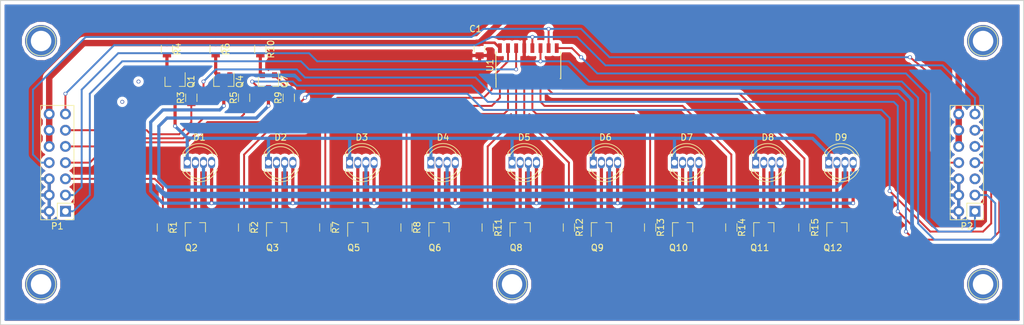
<source format=kicad_pcb>
(kicad_pcb (version 4) (host pcbnew 4.0.6)

  (general
    (links 101)
    (no_connects 1)
    (area 80.569999 53.899999 240.740001 104.850001)
    (thickness 1.6)
    (drawings 4)
    (tracks 340)
    (zones 0)
    (modules 45)
    (nets 48)
  )

  (page A4)
  (layers
    (0 F.Cu signal)
    (31 B.Cu signal)
    (32 B.Adhes user)
    (33 F.Adhes user)
    (34 B.Paste user)
    (35 F.Paste user)
    (36 B.SilkS user)
    (37 F.SilkS user)
    (38 B.Mask user)
    (39 F.Mask user)
    (40 Dwgs.User user)
    (41 Cmts.User user)
    (42 Eco1.User user)
    (43 Eco2.User user)
    (44 Edge.Cuts user)
    (45 Margin user)
    (46 B.CrtYd user)
    (47 F.CrtYd user)
    (48 B.Fab user)
    (49 F.Fab user)
  )

  (setup
    (last_trace_width 0.25)
    (user_trace_width 0.25)
    (user_trace_width 0.3)
    (user_trace_width 0.4)
    (user_trace_width 0.5)
    (user_trace_width 0.8)
    (user_trace_width 1)
    (user_trace_width 1.6)
    (user_trace_width 2)
    (trace_clearance 0.125)
    (zone_clearance 0.508)
    (zone_45_only no)
    (trace_min 0.2)
    (segment_width 0.2)
    (edge_width 0.15)
    (via_size 0.6)
    (via_drill 0.4)
    (via_min_size 0.4)
    (via_min_drill 0.3)
    (uvia_size 0.3)
    (uvia_drill 0.1)
    (uvias_allowed no)
    (uvia_min_size 0.2)
    (uvia_min_drill 0.1)
    (pcb_text_width 0.3)
    (pcb_text_size 1.5 1.5)
    (mod_edge_width 0.15)
    (mod_text_size 1 1)
    (mod_text_width 0.15)
    (pad_size 5 5)
    (pad_drill 3.2)
    (pad_to_mask_clearance 0.2)
    (aux_axis_origin 25.4 50.8)
    (visible_elements 7FFFFFFF)
    (pcbplotparams
      (layerselection 0x010f0_80000001)
      (usegerberextensions false)
      (excludeedgelayer true)
      (linewidth 0.100000)
      (plotframeref false)
      (viasonmask false)
      (mode 1)
      (useauxorigin false)
      (hpglpennumber 1)
      (hpglpenspeed 20)
      (hpglpendiameter 15)
      (hpglpenoverlay 2)
      (psnegative false)
      (psa4output false)
      (plotreference true)
      (plotvalue true)
      (plotinvisibletext false)
      (padsonsilk false)
      (subtractmaskfromsilk false)
      (outputformat 1)
      (mirror false)
      (drillshape 0)
      (scaleselection 1)
      (outputdirectory Gerber/))
  )

  (net 0 "")
  (net 1 +5V)
  (net 2 GND)
  (net 3 "Net-(D1-Pad1)")
  (net 4 "Net-(D1-Pad2)")
  (net 5 "Net-(D1-Pad3)")
  (net 6 "Net-(D1-Pad4)")
  (net 7 "Net-(D2-Pad2)")
  (net 8 "Net-(D3-Pad2)")
  (net 9 "Net-(D4-Pad2)")
  (net 10 "Net-(D5-Pad2)")
  (net 11 "Net-(D6-Pad2)")
  (net 12 "Net-(D7-Pad2)")
  (net 13 "Net-(D8-Pad2)")
  (net 14 "Net-(D9-Pad2)")
  (net 15 MOSI)
  (net 16 SCK)
  (net 17 LED0)
  (net 18 B)
  (net 19 RES)
  (net 20 G)
  (net 21 R)
  (net 22 LATCH)
  (net 23 D_OUT)
  (net 24 "Net-(P2-Pad5)")
  (net 25 "Net-(Q1-Pad1)")
  (net 26 "Net-(Q2-Pad1)")
  (net 27 "Net-(Q3-Pad1)")
  (net 28 "Net-(Q4-Pad1)")
  (net 29 "Net-(Q5-Pad1)")
  (net 30 "Net-(Q6-Pad1)")
  (net 31 "Net-(Q7-Pad1)")
  (net 32 "Net-(Q8-Pad1)")
  (net 33 "Net-(Q9-Pad1)")
  (net 34 "Net-(Q10-Pad1)")
  (net 35 "Net-(Q11-Pad1)")
  (net 36 "Net-(Q12-Pad1)")
  (net 37 LED4)
  (net 38 LED1)
  (net 39 LED5)
  (net 40 LED2)
  (net 41 LED6)
  (net 42 LED3)
  (net 43 LED7)
  (net 44 LED8)
  (net 45 "Net-(Q1-Pad2)")
  (net 46 "Net-(Q4-Pad2)")
  (net 47 "Net-(Q7-Pad2)")

  (net_class Default "Dies ist die voreingestellte Netzklasse."
    (clearance 0.125)
    (trace_width 0.25)
    (via_dia 0.6)
    (via_drill 0.4)
    (uvia_dia 0.3)
    (uvia_drill 0.1)
    (add_net +5V)
    (add_net B)
    (add_net D_OUT)
    (add_net G)
    (add_net GND)
    (add_net LATCH)
    (add_net LED0)
    (add_net LED1)
    (add_net LED2)
    (add_net LED3)
    (add_net LED4)
    (add_net LED5)
    (add_net LED6)
    (add_net LED7)
    (add_net LED8)
    (add_net MOSI)
    (add_net "Net-(D1-Pad1)")
    (add_net "Net-(D1-Pad2)")
    (add_net "Net-(D1-Pad3)")
    (add_net "Net-(D1-Pad4)")
    (add_net "Net-(D2-Pad2)")
    (add_net "Net-(D3-Pad2)")
    (add_net "Net-(D4-Pad2)")
    (add_net "Net-(D5-Pad2)")
    (add_net "Net-(D6-Pad2)")
    (add_net "Net-(D7-Pad2)")
    (add_net "Net-(D8-Pad2)")
    (add_net "Net-(D9-Pad2)")
    (add_net "Net-(P2-Pad5)")
    (add_net "Net-(Q1-Pad1)")
    (add_net "Net-(Q1-Pad2)")
    (add_net "Net-(Q10-Pad1)")
    (add_net "Net-(Q11-Pad1)")
    (add_net "Net-(Q12-Pad1)")
    (add_net "Net-(Q2-Pad1)")
    (add_net "Net-(Q3-Pad1)")
    (add_net "Net-(Q4-Pad1)")
    (add_net "Net-(Q4-Pad2)")
    (add_net "Net-(Q5-Pad1)")
    (add_net "Net-(Q6-Pad1)")
    (add_net "Net-(Q7-Pad1)")
    (add_net "Net-(Q7-Pad2)")
    (add_net "Net-(Q8-Pad1)")
    (add_net "Net-(Q9-Pad1)")
    (add_net R)
    (add_net RES)
    (add_net SCK)
  )

  (module Capacitors_SMD:C_0805 (layer F.Cu) (tedit 591850A1) (tstamp 5917051E)
    (at 155.575 61.595 270)
    (descr "Capacitor SMD 0805, reflow soldering, AVX (see smccp.pdf)")
    (tags "capacitor 0805")
    (path /59151BC0)
    (attr smd)
    (fp_text reference C1 (at -3.175 0.635 360) (layer F.SilkS)
      (effects (font (size 1 1) (thickness 0.15)))
    )
    (fp_text value 100n (at 0 1.75 270) (layer F.Fab)
      (effects (font (size 1 1) (thickness 0.15)))
    )
    (fp_text user %R (at 0 -1.5 270) (layer F.Fab)
      (effects (font (size 1 1) (thickness 0.15)))
    )
    (fp_line (start -1 0.62) (end -1 -0.62) (layer F.Fab) (width 0.1))
    (fp_line (start 1 0.62) (end -1 0.62) (layer F.Fab) (width 0.1))
    (fp_line (start 1 -0.62) (end 1 0.62) (layer F.Fab) (width 0.1))
    (fp_line (start -1 -0.62) (end 1 -0.62) (layer F.Fab) (width 0.1))
    (fp_line (start 0.5 -0.85) (end -0.5 -0.85) (layer F.SilkS) (width 0.12))
    (fp_line (start -0.5 0.85) (end 0.5 0.85) (layer F.SilkS) (width 0.12))
    (fp_line (start -1.75 -0.88) (end 1.75 -0.88) (layer F.CrtYd) (width 0.05))
    (fp_line (start -1.75 -0.88) (end -1.75 0.87) (layer F.CrtYd) (width 0.05))
    (fp_line (start 1.75 0.87) (end 1.75 -0.88) (layer F.CrtYd) (width 0.05))
    (fp_line (start 1.75 0.87) (end -1.75 0.87) (layer F.CrtYd) (width 0.05))
    (pad 1 smd rect (at -1 0 270) (size 1 1.25) (layers F.Cu F.Paste F.Mask)
      (net 1 +5V))
    (pad 2 smd rect (at 1 0 270) (size 1 1.25) (layers F.Cu F.Paste F.Mask)
      (net 2 GND))
    (model Capacitors_SMD.3dshapes/C_0805.wrl
      (at (xyz 0 0 0))
      (scale (xyz 1 1 1))
      (rotate (xyz 0 0 0))
    )
  )

  (module LEDs:LED_D5.0mm-4 (layer F.Cu) (tedit 587A3A7B) (tstamp 59170526)
    (at 109.855 79.375)
    (descr "LED, diameter 5.0mm, 2 pins, diameter 5.0mm, 3 pins, diameter 5.0mm, 4 pins, http://www.kingbright.com/attachments/file/psearch/000/00/00/L-154A4SUREQBFZGEW(Ver.9A).pdf")
    (tags "LED diameter 5.0mm 2 pins diameter 5.0mm 3 pins diameter 5.0mm 4 pins")
    (path /5913BD10)
    (fp_text reference D1 (at 1.905 -3.96) (layer F.SilkS)
      (effects (font (size 1 1) (thickness 0.15)))
    )
    (fp_text value LED_RCBG (at 1.905 3.96) (layer F.Fab)
      (effects (font (size 1 1) (thickness 0.15)))
    )
    (fp_arc (start 1.905 0) (end -0.595 -1.469694) (angle 299.1) (layer F.Fab) (width 0.1))
    (fp_arc (start 1.905 0) (end -0.655 -1.54483) (angle 127.7) (layer F.SilkS) (width 0.12))
    (fp_arc (start 1.905 0) (end -0.655 1.54483) (angle -127.7) (layer F.SilkS) (width 0.12))
    (fp_arc (start 1.905 0) (end -0.349684 -1.08) (angle 128.8) (layer F.SilkS) (width 0.12))
    (fp_arc (start 1.905 0) (end -0.349684 1.08) (angle -128.8) (layer F.SilkS) (width 0.12))
    (fp_circle (center 1.905 0) (end 4.405 0) (layer F.Fab) (width 0.1))
    (fp_line (start -0.595 -1.469694) (end -0.595 1.469694) (layer F.Fab) (width 0.1))
    (fp_line (start -0.655 -1.545) (end -0.655 -1.08) (layer F.SilkS) (width 0.12))
    (fp_line (start -0.655 1.08) (end -0.655 1.545) (layer F.SilkS) (width 0.12))
    (fp_line (start -1.35 -3.25) (end -1.35 3.25) (layer F.CrtYd) (width 0.05))
    (fp_line (start -1.35 3.25) (end 5.15 3.25) (layer F.CrtYd) (width 0.05))
    (fp_line (start 5.15 3.25) (end 5.15 -3.25) (layer F.CrtYd) (width 0.05))
    (fp_line (start 5.15 -3.25) (end -1.35 -3.25) (layer F.CrtYd) (width 0.05))
    (pad 1 thru_hole rect (at 0 0) (size 1.07 1.8) (drill 0.9) (layers *.Cu *.Mask)
      (net 3 "Net-(D1-Pad1)"))
    (pad 2 thru_hole oval (at 1.27 0) (size 1.07 1.8) (drill 0.9) (layers *.Cu *.Mask)
      (net 4 "Net-(D1-Pad2)"))
    (pad 3 thru_hole oval (at 2.54 0) (size 1.07 1.8) (drill 0.9) (layers *.Cu *.Mask)
      (net 5 "Net-(D1-Pad3)"))
    (pad 4 thru_hole oval (at 3.81 0) (size 1.07 1.8) (drill 0.9) (layers *.Cu *.Mask)
      (net 6 "Net-(D1-Pad4)"))
    (model LEDs.3dshapes/LED_D5.0mm-4.wrl
      (at (xyz 0 0 0))
      (scale (xyz 0.393701 0.393701 0.393701))
      (rotate (xyz 0 0 0))
    )
  )

  (module LEDs:LED_D5.0mm-4 (layer F.Cu) (tedit 587A3A7B) (tstamp 5917052E)
    (at 122.555 79.375)
    (descr "LED, diameter 5.0mm, 2 pins, diameter 5.0mm, 3 pins, diameter 5.0mm, 4 pins, http://www.kingbright.com/attachments/file/psearch/000/00/00/L-154A4SUREQBFZGEW(Ver.9A).pdf")
    (tags "LED diameter 5.0mm 2 pins diameter 5.0mm 3 pins diameter 5.0mm 4 pins")
    (path /59140B8F)
    (fp_text reference D2 (at 1.905 -3.96) (layer F.SilkS)
      (effects (font (size 1 1) (thickness 0.15)))
    )
    (fp_text value LED_RCBG (at 1.905 3.96) (layer F.Fab)
      (effects (font (size 1 1) (thickness 0.15)))
    )
    (fp_arc (start 1.905 0) (end -0.595 -1.469694) (angle 299.1) (layer F.Fab) (width 0.1))
    (fp_arc (start 1.905 0) (end -0.655 -1.54483) (angle 127.7) (layer F.SilkS) (width 0.12))
    (fp_arc (start 1.905 0) (end -0.655 1.54483) (angle -127.7) (layer F.SilkS) (width 0.12))
    (fp_arc (start 1.905 0) (end -0.349684 -1.08) (angle 128.8) (layer F.SilkS) (width 0.12))
    (fp_arc (start 1.905 0) (end -0.349684 1.08) (angle -128.8) (layer F.SilkS) (width 0.12))
    (fp_circle (center 1.905 0) (end 4.405 0) (layer F.Fab) (width 0.1))
    (fp_line (start -0.595 -1.469694) (end -0.595 1.469694) (layer F.Fab) (width 0.1))
    (fp_line (start -0.655 -1.545) (end -0.655 -1.08) (layer F.SilkS) (width 0.12))
    (fp_line (start -0.655 1.08) (end -0.655 1.545) (layer F.SilkS) (width 0.12))
    (fp_line (start -1.35 -3.25) (end -1.35 3.25) (layer F.CrtYd) (width 0.05))
    (fp_line (start -1.35 3.25) (end 5.15 3.25) (layer F.CrtYd) (width 0.05))
    (fp_line (start 5.15 3.25) (end 5.15 -3.25) (layer F.CrtYd) (width 0.05))
    (fp_line (start 5.15 -3.25) (end -1.35 -3.25) (layer F.CrtYd) (width 0.05))
    (pad 1 thru_hole rect (at 0 0) (size 1.07 1.8) (drill 0.9) (layers *.Cu *.Mask)
      (net 3 "Net-(D1-Pad1)"))
    (pad 2 thru_hole oval (at 1.27 0) (size 1.07 1.8) (drill 0.9) (layers *.Cu *.Mask)
      (net 7 "Net-(D2-Pad2)"))
    (pad 3 thru_hole oval (at 2.54 0) (size 1.07 1.8) (drill 0.9) (layers *.Cu *.Mask)
      (net 5 "Net-(D1-Pad3)"))
    (pad 4 thru_hole oval (at 3.81 0) (size 1.07 1.8) (drill 0.9) (layers *.Cu *.Mask)
      (net 6 "Net-(D1-Pad4)"))
    (model LEDs.3dshapes/LED_D5.0mm-4.wrl
      (at (xyz 0 0 0))
      (scale (xyz 0.393701 0.393701 0.393701))
      (rotate (xyz 0 0 0))
    )
  )

  (module LEDs:LED_D5.0mm-4 (layer F.Cu) (tedit 587A3A7B) (tstamp 59170536)
    (at 135.255 79.375)
    (descr "LED, diameter 5.0mm, 2 pins, diameter 5.0mm, 3 pins, diameter 5.0mm, 4 pins, http://www.kingbright.com/attachments/file/psearch/000/00/00/L-154A4SUREQBFZGEW(Ver.9A).pdf")
    (tags "LED diameter 5.0mm 2 pins diameter 5.0mm 3 pins diameter 5.0mm 4 pins")
    (path /5913F96F)
    (fp_text reference D3 (at 1.905 -3.96) (layer F.SilkS)
      (effects (font (size 1 1) (thickness 0.15)))
    )
    (fp_text value LED_RCBG (at 1.905 3.96) (layer F.Fab)
      (effects (font (size 1 1) (thickness 0.15)))
    )
    (fp_arc (start 1.905 0) (end -0.595 -1.469694) (angle 299.1) (layer F.Fab) (width 0.1))
    (fp_arc (start 1.905 0) (end -0.655 -1.54483) (angle 127.7) (layer F.SilkS) (width 0.12))
    (fp_arc (start 1.905 0) (end -0.655 1.54483) (angle -127.7) (layer F.SilkS) (width 0.12))
    (fp_arc (start 1.905 0) (end -0.349684 -1.08) (angle 128.8) (layer F.SilkS) (width 0.12))
    (fp_arc (start 1.905 0) (end -0.349684 1.08) (angle -128.8) (layer F.SilkS) (width 0.12))
    (fp_circle (center 1.905 0) (end 4.405 0) (layer F.Fab) (width 0.1))
    (fp_line (start -0.595 -1.469694) (end -0.595 1.469694) (layer F.Fab) (width 0.1))
    (fp_line (start -0.655 -1.545) (end -0.655 -1.08) (layer F.SilkS) (width 0.12))
    (fp_line (start -0.655 1.08) (end -0.655 1.545) (layer F.SilkS) (width 0.12))
    (fp_line (start -1.35 -3.25) (end -1.35 3.25) (layer F.CrtYd) (width 0.05))
    (fp_line (start -1.35 3.25) (end 5.15 3.25) (layer F.CrtYd) (width 0.05))
    (fp_line (start 5.15 3.25) (end 5.15 -3.25) (layer F.CrtYd) (width 0.05))
    (fp_line (start 5.15 -3.25) (end -1.35 -3.25) (layer F.CrtYd) (width 0.05))
    (pad 1 thru_hole rect (at 0 0) (size 1.07 1.8) (drill 0.9) (layers *.Cu *.Mask)
      (net 3 "Net-(D1-Pad1)"))
    (pad 2 thru_hole oval (at 1.27 0) (size 1.07 1.8) (drill 0.9) (layers *.Cu *.Mask)
      (net 8 "Net-(D3-Pad2)"))
    (pad 3 thru_hole oval (at 2.54 0) (size 1.07 1.8) (drill 0.9) (layers *.Cu *.Mask)
      (net 5 "Net-(D1-Pad3)"))
    (pad 4 thru_hole oval (at 3.81 0) (size 1.07 1.8) (drill 0.9) (layers *.Cu *.Mask)
      (net 6 "Net-(D1-Pad4)"))
    (model LEDs.3dshapes/LED_D5.0mm-4.wrl
      (at (xyz 0 0 0))
      (scale (xyz 0.393701 0.393701 0.393701))
      (rotate (xyz 0 0 0))
    )
  )

  (module LEDs:LED_D5.0mm-4 (layer F.Cu) (tedit 587A3A7B) (tstamp 5917053E)
    (at 147.955 79.375)
    (descr "LED, diameter 5.0mm, 2 pins, diameter 5.0mm, 3 pins, diameter 5.0mm, 4 pins, http://www.kingbright.com/attachments/file/psearch/000/00/00/L-154A4SUREQBFZGEW(Ver.9A).pdf")
    (tags "LED diameter 5.0mm 2 pins diameter 5.0mm 3 pins diameter 5.0mm 4 pins")
    (path /59140BA5)
    (fp_text reference D4 (at 1.905 -3.96) (layer F.SilkS)
      (effects (font (size 1 1) (thickness 0.15)))
    )
    (fp_text value LED_RCBG (at 1.905 3.96) (layer F.Fab)
      (effects (font (size 1 1) (thickness 0.15)))
    )
    (fp_arc (start 1.905 0) (end -0.595 -1.469694) (angle 299.1) (layer F.Fab) (width 0.1))
    (fp_arc (start 1.905 0) (end -0.655 -1.54483) (angle 127.7) (layer F.SilkS) (width 0.12))
    (fp_arc (start 1.905 0) (end -0.655 1.54483) (angle -127.7) (layer F.SilkS) (width 0.12))
    (fp_arc (start 1.905 0) (end -0.349684 -1.08) (angle 128.8) (layer F.SilkS) (width 0.12))
    (fp_arc (start 1.905 0) (end -0.349684 1.08) (angle -128.8) (layer F.SilkS) (width 0.12))
    (fp_circle (center 1.905 0) (end 4.405 0) (layer F.Fab) (width 0.1))
    (fp_line (start -0.595 -1.469694) (end -0.595 1.469694) (layer F.Fab) (width 0.1))
    (fp_line (start -0.655 -1.545) (end -0.655 -1.08) (layer F.SilkS) (width 0.12))
    (fp_line (start -0.655 1.08) (end -0.655 1.545) (layer F.SilkS) (width 0.12))
    (fp_line (start -1.35 -3.25) (end -1.35 3.25) (layer F.CrtYd) (width 0.05))
    (fp_line (start -1.35 3.25) (end 5.15 3.25) (layer F.CrtYd) (width 0.05))
    (fp_line (start 5.15 3.25) (end 5.15 -3.25) (layer F.CrtYd) (width 0.05))
    (fp_line (start 5.15 -3.25) (end -1.35 -3.25) (layer F.CrtYd) (width 0.05))
    (pad 1 thru_hole rect (at 0 0) (size 1.07 1.8) (drill 0.9) (layers *.Cu *.Mask)
      (net 3 "Net-(D1-Pad1)"))
    (pad 2 thru_hole oval (at 1.27 0) (size 1.07 1.8) (drill 0.9) (layers *.Cu *.Mask)
      (net 9 "Net-(D4-Pad2)"))
    (pad 3 thru_hole oval (at 2.54 0) (size 1.07 1.8) (drill 0.9) (layers *.Cu *.Mask)
      (net 5 "Net-(D1-Pad3)"))
    (pad 4 thru_hole oval (at 3.81 0) (size 1.07 1.8) (drill 0.9) (layers *.Cu *.Mask)
      (net 6 "Net-(D1-Pad4)"))
    (model LEDs.3dshapes/LED_D5.0mm-4.wrl
      (at (xyz 0 0 0))
      (scale (xyz 0.393701 0.393701 0.393701))
      (rotate (xyz 0 0 0))
    )
  )

  (module LEDs:LED_D5.0mm-4 (layer F.Cu) (tedit 587A3A7B) (tstamp 59170546)
    (at 160.655 79.375)
    (descr "LED, diameter 5.0mm, 2 pins, diameter 5.0mm, 3 pins, diameter 5.0mm, 4 pins, http://www.kingbright.com/attachments/file/psearch/000/00/00/L-154A4SUREQBFZGEW(Ver.9A).pdf")
    (tags "LED diameter 5.0mm 2 pins diameter 5.0mm 3 pins diameter 5.0mm 4 pins")
    (path /5913FB2C)
    (fp_text reference D5 (at 1.905 -3.96) (layer F.SilkS)
      (effects (font (size 1 1) (thickness 0.15)))
    )
    (fp_text value LED_RCBG (at 1.905 3.96) (layer F.Fab)
      (effects (font (size 1 1) (thickness 0.15)))
    )
    (fp_arc (start 1.905 0) (end -0.595 -1.469694) (angle 299.1) (layer F.Fab) (width 0.1))
    (fp_arc (start 1.905 0) (end -0.655 -1.54483) (angle 127.7) (layer F.SilkS) (width 0.12))
    (fp_arc (start 1.905 0) (end -0.655 1.54483) (angle -127.7) (layer F.SilkS) (width 0.12))
    (fp_arc (start 1.905 0) (end -0.349684 -1.08) (angle 128.8) (layer F.SilkS) (width 0.12))
    (fp_arc (start 1.905 0) (end -0.349684 1.08) (angle -128.8) (layer F.SilkS) (width 0.12))
    (fp_circle (center 1.905 0) (end 4.405 0) (layer F.Fab) (width 0.1))
    (fp_line (start -0.595 -1.469694) (end -0.595 1.469694) (layer F.Fab) (width 0.1))
    (fp_line (start -0.655 -1.545) (end -0.655 -1.08) (layer F.SilkS) (width 0.12))
    (fp_line (start -0.655 1.08) (end -0.655 1.545) (layer F.SilkS) (width 0.12))
    (fp_line (start -1.35 -3.25) (end -1.35 3.25) (layer F.CrtYd) (width 0.05))
    (fp_line (start -1.35 3.25) (end 5.15 3.25) (layer F.CrtYd) (width 0.05))
    (fp_line (start 5.15 3.25) (end 5.15 -3.25) (layer F.CrtYd) (width 0.05))
    (fp_line (start 5.15 -3.25) (end -1.35 -3.25) (layer F.CrtYd) (width 0.05))
    (pad 1 thru_hole rect (at 0 0) (size 1.07 1.8) (drill 0.9) (layers *.Cu *.Mask)
      (net 3 "Net-(D1-Pad1)"))
    (pad 2 thru_hole oval (at 1.27 0) (size 1.07 1.8) (drill 0.9) (layers *.Cu *.Mask)
      (net 10 "Net-(D5-Pad2)"))
    (pad 3 thru_hole oval (at 2.54 0) (size 1.07 1.8) (drill 0.9) (layers *.Cu *.Mask)
      (net 5 "Net-(D1-Pad3)"))
    (pad 4 thru_hole oval (at 3.81 0) (size 1.07 1.8) (drill 0.9) (layers *.Cu *.Mask)
      (net 6 "Net-(D1-Pad4)"))
    (model LEDs.3dshapes/LED_D5.0mm-4.wrl
      (at (xyz 0 0 0))
      (scale (xyz 0.393701 0.393701 0.393701))
      (rotate (xyz 0 0 0))
    )
  )

  (module LEDs:LED_D5.0mm-4 (layer F.Cu) (tedit 587A3A7B) (tstamp 5917054E)
    (at 173.355 79.375)
    (descr "LED, diameter 5.0mm, 2 pins, diameter 5.0mm, 3 pins, diameter 5.0mm, 4 pins, http://www.kingbright.com/attachments/file/psearch/000/00/00/L-154A4SUREQBFZGEW(Ver.9A).pdf")
    (tags "LED diameter 5.0mm 2 pins diameter 5.0mm 3 pins diameter 5.0mm 4 pins")
    (path /59140BBB)
    (fp_text reference D6 (at 1.905 -3.96) (layer F.SilkS)
      (effects (font (size 1 1) (thickness 0.15)))
    )
    (fp_text value LED_RCBG (at 1.905 3.96) (layer F.Fab)
      (effects (font (size 1 1) (thickness 0.15)))
    )
    (fp_arc (start 1.905 0) (end -0.595 -1.469694) (angle 299.1) (layer F.Fab) (width 0.1))
    (fp_arc (start 1.905 0) (end -0.655 -1.54483) (angle 127.7) (layer F.SilkS) (width 0.12))
    (fp_arc (start 1.905 0) (end -0.655 1.54483) (angle -127.7) (layer F.SilkS) (width 0.12))
    (fp_arc (start 1.905 0) (end -0.349684 -1.08) (angle 128.8) (layer F.SilkS) (width 0.12))
    (fp_arc (start 1.905 0) (end -0.349684 1.08) (angle -128.8) (layer F.SilkS) (width 0.12))
    (fp_circle (center 1.905 0) (end 4.405 0) (layer F.Fab) (width 0.1))
    (fp_line (start -0.595 -1.469694) (end -0.595 1.469694) (layer F.Fab) (width 0.1))
    (fp_line (start -0.655 -1.545) (end -0.655 -1.08) (layer F.SilkS) (width 0.12))
    (fp_line (start -0.655 1.08) (end -0.655 1.545) (layer F.SilkS) (width 0.12))
    (fp_line (start -1.35 -3.25) (end -1.35 3.25) (layer F.CrtYd) (width 0.05))
    (fp_line (start -1.35 3.25) (end 5.15 3.25) (layer F.CrtYd) (width 0.05))
    (fp_line (start 5.15 3.25) (end 5.15 -3.25) (layer F.CrtYd) (width 0.05))
    (fp_line (start 5.15 -3.25) (end -1.35 -3.25) (layer F.CrtYd) (width 0.05))
    (pad 1 thru_hole rect (at 0 0) (size 1.07 1.8) (drill 0.9) (layers *.Cu *.Mask)
      (net 3 "Net-(D1-Pad1)"))
    (pad 2 thru_hole oval (at 1.27 0) (size 1.07 1.8) (drill 0.9) (layers *.Cu *.Mask)
      (net 11 "Net-(D6-Pad2)"))
    (pad 3 thru_hole oval (at 2.54 0) (size 1.07 1.8) (drill 0.9) (layers *.Cu *.Mask)
      (net 5 "Net-(D1-Pad3)"))
    (pad 4 thru_hole oval (at 3.81 0) (size 1.07 1.8) (drill 0.9) (layers *.Cu *.Mask)
      (net 6 "Net-(D1-Pad4)"))
    (model LEDs.3dshapes/LED_D5.0mm-4.wrl
      (at (xyz 0 0 0))
      (scale (xyz 0.393701 0.393701 0.393701))
      (rotate (xyz 0 0 0))
    )
  )

  (module LEDs:LED_D5.0mm-4 (layer F.Cu) (tedit 587A3A7B) (tstamp 59170556)
    (at 186.055 79.375)
    (descr "LED, diameter 5.0mm, 2 pins, diameter 5.0mm, 3 pins, diameter 5.0mm, 4 pins, http://www.kingbright.com/attachments/file/psearch/000/00/00/L-154A4SUREQBFZGEW(Ver.9A).pdf")
    (tags "LED diameter 5.0mm 2 pins diameter 5.0mm 3 pins diameter 5.0mm 4 pins")
    (path /5913FB42)
    (fp_text reference D7 (at 1.905 -3.96) (layer F.SilkS)
      (effects (font (size 1 1) (thickness 0.15)))
    )
    (fp_text value LED_RCBG (at 1.905 3.96) (layer F.Fab)
      (effects (font (size 1 1) (thickness 0.15)))
    )
    (fp_arc (start 1.905 0) (end -0.595 -1.469694) (angle 299.1) (layer F.Fab) (width 0.1))
    (fp_arc (start 1.905 0) (end -0.655 -1.54483) (angle 127.7) (layer F.SilkS) (width 0.12))
    (fp_arc (start 1.905 0) (end -0.655 1.54483) (angle -127.7) (layer F.SilkS) (width 0.12))
    (fp_arc (start 1.905 0) (end -0.349684 -1.08) (angle 128.8) (layer F.SilkS) (width 0.12))
    (fp_arc (start 1.905 0) (end -0.349684 1.08) (angle -128.8) (layer F.SilkS) (width 0.12))
    (fp_circle (center 1.905 0) (end 4.405 0) (layer F.Fab) (width 0.1))
    (fp_line (start -0.595 -1.469694) (end -0.595 1.469694) (layer F.Fab) (width 0.1))
    (fp_line (start -0.655 -1.545) (end -0.655 -1.08) (layer F.SilkS) (width 0.12))
    (fp_line (start -0.655 1.08) (end -0.655 1.545) (layer F.SilkS) (width 0.12))
    (fp_line (start -1.35 -3.25) (end -1.35 3.25) (layer F.CrtYd) (width 0.05))
    (fp_line (start -1.35 3.25) (end 5.15 3.25) (layer F.CrtYd) (width 0.05))
    (fp_line (start 5.15 3.25) (end 5.15 -3.25) (layer F.CrtYd) (width 0.05))
    (fp_line (start 5.15 -3.25) (end -1.35 -3.25) (layer F.CrtYd) (width 0.05))
    (pad 1 thru_hole rect (at 0 0) (size 1.07 1.8) (drill 0.9) (layers *.Cu *.Mask)
      (net 3 "Net-(D1-Pad1)"))
    (pad 2 thru_hole oval (at 1.27 0) (size 1.07 1.8) (drill 0.9) (layers *.Cu *.Mask)
      (net 12 "Net-(D7-Pad2)"))
    (pad 3 thru_hole oval (at 2.54 0) (size 1.07 1.8) (drill 0.9) (layers *.Cu *.Mask)
      (net 5 "Net-(D1-Pad3)"))
    (pad 4 thru_hole oval (at 3.81 0) (size 1.07 1.8) (drill 0.9) (layers *.Cu *.Mask)
      (net 6 "Net-(D1-Pad4)"))
    (model LEDs.3dshapes/LED_D5.0mm-4.wrl
      (at (xyz 0 0 0))
      (scale (xyz 0.393701 0.393701 0.393701))
      (rotate (xyz 0 0 0))
    )
  )

  (module LEDs:LED_D5.0mm-4 (layer F.Cu) (tedit 587A3A7B) (tstamp 5917055E)
    (at 198.755 79.375)
    (descr "LED, diameter 5.0mm, 2 pins, diameter 5.0mm, 3 pins, diameter 5.0mm, 4 pins, http://www.kingbright.com/attachments/file/psearch/000/00/00/L-154A4SUREQBFZGEW(Ver.9A).pdf")
    (tags "LED diameter 5.0mm 2 pins diameter 5.0mm 3 pins diameter 5.0mm 4 pins")
    (path /59140BD1)
    (fp_text reference D8 (at 1.905 -3.96) (layer F.SilkS)
      (effects (font (size 1 1) (thickness 0.15)))
    )
    (fp_text value LED_RCBG (at 1.905 3.96) (layer F.Fab)
      (effects (font (size 1 1) (thickness 0.15)))
    )
    (fp_arc (start 1.905 0) (end -0.595 -1.469694) (angle 299.1) (layer F.Fab) (width 0.1))
    (fp_arc (start 1.905 0) (end -0.655 -1.54483) (angle 127.7) (layer F.SilkS) (width 0.12))
    (fp_arc (start 1.905 0) (end -0.655 1.54483) (angle -127.7) (layer F.SilkS) (width 0.12))
    (fp_arc (start 1.905 0) (end -0.349684 -1.08) (angle 128.8) (layer F.SilkS) (width 0.12))
    (fp_arc (start 1.905 0) (end -0.349684 1.08) (angle -128.8) (layer F.SilkS) (width 0.12))
    (fp_circle (center 1.905 0) (end 4.405 0) (layer F.Fab) (width 0.1))
    (fp_line (start -0.595 -1.469694) (end -0.595 1.469694) (layer F.Fab) (width 0.1))
    (fp_line (start -0.655 -1.545) (end -0.655 -1.08) (layer F.SilkS) (width 0.12))
    (fp_line (start -0.655 1.08) (end -0.655 1.545) (layer F.SilkS) (width 0.12))
    (fp_line (start -1.35 -3.25) (end -1.35 3.25) (layer F.CrtYd) (width 0.05))
    (fp_line (start -1.35 3.25) (end 5.15 3.25) (layer F.CrtYd) (width 0.05))
    (fp_line (start 5.15 3.25) (end 5.15 -3.25) (layer F.CrtYd) (width 0.05))
    (fp_line (start 5.15 -3.25) (end -1.35 -3.25) (layer F.CrtYd) (width 0.05))
    (pad 1 thru_hole rect (at 0 0) (size 1.07 1.8) (drill 0.9) (layers *.Cu *.Mask)
      (net 3 "Net-(D1-Pad1)"))
    (pad 2 thru_hole oval (at 1.27 0) (size 1.07 1.8) (drill 0.9) (layers *.Cu *.Mask)
      (net 13 "Net-(D8-Pad2)"))
    (pad 3 thru_hole oval (at 2.54 0) (size 1.07 1.8) (drill 0.9) (layers *.Cu *.Mask)
      (net 5 "Net-(D1-Pad3)"))
    (pad 4 thru_hole oval (at 3.81 0) (size 1.07 1.8) (drill 0.9) (layers *.Cu *.Mask)
      (net 6 "Net-(D1-Pad4)"))
    (model LEDs.3dshapes/LED_D5.0mm-4.wrl
      (at (xyz 0 0 0))
      (scale (xyz 0.393701 0.393701 0.393701))
      (rotate (xyz 0 0 0))
    )
  )

  (module LEDs:LED_D5.0mm-4 (layer F.Cu) (tedit 587A3A7B) (tstamp 59170566)
    (at 210.185 79.375)
    (descr "LED, diameter 5.0mm, 2 pins, diameter 5.0mm, 3 pins, diameter 5.0mm, 4 pins, http://www.kingbright.com/attachments/file/psearch/000/00/00/L-154A4SUREQBFZGEW(Ver.9A).pdf")
    (tags "LED diameter 5.0mm 2 pins diameter 5.0mm 3 pins diameter 5.0mm 4 pins")
    (path /59141068)
    (fp_text reference D9 (at 1.905 -3.96) (layer F.SilkS)
      (effects (font (size 1 1) (thickness 0.15)))
    )
    (fp_text value LED_RCBG (at 1.905 3.96) (layer F.Fab)
      (effects (font (size 1 1) (thickness 0.15)))
    )
    (fp_arc (start 1.905 0) (end -0.595 -1.469694) (angle 299.1) (layer F.Fab) (width 0.1))
    (fp_arc (start 1.905 0) (end -0.655 -1.54483) (angle 127.7) (layer F.SilkS) (width 0.12))
    (fp_arc (start 1.905 0) (end -0.655 1.54483) (angle -127.7) (layer F.SilkS) (width 0.12))
    (fp_arc (start 1.905 0) (end -0.349684 -1.08) (angle 128.8) (layer F.SilkS) (width 0.12))
    (fp_arc (start 1.905 0) (end -0.349684 1.08) (angle -128.8) (layer F.SilkS) (width 0.12))
    (fp_circle (center 1.905 0) (end 4.405 0) (layer F.Fab) (width 0.1))
    (fp_line (start -0.595 -1.469694) (end -0.595 1.469694) (layer F.Fab) (width 0.1))
    (fp_line (start -0.655 -1.545) (end -0.655 -1.08) (layer F.SilkS) (width 0.12))
    (fp_line (start -0.655 1.08) (end -0.655 1.545) (layer F.SilkS) (width 0.12))
    (fp_line (start -1.35 -3.25) (end -1.35 3.25) (layer F.CrtYd) (width 0.05))
    (fp_line (start -1.35 3.25) (end 5.15 3.25) (layer F.CrtYd) (width 0.05))
    (fp_line (start 5.15 3.25) (end 5.15 -3.25) (layer F.CrtYd) (width 0.05))
    (fp_line (start 5.15 -3.25) (end -1.35 -3.25) (layer F.CrtYd) (width 0.05))
    (pad 1 thru_hole rect (at 0 0) (size 1.07 1.8) (drill 0.9) (layers *.Cu *.Mask)
      (net 3 "Net-(D1-Pad1)"))
    (pad 2 thru_hole oval (at 1.27 0) (size 1.07 1.8) (drill 0.9) (layers *.Cu *.Mask)
      (net 14 "Net-(D9-Pad2)"))
    (pad 3 thru_hole oval (at 2.54 0) (size 1.07 1.8) (drill 0.9) (layers *.Cu *.Mask)
      (net 5 "Net-(D1-Pad3)"))
    (pad 4 thru_hole oval (at 3.81 0) (size 1.07 1.8) (drill 0.9) (layers *.Cu *.Mask)
      (net 6 "Net-(D1-Pad4)"))
    (model LEDs.3dshapes/LED_D5.0mm-4.wrl
      (at (xyz 0 0 0))
      (scale (xyz 0.393701 0.393701 0.393701))
      (rotate (xyz 0 0 0))
    )
  )

  (module Pin_Headers:Pin_Header_Straight_2x07_Pitch2.54mm (layer F.Cu) (tedit 58CD4EC5) (tstamp 59170578)
    (at 90.805 86.995 180)
    (descr "Through hole straight pin header, 2x07, 2.54mm pitch, double rows")
    (tags "Through hole pin header THT 2x07 2.54mm double row")
    (path /59135C81)
    (fp_text reference P1 (at 1.27 -2.33 180) (layer F.SilkS)
      (effects (font (size 1 1) (thickness 0.15)))
    )
    (fp_text value INPUT (at 1.27 17.57 180) (layer F.Fab)
      (effects (font (size 1 1) (thickness 0.15)))
    )
    (fp_line (start -1.27 -1.27) (end -1.27 16.51) (layer F.Fab) (width 0.1))
    (fp_line (start -1.27 16.51) (end 3.81 16.51) (layer F.Fab) (width 0.1))
    (fp_line (start 3.81 16.51) (end 3.81 -1.27) (layer F.Fab) (width 0.1))
    (fp_line (start 3.81 -1.27) (end -1.27 -1.27) (layer F.Fab) (width 0.1))
    (fp_line (start -1.33 1.27) (end -1.33 16.57) (layer F.SilkS) (width 0.12))
    (fp_line (start -1.33 16.57) (end 3.87 16.57) (layer F.SilkS) (width 0.12))
    (fp_line (start 3.87 16.57) (end 3.87 -1.33) (layer F.SilkS) (width 0.12))
    (fp_line (start 3.87 -1.33) (end 1.27 -1.33) (layer F.SilkS) (width 0.12))
    (fp_line (start 1.27 -1.33) (end 1.27 1.27) (layer F.SilkS) (width 0.12))
    (fp_line (start 1.27 1.27) (end -1.33 1.27) (layer F.SilkS) (width 0.12))
    (fp_line (start -1.33 0) (end -1.33 -1.33) (layer F.SilkS) (width 0.12))
    (fp_line (start -1.33 -1.33) (end 0 -1.33) (layer F.SilkS) (width 0.12))
    (fp_line (start -1.8 -1.8) (end -1.8 17.05) (layer F.CrtYd) (width 0.05))
    (fp_line (start -1.8 17.05) (end 4.35 17.05) (layer F.CrtYd) (width 0.05))
    (fp_line (start 4.35 17.05) (end 4.35 -1.8) (layer F.CrtYd) (width 0.05))
    (fp_line (start 4.35 -1.8) (end -1.8 -1.8) (layer F.CrtYd) (width 0.05))
    (fp_text user %R (at 1.27 -2.33 180) (layer F.Fab)
      (effects (font (size 1 1) (thickness 0.15)))
    )
    (pad 1 thru_hole rect (at 0 0 180) (size 1.7 1.7) (drill 1) (layers *.Cu *.Mask)
      (net 15 MOSI))
    (pad 2 thru_hole oval (at 2.54 0 180) (size 1.7 1.7) (drill 1) (layers *.Cu *.Mask)
      (net 2 GND))
    (pad 3 thru_hole oval (at 0 2.54 180) (size 1.7 1.7) (drill 1) (layers *.Cu *.Mask)
      (net 16 SCK))
    (pad 4 thru_hole oval (at 2.54 2.54 180) (size 1.7 1.7) (drill 1) (layers *.Cu *.Mask)
      (net 2 GND))
    (pad 5 thru_hole oval (at 0 5.08 180) (size 1.7 1.7) (drill 1) (layers *.Cu *.Mask)
      (net 17 LED0))
    (pad 6 thru_hole oval (at 2.54 5.08 180) (size 1.7 1.7) (drill 1) (layers *.Cu *.Mask)
      (net 2 GND))
    (pad 7 thru_hole oval (at 0 7.62 180) (size 1.7 1.7) (drill 1) (layers *.Cu *.Mask)
      (net 18 B))
    (pad 8 thru_hole oval (at 2.54 7.62 180) (size 1.7 1.7) (drill 1) (layers *.Cu *.Mask)
      (net 19 RES))
    (pad 9 thru_hole oval (at 0 10.16 180) (size 1.7 1.7) (drill 1) (layers *.Cu *.Mask)
      (net 20 G))
    (pad 10 thru_hole oval (at 2.54 10.16 180) (size 1.7 1.7) (drill 1) (layers *.Cu *.Mask)
      (net 1 +5V))
    (pad 11 thru_hole oval (at 0 12.7 180) (size 1.7 1.7) (drill 1) (layers *.Cu *.Mask)
      (net 21 R))
    (pad 12 thru_hole oval (at 2.54 12.7 180) (size 1.7 1.7) (drill 1) (layers *.Cu *.Mask)
      (net 1 +5V))
    (pad 13 thru_hole oval (at 0 15.24 180) (size 1.7 1.7) (drill 1) (layers *.Cu *.Mask)
      (net 22 LATCH))
    (pad 14 thru_hole oval (at 2.54 15.24 180) (size 1.7 1.7) (drill 1) (layers *.Cu *.Mask)
      (net 1 +5V))
    (model ${KISYS3DMOD}/Pin_Headers.3dshapes/Pin_Header_Straight_2x07_Pitch2.54mm.wrl
      (at (xyz 0.05 -0.3 0))
      (scale (xyz 1 1 1))
      (rotate (xyz 0 0 90))
    )
  )

  (module Pin_Headers:Pin_Header_Straight_2x07_Pitch2.54mm (layer F.Cu) (tedit 58CD4EC5) (tstamp 5917058A)
    (at 233.045 86.995 180)
    (descr "Through hole straight pin header, 2x07, 2.54mm pitch, double rows")
    (tags "Through hole pin header THT 2x07 2.54mm double row")
    (path /5913E33D)
    (fp_text reference P2 (at 1.27 -2.33 180) (layer F.SilkS)
      (effects (font (size 1 1) (thickness 0.15)))
    )
    (fp_text value OUTPUT (at 1.27 17.57 180) (layer F.Fab)
      (effects (font (size 1 1) (thickness 0.15)))
    )
    (fp_line (start -1.27 -1.27) (end -1.27 16.51) (layer F.Fab) (width 0.1))
    (fp_line (start -1.27 16.51) (end 3.81 16.51) (layer F.Fab) (width 0.1))
    (fp_line (start 3.81 16.51) (end 3.81 -1.27) (layer F.Fab) (width 0.1))
    (fp_line (start 3.81 -1.27) (end -1.27 -1.27) (layer F.Fab) (width 0.1))
    (fp_line (start -1.33 1.27) (end -1.33 16.57) (layer F.SilkS) (width 0.12))
    (fp_line (start -1.33 16.57) (end 3.87 16.57) (layer F.SilkS) (width 0.12))
    (fp_line (start 3.87 16.57) (end 3.87 -1.33) (layer F.SilkS) (width 0.12))
    (fp_line (start 3.87 -1.33) (end 1.27 -1.33) (layer F.SilkS) (width 0.12))
    (fp_line (start 1.27 -1.33) (end 1.27 1.27) (layer F.SilkS) (width 0.12))
    (fp_line (start 1.27 1.27) (end -1.33 1.27) (layer F.SilkS) (width 0.12))
    (fp_line (start -1.33 0) (end -1.33 -1.33) (layer F.SilkS) (width 0.12))
    (fp_line (start -1.33 -1.33) (end 0 -1.33) (layer F.SilkS) (width 0.12))
    (fp_line (start -1.8 -1.8) (end -1.8 17.05) (layer F.CrtYd) (width 0.05))
    (fp_line (start -1.8 17.05) (end 4.35 17.05) (layer F.CrtYd) (width 0.05))
    (fp_line (start 4.35 17.05) (end 4.35 -1.8) (layer F.CrtYd) (width 0.05))
    (fp_line (start 4.35 -1.8) (end -1.8 -1.8) (layer F.CrtYd) (width 0.05))
    (fp_text user %R (at 1.27 -2.33 180) (layer F.Fab)
      (effects (font (size 1 1) (thickness 0.15)))
    )
    (pad 1 thru_hole rect (at 0 0 180) (size 1.7 1.7) (drill 1) (layers *.Cu *.Mask)
      (net 23 D_OUT))
    (pad 2 thru_hole oval (at 2.54 0 180) (size 1.7 1.7) (drill 1) (layers *.Cu *.Mask)
      (net 2 GND))
    (pad 3 thru_hole oval (at 0 2.54 180) (size 1.7 1.7) (drill 1) (layers *.Cu *.Mask)
      (net 16 SCK))
    (pad 4 thru_hole oval (at 2.54 2.54 180) (size 1.7 1.7) (drill 1) (layers *.Cu *.Mask)
      (net 2 GND))
    (pad 5 thru_hole oval (at 0 5.08 180) (size 1.7 1.7) (drill 1) (layers *.Cu *.Mask)
      (net 24 "Net-(P2-Pad5)"))
    (pad 6 thru_hole oval (at 2.54 5.08 180) (size 1.7 1.7) (drill 1) (layers *.Cu *.Mask)
      (net 2 GND))
    (pad 7 thru_hole oval (at 0 7.62 180) (size 1.7 1.7) (drill 1) (layers *.Cu *.Mask)
      (net 18 B))
    (pad 8 thru_hole oval (at 2.54 7.62 180) (size 1.7 1.7) (drill 1) (layers *.Cu *.Mask)
      (net 19 RES))
    (pad 9 thru_hole oval (at 0 10.16 180) (size 1.7 1.7) (drill 1) (layers *.Cu *.Mask)
      (net 20 G))
    (pad 10 thru_hole oval (at 2.54 10.16 180) (size 1.7 1.7) (drill 1) (layers *.Cu *.Mask)
      (net 1 +5V))
    (pad 11 thru_hole oval (at 0 12.7 180) (size 1.7 1.7) (drill 1) (layers *.Cu *.Mask)
      (net 21 R))
    (pad 12 thru_hole oval (at 2.54 12.7 180) (size 1.7 1.7) (drill 1) (layers *.Cu *.Mask)
      (net 1 +5V))
    (pad 13 thru_hole oval (at 0 15.24 180) (size 1.7 1.7) (drill 1) (layers *.Cu *.Mask)
      (net 22 LATCH))
    (pad 14 thru_hole oval (at 2.54 15.24 180) (size 1.7 1.7) (drill 1) (layers *.Cu *.Mask)
      (net 1 +5V))
    (model ${KISYS3DMOD}/Pin_Headers.3dshapes/Pin_Header_Straight_2x07_Pitch2.54mm.wrl
      (at (xyz 0.05 -0.3 0))
      (scale (xyz 1 1 1))
      (rotate (xyz 0 0 90))
    )
  )

  (module TO_SOT_Packages_SMD:SOT-23 (layer F.Cu) (tedit 58CE4E7E) (tstamp 59170591)
    (at 107.95 66.675 270)
    (descr "SOT-23, Standard")
    (tags SOT-23)
    (path /59175917)
    (attr smd)
    (fp_text reference Q1 (at 0 -2.5 270) (layer F.SilkS)
      (effects (font (size 1 1) (thickness 0.15)))
    )
    (fp_text value Q_PNP_BEC (at 0 2.5 270) (layer F.Fab)
      (effects (font (size 1 1) (thickness 0.15)))
    )
    (fp_text user %R (at 0 0 270) (layer F.Fab)
      (effects (font (size 0.5 0.5) (thickness 0.075)))
    )
    (fp_line (start -0.7 -0.95) (end -0.7 1.5) (layer F.Fab) (width 0.1))
    (fp_line (start -0.15 -1.52) (end 0.7 -1.52) (layer F.Fab) (width 0.1))
    (fp_line (start -0.7 -0.95) (end -0.15 -1.52) (layer F.Fab) (width 0.1))
    (fp_line (start 0.7 -1.52) (end 0.7 1.52) (layer F.Fab) (width 0.1))
    (fp_line (start -0.7 1.52) (end 0.7 1.52) (layer F.Fab) (width 0.1))
    (fp_line (start 0.76 1.58) (end 0.76 0.65) (layer F.SilkS) (width 0.12))
    (fp_line (start 0.76 -1.58) (end 0.76 -0.65) (layer F.SilkS) (width 0.12))
    (fp_line (start -1.7 -1.75) (end 1.7 -1.75) (layer F.CrtYd) (width 0.05))
    (fp_line (start 1.7 -1.75) (end 1.7 1.75) (layer F.CrtYd) (width 0.05))
    (fp_line (start 1.7 1.75) (end -1.7 1.75) (layer F.CrtYd) (width 0.05))
    (fp_line (start -1.7 1.75) (end -1.7 -1.75) (layer F.CrtYd) (width 0.05))
    (fp_line (start 0.76 -1.58) (end -1.4 -1.58) (layer F.SilkS) (width 0.12))
    (fp_line (start 0.76 1.58) (end -0.7 1.58) (layer F.SilkS) (width 0.12))
    (pad 1 smd rect (at -1 -0.95 270) (size 0.9 0.8) (layers F.Cu F.Paste F.Mask)
      (net 25 "Net-(Q1-Pad1)"))
    (pad 2 smd rect (at -1 0.95 270) (size 0.9 0.8) (layers F.Cu F.Paste F.Mask)
      (net 45 "Net-(Q1-Pad2)"))
    (pad 3 smd rect (at 1 0 270) (size 0.9 0.8) (layers F.Cu F.Paste F.Mask)
      (net 3 "Net-(D1-Pad1)"))
    (model ${KISYS3DMOD}/TO_SOT_Packages_SMD.3dshapes/SOT-23.wrl
      (at (xyz 0 0 0))
      (scale (xyz 1 1 1))
      (rotate (xyz 0 0 0))
    )
  )

  (module TO_SOT_Packages_SMD:SOT-23 (layer F.Cu) (tedit 5918505E) (tstamp 59170598)
    (at 111.125 89.535 90)
    (descr "SOT-23, Standard")
    (tags SOT-23)
    (path /59173CB6)
    (attr smd)
    (fp_text reference Q2 (at -3.175 -0.635 180) (layer F.SilkS)
      (effects (font (size 1 1) (thickness 0.15)))
    )
    (fp_text value BC849 (at 0 2.5 90) (layer F.Fab)
      (effects (font (size 1 1) (thickness 0.15)))
    )
    (fp_text user %R (at 0 0 90) (layer F.Fab)
      (effects (font (size 0.5 0.5) (thickness 0.075)))
    )
    (fp_line (start -0.7 -0.95) (end -0.7 1.5) (layer F.Fab) (width 0.1))
    (fp_line (start -0.15 -1.52) (end 0.7 -1.52) (layer F.Fab) (width 0.1))
    (fp_line (start -0.7 -0.95) (end -0.15 -1.52) (layer F.Fab) (width 0.1))
    (fp_line (start 0.7 -1.52) (end 0.7 1.52) (layer F.Fab) (width 0.1))
    (fp_line (start -0.7 1.52) (end 0.7 1.52) (layer F.Fab) (width 0.1))
    (fp_line (start 0.76 1.58) (end 0.76 0.65) (layer F.SilkS) (width 0.12))
    (fp_line (start 0.76 -1.58) (end 0.76 -0.65) (layer F.SilkS) (width 0.12))
    (fp_line (start -1.7 -1.75) (end 1.7 -1.75) (layer F.CrtYd) (width 0.05))
    (fp_line (start 1.7 -1.75) (end 1.7 1.75) (layer F.CrtYd) (width 0.05))
    (fp_line (start 1.7 1.75) (end -1.7 1.75) (layer F.CrtYd) (width 0.05))
    (fp_line (start -1.7 1.75) (end -1.7 -1.75) (layer F.CrtYd) (width 0.05))
    (fp_line (start 0.76 -1.58) (end -1.4 -1.58) (layer F.SilkS) (width 0.12))
    (fp_line (start 0.76 1.58) (end -0.7 1.58) (layer F.SilkS) (width 0.12))
    (pad 1 smd rect (at -1 -0.95 90) (size 0.9 0.8) (layers F.Cu F.Paste F.Mask)
      (net 26 "Net-(Q2-Pad1)"))
    (pad 2 smd rect (at -1 0.95 90) (size 0.9 0.8) (layers F.Cu F.Paste F.Mask)
      (net 2 GND))
    (pad 3 smd rect (at 1 0 90) (size 0.9 0.8) (layers F.Cu F.Paste F.Mask)
      (net 4 "Net-(D1-Pad2)"))
    (model ${KISYS3DMOD}/TO_SOT_Packages_SMD.3dshapes/SOT-23.wrl
      (at (xyz 0 0 0))
      (scale (xyz 1 1 1))
      (rotate (xyz 0 0 0))
    )
  )

  (module TO_SOT_Packages_SMD:SOT-23 (layer F.Cu) (tedit 59185069) (tstamp 5917059F)
    (at 123.825 89.535 90)
    (descr "SOT-23, Standard")
    (tags SOT-23)
    (path /591747FD)
    (attr smd)
    (fp_text reference Q3 (at -3.175 -0.635 180) (layer F.SilkS)
      (effects (font (size 1 1) (thickness 0.15)))
    )
    (fp_text value BC849 (at 0 2.5 90) (layer F.Fab)
      (effects (font (size 1 1) (thickness 0.15)))
    )
    (fp_text user %R (at 0 0 90) (layer F.Fab)
      (effects (font (size 0.5 0.5) (thickness 0.075)))
    )
    (fp_line (start -0.7 -0.95) (end -0.7 1.5) (layer F.Fab) (width 0.1))
    (fp_line (start -0.15 -1.52) (end 0.7 -1.52) (layer F.Fab) (width 0.1))
    (fp_line (start -0.7 -0.95) (end -0.15 -1.52) (layer F.Fab) (width 0.1))
    (fp_line (start 0.7 -1.52) (end 0.7 1.52) (layer F.Fab) (width 0.1))
    (fp_line (start -0.7 1.52) (end 0.7 1.52) (layer F.Fab) (width 0.1))
    (fp_line (start 0.76 1.58) (end 0.76 0.65) (layer F.SilkS) (width 0.12))
    (fp_line (start 0.76 -1.58) (end 0.76 -0.65) (layer F.SilkS) (width 0.12))
    (fp_line (start -1.7 -1.75) (end 1.7 -1.75) (layer F.CrtYd) (width 0.05))
    (fp_line (start 1.7 -1.75) (end 1.7 1.75) (layer F.CrtYd) (width 0.05))
    (fp_line (start 1.7 1.75) (end -1.7 1.75) (layer F.CrtYd) (width 0.05))
    (fp_line (start -1.7 1.75) (end -1.7 -1.75) (layer F.CrtYd) (width 0.05))
    (fp_line (start 0.76 -1.58) (end -1.4 -1.58) (layer F.SilkS) (width 0.12))
    (fp_line (start 0.76 1.58) (end -0.7 1.58) (layer F.SilkS) (width 0.12))
    (pad 1 smd rect (at -1 -0.95 90) (size 0.9 0.8) (layers F.Cu F.Paste F.Mask)
      (net 27 "Net-(Q3-Pad1)"))
    (pad 2 smd rect (at -1 0.95 90) (size 0.9 0.8) (layers F.Cu F.Paste F.Mask)
      (net 2 GND))
    (pad 3 smd rect (at 1 0 90) (size 0.9 0.8) (layers F.Cu F.Paste F.Mask)
      (net 7 "Net-(D2-Pad2)"))
    (model ${KISYS3DMOD}/TO_SOT_Packages_SMD.3dshapes/SOT-23.wrl
      (at (xyz 0 0 0))
      (scale (xyz 1 1 1))
      (rotate (xyz 0 0 0))
    )
  )

  (module TO_SOT_Packages_SMD:SOT-23 (layer F.Cu) (tedit 58CE4E7E) (tstamp 591705A6)
    (at 115.57 66.675 270)
    (descr "SOT-23, Standard")
    (tags SOT-23)
    (path /591759CE)
    (attr smd)
    (fp_text reference Q4 (at 0 -2.5 270) (layer F.SilkS)
      (effects (font (size 1 1) (thickness 0.15)))
    )
    (fp_text value Q_PNP_BEC (at 0 2.5 270) (layer F.Fab)
      (effects (font (size 1 1) (thickness 0.15)))
    )
    (fp_text user %R (at 0 0 270) (layer F.Fab)
      (effects (font (size 0.5 0.5) (thickness 0.075)))
    )
    (fp_line (start -0.7 -0.95) (end -0.7 1.5) (layer F.Fab) (width 0.1))
    (fp_line (start -0.15 -1.52) (end 0.7 -1.52) (layer F.Fab) (width 0.1))
    (fp_line (start -0.7 -0.95) (end -0.15 -1.52) (layer F.Fab) (width 0.1))
    (fp_line (start 0.7 -1.52) (end 0.7 1.52) (layer F.Fab) (width 0.1))
    (fp_line (start -0.7 1.52) (end 0.7 1.52) (layer F.Fab) (width 0.1))
    (fp_line (start 0.76 1.58) (end 0.76 0.65) (layer F.SilkS) (width 0.12))
    (fp_line (start 0.76 -1.58) (end 0.76 -0.65) (layer F.SilkS) (width 0.12))
    (fp_line (start -1.7 -1.75) (end 1.7 -1.75) (layer F.CrtYd) (width 0.05))
    (fp_line (start 1.7 -1.75) (end 1.7 1.75) (layer F.CrtYd) (width 0.05))
    (fp_line (start 1.7 1.75) (end -1.7 1.75) (layer F.CrtYd) (width 0.05))
    (fp_line (start -1.7 1.75) (end -1.7 -1.75) (layer F.CrtYd) (width 0.05))
    (fp_line (start 0.76 -1.58) (end -1.4 -1.58) (layer F.SilkS) (width 0.12))
    (fp_line (start 0.76 1.58) (end -0.7 1.58) (layer F.SilkS) (width 0.12))
    (pad 1 smd rect (at -1 -0.95 270) (size 0.9 0.8) (layers F.Cu F.Paste F.Mask)
      (net 28 "Net-(Q4-Pad1)"))
    (pad 2 smd rect (at -1 0.95 270) (size 0.9 0.8) (layers F.Cu F.Paste F.Mask)
      (net 46 "Net-(Q4-Pad2)"))
    (pad 3 smd rect (at 1 0 270) (size 0.9 0.8) (layers F.Cu F.Paste F.Mask)
      (net 6 "Net-(D1-Pad4)"))
    (model ${KISYS3DMOD}/TO_SOT_Packages_SMD.3dshapes/SOT-23.wrl
      (at (xyz 0 0 0))
      (scale (xyz 1 1 1))
      (rotate (xyz 0 0 0))
    )
  )

  (module TO_SOT_Packages_SMD:SOT-23 (layer F.Cu) (tedit 59185070) (tstamp 591705AD)
    (at 136.525 89.535 90)
    (descr "SOT-23, Standard")
    (tags SOT-23)
    (path /591744BE)
    (attr smd)
    (fp_text reference Q5 (at -3.175 -0.635 180) (layer F.SilkS)
      (effects (font (size 1 1) (thickness 0.15)))
    )
    (fp_text value BC849 (at 0 2.5 90) (layer F.Fab)
      (effects (font (size 1 1) (thickness 0.15)))
    )
    (fp_text user %R (at 0 0 90) (layer F.Fab)
      (effects (font (size 0.5 0.5) (thickness 0.075)))
    )
    (fp_line (start -0.7 -0.95) (end -0.7 1.5) (layer F.Fab) (width 0.1))
    (fp_line (start -0.15 -1.52) (end 0.7 -1.52) (layer F.Fab) (width 0.1))
    (fp_line (start -0.7 -0.95) (end -0.15 -1.52) (layer F.Fab) (width 0.1))
    (fp_line (start 0.7 -1.52) (end 0.7 1.52) (layer F.Fab) (width 0.1))
    (fp_line (start -0.7 1.52) (end 0.7 1.52) (layer F.Fab) (width 0.1))
    (fp_line (start 0.76 1.58) (end 0.76 0.65) (layer F.SilkS) (width 0.12))
    (fp_line (start 0.76 -1.58) (end 0.76 -0.65) (layer F.SilkS) (width 0.12))
    (fp_line (start -1.7 -1.75) (end 1.7 -1.75) (layer F.CrtYd) (width 0.05))
    (fp_line (start 1.7 -1.75) (end 1.7 1.75) (layer F.CrtYd) (width 0.05))
    (fp_line (start 1.7 1.75) (end -1.7 1.75) (layer F.CrtYd) (width 0.05))
    (fp_line (start -1.7 1.75) (end -1.7 -1.75) (layer F.CrtYd) (width 0.05))
    (fp_line (start 0.76 -1.58) (end -1.4 -1.58) (layer F.SilkS) (width 0.12))
    (fp_line (start 0.76 1.58) (end -0.7 1.58) (layer F.SilkS) (width 0.12))
    (pad 1 smd rect (at -1 -0.95 90) (size 0.9 0.8) (layers F.Cu F.Paste F.Mask)
      (net 29 "Net-(Q5-Pad1)"))
    (pad 2 smd rect (at -1 0.95 90) (size 0.9 0.8) (layers F.Cu F.Paste F.Mask)
      (net 2 GND))
    (pad 3 smd rect (at 1 0 90) (size 0.9 0.8) (layers F.Cu F.Paste F.Mask)
      (net 8 "Net-(D3-Pad2)"))
    (model ${KISYS3DMOD}/TO_SOT_Packages_SMD.3dshapes/SOT-23.wrl
      (at (xyz 0 0 0))
      (scale (xyz 1 1 1))
      (rotate (xyz 0 0 0))
    )
  )

  (module TO_SOT_Packages_SMD:SOT-23 (layer F.Cu) (tedit 5918507B) (tstamp 591705B4)
    (at 149.225 89.535 90)
    (descr "SOT-23, Standard")
    (tags SOT-23)
    (path /591749A2)
    (attr smd)
    (fp_text reference Q6 (at -3.175 -0.635 180) (layer F.SilkS)
      (effects (font (size 1 1) (thickness 0.15)))
    )
    (fp_text value BC849 (at 0 2.5 90) (layer F.Fab)
      (effects (font (size 1 1) (thickness 0.15)))
    )
    (fp_text user %R (at 0 0 90) (layer F.Fab)
      (effects (font (size 0.5 0.5) (thickness 0.075)))
    )
    (fp_line (start -0.7 -0.95) (end -0.7 1.5) (layer F.Fab) (width 0.1))
    (fp_line (start -0.15 -1.52) (end 0.7 -1.52) (layer F.Fab) (width 0.1))
    (fp_line (start -0.7 -0.95) (end -0.15 -1.52) (layer F.Fab) (width 0.1))
    (fp_line (start 0.7 -1.52) (end 0.7 1.52) (layer F.Fab) (width 0.1))
    (fp_line (start -0.7 1.52) (end 0.7 1.52) (layer F.Fab) (width 0.1))
    (fp_line (start 0.76 1.58) (end 0.76 0.65) (layer F.SilkS) (width 0.12))
    (fp_line (start 0.76 -1.58) (end 0.76 -0.65) (layer F.SilkS) (width 0.12))
    (fp_line (start -1.7 -1.75) (end 1.7 -1.75) (layer F.CrtYd) (width 0.05))
    (fp_line (start 1.7 -1.75) (end 1.7 1.75) (layer F.CrtYd) (width 0.05))
    (fp_line (start 1.7 1.75) (end -1.7 1.75) (layer F.CrtYd) (width 0.05))
    (fp_line (start -1.7 1.75) (end -1.7 -1.75) (layer F.CrtYd) (width 0.05))
    (fp_line (start 0.76 -1.58) (end -1.4 -1.58) (layer F.SilkS) (width 0.12))
    (fp_line (start 0.76 1.58) (end -0.7 1.58) (layer F.SilkS) (width 0.12))
    (pad 1 smd rect (at -1 -0.95 90) (size 0.9 0.8) (layers F.Cu F.Paste F.Mask)
      (net 30 "Net-(Q6-Pad1)"))
    (pad 2 smd rect (at -1 0.95 90) (size 0.9 0.8) (layers F.Cu F.Paste F.Mask)
      (net 2 GND))
    (pad 3 smd rect (at 1 0 90) (size 0.9 0.8) (layers F.Cu F.Paste F.Mask)
      (net 9 "Net-(D4-Pad2)"))
    (model ${KISYS3DMOD}/TO_SOT_Packages_SMD.3dshapes/SOT-23.wrl
      (at (xyz 0 0 0))
      (scale (xyz 1 1 1))
      (rotate (xyz 0 0 0))
    )
  )

  (module TO_SOT_Packages_SMD:SOT-23 (layer F.Cu) (tedit 58CE4E7E) (tstamp 591705BB)
    (at 122.555 66.675 270)
    (descr "SOT-23, Standard")
    (tags SOT-23)
    (path /59175B41)
    (attr smd)
    (fp_text reference Q7 (at 0 -2.5 270) (layer F.SilkS)
      (effects (font (size 1 1) (thickness 0.15)))
    )
    (fp_text value Q_PNP_BEC (at 0 2.5 270) (layer F.Fab)
      (effects (font (size 1 1) (thickness 0.15)))
    )
    (fp_text user %R (at 0 0 270) (layer F.Fab)
      (effects (font (size 0.5 0.5) (thickness 0.075)))
    )
    (fp_line (start -0.7 -0.95) (end -0.7 1.5) (layer F.Fab) (width 0.1))
    (fp_line (start -0.15 -1.52) (end 0.7 -1.52) (layer F.Fab) (width 0.1))
    (fp_line (start -0.7 -0.95) (end -0.15 -1.52) (layer F.Fab) (width 0.1))
    (fp_line (start 0.7 -1.52) (end 0.7 1.52) (layer F.Fab) (width 0.1))
    (fp_line (start -0.7 1.52) (end 0.7 1.52) (layer F.Fab) (width 0.1))
    (fp_line (start 0.76 1.58) (end 0.76 0.65) (layer F.SilkS) (width 0.12))
    (fp_line (start 0.76 -1.58) (end 0.76 -0.65) (layer F.SilkS) (width 0.12))
    (fp_line (start -1.7 -1.75) (end 1.7 -1.75) (layer F.CrtYd) (width 0.05))
    (fp_line (start 1.7 -1.75) (end 1.7 1.75) (layer F.CrtYd) (width 0.05))
    (fp_line (start 1.7 1.75) (end -1.7 1.75) (layer F.CrtYd) (width 0.05))
    (fp_line (start -1.7 1.75) (end -1.7 -1.75) (layer F.CrtYd) (width 0.05))
    (fp_line (start 0.76 -1.58) (end -1.4 -1.58) (layer F.SilkS) (width 0.12))
    (fp_line (start 0.76 1.58) (end -0.7 1.58) (layer F.SilkS) (width 0.12))
    (pad 1 smd rect (at -1 -0.95 270) (size 0.9 0.8) (layers F.Cu F.Paste F.Mask)
      (net 31 "Net-(Q7-Pad1)"))
    (pad 2 smd rect (at -1 0.95 270) (size 0.9 0.8) (layers F.Cu F.Paste F.Mask)
      (net 47 "Net-(Q7-Pad2)"))
    (pad 3 smd rect (at 1 0 270) (size 0.9 0.8) (layers F.Cu F.Paste F.Mask)
      (net 5 "Net-(D1-Pad3)"))
    (model ${KISYS3DMOD}/TO_SOT_Packages_SMD.3dshapes/SOT-23.wrl
      (at (xyz 0 0 0))
      (scale (xyz 1 1 1))
      (rotate (xyz 0 0 0))
    )
  )

  (module TO_SOT_Packages_SMD:SOT-23 (layer F.Cu) (tedit 59185080) (tstamp 591705C2)
    (at 161.925 89.535 90)
    (descr "SOT-23, Standard")
    (tags SOT-23)
    (path /591745FE)
    (attr smd)
    (fp_text reference Q8 (at -3.175 -0.635 180) (layer F.SilkS)
      (effects (font (size 1 1) (thickness 0.15)))
    )
    (fp_text value BC849 (at 0 2.5 90) (layer F.Fab)
      (effects (font (size 1 1) (thickness 0.15)))
    )
    (fp_text user %R (at 0 0 90) (layer F.Fab)
      (effects (font (size 0.5 0.5) (thickness 0.075)))
    )
    (fp_line (start -0.7 -0.95) (end -0.7 1.5) (layer F.Fab) (width 0.1))
    (fp_line (start -0.15 -1.52) (end 0.7 -1.52) (layer F.Fab) (width 0.1))
    (fp_line (start -0.7 -0.95) (end -0.15 -1.52) (layer F.Fab) (width 0.1))
    (fp_line (start 0.7 -1.52) (end 0.7 1.52) (layer F.Fab) (width 0.1))
    (fp_line (start -0.7 1.52) (end 0.7 1.52) (layer F.Fab) (width 0.1))
    (fp_line (start 0.76 1.58) (end 0.76 0.65) (layer F.SilkS) (width 0.12))
    (fp_line (start 0.76 -1.58) (end 0.76 -0.65) (layer F.SilkS) (width 0.12))
    (fp_line (start -1.7 -1.75) (end 1.7 -1.75) (layer F.CrtYd) (width 0.05))
    (fp_line (start 1.7 -1.75) (end 1.7 1.75) (layer F.CrtYd) (width 0.05))
    (fp_line (start 1.7 1.75) (end -1.7 1.75) (layer F.CrtYd) (width 0.05))
    (fp_line (start -1.7 1.75) (end -1.7 -1.75) (layer F.CrtYd) (width 0.05))
    (fp_line (start 0.76 -1.58) (end -1.4 -1.58) (layer F.SilkS) (width 0.12))
    (fp_line (start 0.76 1.58) (end -0.7 1.58) (layer F.SilkS) (width 0.12))
    (pad 1 smd rect (at -1 -0.95 90) (size 0.9 0.8) (layers F.Cu F.Paste F.Mask)
      (net 32 "Net-(Q8-Pad1)"))
    (pad 2 smd rect (at -1 0.95 90) (size 0.9 0.8) (layers F.Cu F.Paste F.Mask)
      (net 2 GND))
    (pad 3 smd rect (at 1 0 90) (size 0.9 0.8) (layers F.Cu F.Paste F.Mask)
      (net 10 "Net-(D5-Pad2)"))
    (model ${KISYS3DMOD}/TO_SOT_Packages_SMD.3dshapes/SOT-23.wrl
      (at (xyz 0 0 0))
      (scale (xyz 1 1 1))
      (rotate (xyz 0 0 0))
    )
  )

  (module TO_SOT_Packages_SMD:SOT-23 (layer F.Cu) (tedit 5918508E) (tstamp 591705C9)
    (at 174.625 89.535 90)
    (descr "SOT-23, Standard")
    (tags SOT-23)
    (path /59174A3C)
    (attr smd)
    (fp_text reference Q9 (at -3.175 -0.635 180) (layer F.SilkS)
      (effects (font (size 1 1) (thickness 0.15)))
    )
    (fp_text value BC849 (at 0 2.5 90) (layer F.Fab)
      (effects (font (size 1 1) (thickness 0.15)))
    )
    (fp_text user %R (at 0 0 90) (layer F.Fab)
      (effects (font (size 0.5 0.5) (thickness 0.075)))
    )
    (fp_line (start -0.7 -0.95) (end -0.7 1.5) (layer F.Fab) (width 0.1))
    (fp_line (start -0.15 -1.52) (end 0.7 -1.52) (layer F.Fab) (width 0.1))
    (fp_line (start -0.7 -0.95) (end -0.15 -1.52) (layer F.Fab) (width 0.1))
    (fp_line (start 0.7 -1.52) (end 0.7 1.52) (layer F.Fab) (width 0.1))
    (fp_line (start -0.7 1.52) (end 0.7 1.52) (layer F.Fab) (width 0.1))
    (fp_line (start 0.76 1.58) (end 0.76 0.65) (layer F.SilkS) (width 0.12))
    (fp_line (start 0.76 -1.58) (end 0.76 -0.65) (layer F.SilkS) (width 0.12))
    (fp_line (start -1.7 -1.75) (end 1.7 -1.75) (layer F.CrtYd) (width 0.05))
    (fp_line (start 1.7 -1.75) (end 1.7 1.75) (layer F.CrtYd) (width 0.05))
    (fp_line (start 1.7 1.75) (end -1.7 1.75) (layer F.CrtYd) (width 0.05))
    (fp_line (start -1.7 1.75) (end -1.7 -1.75) (layer F.CrtYd) (width 0.05))
    (fp_line (start 0.76 -1.58) (end -1.4 -1.58) (layer F.SilkS) (width 0.12))
    (fp_line (start 0.76 1.58) (end -0.7 1.58) (layer F.SilkS) (width 0.12))
    (pad 1 smd rect (at -1 -0.95 90) (size 0.9 0.8) (layers F.Cu F.Paste F.Mask)
      (net 33 "Net-(Q9-Pad1)"))
    (pad 2 smd rect (at -1 0.95 90) (size 0.9 0.8) (layers F.Cu F.Paste F.Mask)
      (net 2 GND))
    (pad 3 smd rect (at 1 0 90) (size 0.9 0.8) (layers F.Cu F.Paste F.Mask)
      (net 11 "Net-(D6-Pad2)"))
    (model ${KISYS3DMOD}/TO_SOT_Packages_SMD.3dshapes/SOT-23.wrl
      (at (xyz 0 0 0))
      (scale (xyz 1 1 1))
      (rotate (xyz 0 0 0))
    )
  )

  (module TO_SOT_Packages_SMD:SOT-23 (layer F.Cu) (tedit 59185089) (tstamp 591705D0)
    (at 187.325 89.535 90)
    (descr "SOT-23, Standard")
    (tags SOT-23)
    (path /5917475F)
    (attr smd)
    (fp_text reference Q10 (at -3.175 -0.635 180) (layer F.SilkS)
      (effects (font (size 1 1) (thickness 0.15)))
    )
    (fp_text value BC849 (at 0 2.5 90) (layer F.Fab)
      (effects (font (size 1 1) (thickness 0.15)))
    )
    (fp_text user %R (at 0 0 90) (layer F.Fab)
      (effects (font (size 0.5 0.5) (thickness 0.075)))
    )
    (fp_line (start -0.7 -0.95) (end -0.7 1.5) (layer F.Fab) (width 0.1))
    (fp_line (start -0.15 -1.52) (end 0.7 -1.52) (layer F.Fab) (width 0.1))
    (fp_line (start -0.7 -0.95) (end -0.15 -1.52) (layer F.Fab) (width 0.1))
    (fp_line (start 0.7 -1.52) (end 0.7 1.52) (layer F.Fab) (width 0.1))
    (fp_line (start -0.7 1.52) (end 0.7 1.52) (layer F.Fab) (width 0.1))
    (fp_line (start 0.76 1.58) (end 0.76 0.65) (layer F.SilkS) (width 0.12))
    (fp_line (start 0.76 -1.58) (end 0.76 -0.65) (layer F.SilkS) (width 0.12))
    (fp_line (start -1.7 -1.75) (end 1.7 -1.75) (layer F.CrtYd) (width 0.05))
    (fp_line (start 1.7 -1.75) (end 1.7 1.75) (layer F.CrtYd) (width 0.05))
    (fp_line (start 1.7 1.75) (end -1.7 1.75) (layer F.CrtYd) (width 0.05))
    (fp_line (start -1.7 1.75) (end -1.7 -1.75) (layer F.CrtYd) (width 0.05))
    (fp_line (start 0.76 -1.58) (end -1.4 -1.58) (layer F.SilkS) (width 0.12))
    (fp_line (start 0.76 1.58) (end -0.7 1.58) (layer F.SilkS) (width 0.12))
    (pad 1 smd rect (at -1 -0.95 90) (size 0.9 0.8) (layers F.Cu F.Paste F.Mask)
      (net 34 "Net-(Q10-Pad1)"))
    (pad 2 smd rect (at -1 0.95 90) (size 0.9 0.8) (layers F.Cu F.Paste F.Mask)
      (net 2 GND))
    (pad 3 smd rect (at 1 0 90) (size 0.9 0.8) (layers F.Cu F.Paste F.Mask)
      (net 12 "Net-(D7-Pad2)"))
    (model ${KISYS3DMOD}/TO_SOT_Packages_SMD.3dshapes/SOT-23.wrl
      (at (xyz 0 0 0))
      (scale (xyz 1 1 1))
      (rotate (xyz 0 0 0))
    )
  )

  (module TO_SOT_Packages_SMD:SOT-23 (layer F.Cu) (tedit 59185092) (tstamp 591705D7)
    (at 200.025 89.535 90)
    (descr "SOT-23, Standard")
    (tags SOT-23)
    (path /59174AED)
    (attr smd)
    (fp_text reference Q11 (at -3.175 -0.635 180) (layer F.SilkS)
      (effects (font (size 1 1) (thickness 0.15)))
    )
    (fp_text value BC849 (at 0 2.5 90) (layer F.Fab)
      (effects (font (size 1 1) (thickness 0.15)))
    )
    (fp_text user %R (at 0 0 90) (layer F.Fab)
      (effects (font (size 0.5 0.5) (thickness 0.075)))
    )
    (fp_line (start -0.7 -0.95) (end -0.7 1.5) (layer F.Fab) (width 0.1))
    (fp_line (start -0.15 -1.52) (end 0.7 -1.52) (layer F.Fab) (width 0.1))
    (fp_line (start -0.7 -0.95) (end -0.15 -1.52) (layer F.Fab) (width 0.1))
    (fp_line (start 0.7 -1.52) (end 0.7 1.52) (layer F.Fab) (width 0.1))
    (fp_line (start -0.7 1.52) (end 0.7 1.52) (layer F.Fab) (width 0.1))
    (fp_line (start 0.76 1.58) (end 0.76 0.65) (layer F.SilkS) (width 0.12))
    (fp_line (start 0.76 -1.58) (end 0.76 -0.65) (layer F.SilkS) (width 0.12))
    (fp_line (start -1.7 -1.75) (end 1.7 -1.75) (layer F.CrtYd) (width 0.05))
    (fp_line (start 1.7 -1.75) (end 1.7 1.75) (layer F.CrtYd) (width 0.05))
    (fp_line (start 1.7 1.75) (end -1.7 1.75) (layer F.CrtYd) (width 0.05))
    (fp_line (start -1.7 1.75) (end -1.7 -1.75) (layer F.CrtYd) (width 0.05))
    (fp_line (start 0.76 -1.58) (end -1.4 -1.58) (layer F.SilkS) (width 0.12))
    (fp_line (start 0.76 1.58) (end -0.7 1.58) (layer F.SilkS) (width 0.12))
    (pad 1 smd rect (at -1 -0.95 90) (size 0.9 0.8) (layers F.Cu F.Paste F.Mask)
      (net 35 "Net-(Q11-Pad1)"))
    (pad 2 smd rect (at -1 0.95 90) (size 0.9 0.8) (layers F.Cu F.Paste F.Mask)
      (net 2 GND))
    (pad 3 smd rect (at 1 0 90) (size 0.9 0.8) (layers F.Cu F.Paste F.Mask)
      (net 13 "Net-(D8-Pad2)"))
    (model ${KISYS3DMOD}/TO_SOT_Packages_SMD.3dshapes/SOT-23.wrl
      (at (xyz 0 0 0))
      (scale (xyz 1 1 1))
      (rotate (xyz 0 0 0))
    )
  )

  (module TO_SOT_Packages_SMD:SOT-23 (layer F.Cu) (tedit 59185096) (tstamp 591705DE)
    (at 211.455 89.535 90)
    (descr "SOT-23, Standard")
    (tags SOT-23)
    (path /59174DBC)
    (attr smd)
    (fp_text reference Q12 (at -3.175 -0.635 180) (layer F.SilkS)
      (effects (font (size 1 1) (thickness 0.15)))
    )
    (fp_text value BC849 (at 0 2.5 90) (layer F.Fab)
      (effects (font (size 1 1) (thickness 0.15)))
    )
    (fp_text user %R (at 0 0 90) (layer F.Fab)
      (effects (font (size 0.5 0.5) (thickness 0.075)))
    )
    (fp_line (start -0.7 -0.95) (end -0.7 1.5) (layer F.Fab) (width 0.1))
    (fp_line (start -0.15 -1.52) (end 0.7 -1.52) (layer F.Fab) (width 0.1))
    (fp_line (start -0.7 -0.95) (end -0.15 -1.52) (layer F.Fab) (width 0.1))
    (fp_line (start 0.7 -1.52) (end 0.7 1.52) (layer F.Fab) (width 0.1))
    (fp_line (start -0.7 1.52) (end 0.7 1.52) (layer F.Fab) (width 0.1))
    (fp_line (start 0.76 1.58) (end 0.76 0.65) (layer F.SilkS) (width 0.12))
    (fp_line (start 0.76 -1.58) (end 0.76 -0.65) (layer F.SilkS) (width 0.12))
    (fp_line (start -1.7 -1.75) (end 1.7 -1.75) (layer F.CrtYd) (width 0.05))
    (fp_line (start 1.7 -1.75) (end 1.7 1.75) (layer F.CrtYd) (width 0.05))
    (fp_line (start 1.7 1.75) (end -1.7 1.75) (layer F.CrtYd) (width 0.05))
    (fp_line (start -1.7 1.75) (end -1.7 -1.75) (layer F.CrtYd) (width 0.05))
    (fp_line (start 0.76 -1.58) (end -1.4 -1.58) (layer F.SilkS) (width 0.12))
    (fp_line (start 0.76 1.58) (end -0.7 1.58) (layer F.SilkS) (width 0.12))
    (pad 1 smd rect (at -1 -0.95 90) (size 0.9 0.8) (layers F.Cu F.Paste F.Mask)
      (net 36 "Net-(Q12-Pad1)"))
    (pad 2 smd rect (at -1 0.95 90) (size 0.9 0.8) (layers F.Cu F.Paste F.Mask)
      (net 2 GND))
    (pad 3 smd rect (at 1 0 90) (size 0.9 0.8) (layers F.Cu F.Paste F.Mask)
      (net 14 "Net-(D9-Pad2)"))
    (model ${KISYS3DMOD}/TO_SOT_Packages_SMD.3dshapes/SOT-23.wrl
      (at (xyz 0 0 0))
      (scale (xyz 1 1 1))
      (rotate (xyz 0 0 0))
    )
  )

  (module Resistors_SMD:R_0805 (layer F.Cu) (tedit 58E0A804) (tstamp 591705E4)
    (at 106.045 89.535 270)
    (descr "Resistor SMD 0805, reflow soldering, Vishay (see dcrcw.pdf)")
    (tags "resistor 0805")
    (path /5913CC93)
    (attr smd)
    (fp_text reference R1 (at 0 -1.65 270) (layer F.SilkS)
      (effects (font (size 1 1) (thickness 0.15)))
    )
    (fp_text value 10k (at 0 1.75 270) (layer F.Fab)
      (effects (font (size 1 1) (thickness 0.15)))
    )
    (fp_text user %R (at 0 0 270) (layer F.Fab)
      (effects (font (size 0.5 0.5) (thickness 0.075)))
    )
    (fp_line (start -1 0.62) (end -1 -0.62) (layer F.Fab) (width 0.1))
    (fp_line (start 1 0.62) (end -1 0.62) (layer F.Fab) (width 0.1))
    (fp_line (start 1 -0.62) (end 1 0.62) (layer F.Fab) (width 0.1))
    (fp_line (start -1 -0.62) (end 1 -0.62) (layer F.Fab) (width 0.1))
    (fp_line (start 0.6 0.88) (end -0.6 0.88) (layer F.SilkS) (width 0.12))
    (fp_line (start -0.6 -0.88) (end 0.6 -0.88) (layer F.SilkS) (width 0.12))
    (fp_line (start -1.55 -0.9) (end 1.55 -0.9) (layer F.CrtYd) (width 0.05))
    (fp_line (start -1.55 -0.9) (end -1.55 0.9) (layer F.CrtYd) (width 0.05))
    (fp_line (start 1.55 0.9) (end 1.55 -0.9) (layer F.CrtYd) (width 0.05))
    (fp_line (start 1.55 0.9) (end -1.55 0.9) (layer F.CrtYd) (width 0.05))
    (pad 1 smd rect (at -0.95 0 270) (size 0.7 1.3) (layers F.Cu F.Paste F.Mask)
      (net 17 LED0))
    (pad 2 smd rect (at 0.95 0 270) (size 0.7 1.3) (layers F.Cu F.Paste F.Mask)
      (net 26 "Net-(Q2-Pad1)"))
    (model ${KISYS3DMOD}/Resistors_SMD.3dshapes/R_0805.wrl
      (at (xyz 0 0 0))
      (scale (xyz 1 1 1))
      (rotate (xyz 0 0 0))
    )
  )

  (module Resistors_SMD:R_0805 (layer F.Cu) (tedit 58E0A804) (tstamp 591705EA)
    (at 118.745 89.535 270)
    (descr "Resistor SMD 0805, reflow soldering, Vishay (see dcrcw.pdf)")
    (tags "resistor 0805")
    (path /59140B9B)
    (attr smd)
    (fp_text reference R2 (at 0 -1.65 270) (layer F.SilkS)
      (effects (font (size 1 1) (thickness 0.15)))
    )
    (fp_text value 10k (at 0 1.75 270) (layer F.Fab)
      (effects (font (size 1 1) (thickness 0.15)))
    )
    (fp_text user %R (at 0 0 270) (layer F.Fab)
      (effects (font (size 0.5 0.5) (thickness 0.075)))
    )
    (fp_line (start -1 0.62) (end -1 -0.62) (layer F.Fab) (width 0.1))
    (fp_line (start 1 0.62) (end -1 0.62) (layer F.Fab) (width 0.1))
    (fp_line (start 1 -0.62) (end 1 0.62) (layer F.Fab) (width 0.1))
    (fp_line (start -1 -0.62) (end 1 -0.62) (layer F.Fab) (width 0.1))
    (fp_line (start 0.6 0.88) (end -0.6 0.88) (layer F.SilkS) (width 0.12))
    (fp_line (start -0.6 -0.88) (end 0.6 -0.88) (layer F.SilkS) (width 0.12))
    (fp_line (start -1.55 -0.9) (end 1.55 -0.9) (layer F.CrtYd) (width 0.05))
    (fp_line (start -1.55 -0.9) (end -1.55 0.9) (layer F.CrtYd) (width 0.05))
    (fp_line (start 1.55 0.9) (end 1.55 -0.9) (layer F.CrtYd) (width 0.05))
    (fp_line (start 1.55 0.9) (end -1.55 0.9) (layer F.CrtYd) (width 0.05))
    (pad 1 smd rect (at -0.95 0 270) (size 0.7 1.3) (layers F.Cu F.Paste F.Mask)
      (net 38 LED1))
    (pad 2 smd rect (at 0.95 0 270) (size 0.7 1.3) (layers F.Cu F.Paste F.Mask)
      (net 27 "Net-(Q3-Pad1)"))
    (model ${KISYS3DMOD}/Resistors_SMD.3dshapes/R_0805.wrl
      (at (xyz 0 0 0))
      (scale (xyz 1 1 1))
      (rotate (xyz 0 0 0))
    )
  )

  (module Resistors_SMD:R_0805 (layer F.Cu) (tedit 58E0A804) (tstamp 591705F0)
    (at 110.49 69.215 90)
    (descr "Resistor SMD 0805, reflow soldering, Vishay (see dcrcw.pdf)")
    (tags "resistor 0805")
    (path /5913E9DD)
    (attr smd)
    (fp_text reference R3 (at 0 -1.65 90) (layer F.SilkS)
      (effects (font (size 1 1) (thickness 0.15)))
    )
    (fp_text value 10k (at 0 1.75 90) (layer F.Fab)
      (effects (font (size 1 1) (thickness 0.15)))
    )
    (fp_text user %R (at 0 0 90) (layer F.Fab)
      (effects (font (size 0.5 0.5) (thickness 0.075)))
    )
    (fp_line (start -1 0.62) (end -1 -0.62) (layer F.Fab) (width 0.1))
    (fp_line (start 1 0.62) (end -1 0.62) (layer F.Fab) (width 0.1))
    (fp_line (start 1 -0.62) (end 1 0.62) (layer F.Fab) (width 0.1))
    (fp_line (start -1 -0.62) (end 1 -0.62) (layer F.Fab) (width 0.1))
    (fp_line (start 0.6 0.88) (end -0.6 0.88) (layer F.SilkS) (width 0.12))
    (fp_line (start -0.6 -0.88) (end 0.6 -0.88) (layer F.SilkS) (width 0.12))
    (fp_line (start -1.55 -0.9) (end 1.55 -0.9) (layer F.CrtYd) (width 0.05))
    (fp_line (start -1.55 -0.9) (end -1.55 0.9) (layer F.CrtYd) (width 0.05))
    (fp_line (start 1.55 0.9) (end 1.55 -0.9) (layer F.CrtYd) (width 0.05))
    (fp_line (start 1.55 0.9) (end -1.55 0.9) (layer F.CrtYd) (width 0.05))
    (pad 1 smd rect (at -0.95 0 90) (size 0.7 1.3) (layers F.Cu F.Paste F.Mask)
      (net 21 R))
    (pad 2 smd rect (at 0.95 0 90) (size 0.7 1.3) (layers F.Cu F.Paste F.Mask)
      (net 25 "Net-(Q1-Pad1)"))
    (model ${KISYS3DMOD}/Resistors_SMD.3dshapes/R_0805.wrl
      (at (xyz 0 0 0))
      (scale (xyz 1 1 1))
      (rotate (xyz 0 0 0))
    )
  )

  (module Resistors_SMD:R_0805 (layer F.Cu) (tedit 58E0A804) (tstamp 591705F6)
    (at 106.68 61.595 270)
    (descr "Resistor SMD 0805, reflow soldering, Vishay (see dcrcw.pdf)")
    (tags "resistor 0805")
    (path /5913D9AC)
    (attr smd)
    (fp_text reference R4 (at 0 -1.65 270) (layer F.SilkS)
      (effects (font (size 1 1) (thickness 0.15)))
    )
    (fp_text value 68 (at 0 1.75 270) (layer F.Fab)
      (effects (font (size 1 1) (thickness 0.15)))
    )
    (fp_text user %R (at 0 0 270) (layer F.Fab)
      (effects (font (size 0.5 0.5) (thickness 0.075)))
    )
    (fp_line (start -1 0.62) (end -1 -0.62) (layer F.Fab) (width 0.1))
    (fp_line (start 1 0.62) (end -1 0.62) (layer F.Fab) (width 0.1))
    (fp_line (start 1 -0.62) (end 1 0.62) (layer F.Fab) (width 0.1))
    (fp_line (start -1 -0.62) (end 1 -0.62) (layer F.Fab) (width 0.1))
    (fp_line (start 0.6 0.88) (end -0.6 0.88) (layer F.SilkS) (width 0.12))
    (fp_line (start -0.6 -0.88) (end 0.6 -0.88) (layer F.SilkS) (width 0.12))
    (fp_line (start -1.55 -0.9) (end 1.55 -0.9) (layer F.CrtYd) (width 0.05))
    (fp_line (start -1.55 -0.9) (end -1.55 0.9) (layer F.CrtYd) (width 0.05))
    (fp_line (start 1.55 0.9) (end 1.55 -0.9) (layer F.CrtYd) (width 0.05))
    (fp_line (start 1.55 0.9) (end -1.55 0.9) (layer F.CrtYd) (width 0.05))
    (pad 1 smd rect (at -0.95 0 270) (size 0.7 1.3) (layers F.Cu F.Paste F.Mask)
      (net 1 +5V))
    (pad 2 smd rect (at 0.95 0 270) (size 0.7 1.3) (layers F.Cu F.Paste F.Mask)
      (net 45 "Net-(Q1-Pad2)"))
    (model ${KISYS3DMOD}/Resistors_SMD.3dshapes/R_0805.wrl
      (at (xyz 0 0 0))
      (scale (xyz 1 1 1))
      (rotate (xyz 0 0 0))
    )
  )

  (module Resistors_SMD:R_0805 (layer F.Cu) (tedit 591731EC) (tstamp 591705FC)
    (at 118.745 69.215 90)
    (descr "Resistor SMD 0805, reflow soldering, Vishay (see dcrcw.pdf)")
    (tags "resistor 0805")
    (path /5913EA88)
    (attr smd)
    (fp_text reference R5 (at 0 -1.65 90) (layer F.SilkS)
      (effects (font (size 1 1) (thickness 0.15)))
    )
    (fp_text value 10k (at 0 1.75 90) (layer F.Fab)
      (effects (font (size 1 1) (thickness 0.15)))
    )
    (fp_text user %R (at 0 0 270) (layer F.Fab)
      (effects (font (size 0.5 0.5) (thickness 0.075)))
    )
    (fp_line (start -1 0.62) (end -1 -0.62) (layer F.Fab) (width 0.1))
    (fp_line (start 1 0.62) (end -1 0.62) (layer F.Fab) (width 0.1))
    (fp_line (start 1 -0.62) (end 1 0.62) (layer F.Fab) (width 0.1))
    (fp_line (start -1 -0.62) (end 1 -0.62) (layer F.Fab) (width 0.1))
    (fp_line (start 0.6 0.88) (end -0.6 0.88) (layer F.SilkS) (width 0.12))
    (fp_line (start -0.6 -0.88) (end 0.6 -0.88) (layer F.SilkS) (width 0.12))
    (fp_line (start -1.55 -0.9) (end 1.55 -0.9) (layer F.CrtYd) (width 0.05))
    (fp_line (start -1.55 -0.9) (end -1.55 0.9) (layer F.CrtYd) (width 0.05))
    (fp_line (start 1.55 0.9) (end 1.55 -0.9) (layer F.CrtYd) (width 0.05))
    (fp_line (start 1.55 0.9) (end -1.55 0.9) (layer F.CrtYd) (width 0.05))
    (pad 1 smd rect (at -0.95 0 90) (size 0.7 1.3) (layers F.Cu F.Paste F.Mask)
      (net 20 G))
    (pad 2 smd rect (at 0.95 0 90) (size 0.7 1.3) (layers F.Cu F.Paste F.Mask)
      (net 28 "Net-(Q4-Pad1)"))
    (model ${KISYS3DMOD}/Resistors_SMD.3dshapes/R_0805.wrl
      (at (xyz 0 0 0))
      (scale (xyz 1 1 1))
      (rotate (xyz 0 0 0))
    )
  )

  (module Resistors_SMD:R_0805 (layer F.Cu) (tedit 58E0A804) (tstamp 59170602)
    (at 114.3 61.595 270)
    (descr "Resistor SMD 0805, reflow soldering, Vishay (see dcrcw.pdf)")
    (tags "resistor 0805")
    (path /5913DA13)
    (attr smd)
    (fp_text reference R6 (at 0 -1.65 270) (layer F.SilkS)
      (effects (font (size 1 1) (thickness 0.15)))
    )
    (fp_text value 68 (at 0 1.75 270) (layer F.Fab)
      (effects (font (size 1 1) (thickness 0.15)))
    )
    (fp_text user %R (at 0 0 270) (layer F.Fab)
      (effects (font (size 0.5 0.5) (thickness 0.075)))
    )
    (fp_line (start -1 0.62) (end -1 -0.62) (layer F.Fab) (width 0.1))
    (fp_line (start 1 0.62) (end -1 0.62) (layer F.Fab) (width 0.1))
    (fp_line (start 1 -0.62) (end 1 0.62) (layer F.Fab) (width 0.1))
    (fp_line (start -1 -0.62) (end 1 -0.62) (layer F.Fab) (width 0.1))
    (fp_line (start 0.6 0.88) (end -0.6 0.88) (layer F.SilkS) (width 0.12))
    (fp_line (start -0.6 -0.88) (end 0.6 -0.88) (layer F.SilkS) (width 0.12))
    (fp_line (start -1.55 -0.9) (end 1.55 -0.9) (layer F.CrtYd) (width 0.05))
    (fp_line (start -1.55 -0.9) (end -1.55 0.9) (layer F.CrtYd) (width 0.05))
    (fp_line (start 1.55 0.9) (end 1.55 -0.9) (layer F.CrtYd) (width 0.05))
    (fp_line (start 1.55 0.9) (end -1.55 0.9) (layer F.CrtYd) (width 0.05))
    (pad 1 smd rect (at -0.95 0 270) (size 0.7 1.3) (layers F.Cu F.Paste F.Mask)
      (net 1 +5V))
    (pad 2 smd rect (at 0.95 0 270) (size 0.7 1.3) (layers F.Cu F.Paste F.Mask)
      (net 46 "Net-(Q4-Pad2)"))
    (model ${KISYS3DMOD}/Resistors_SMD.3dshapes/R_0805.wrl
      (at (xyz 0 0 0))
      (scale (xyz 1 1 1))
      (rotate (xyz 0 0 0))
    )
  )

  (module Resistors_SMD:R_0805 (layer F.Cu) (tedit 58E0A804) (tstamp 59170608)
    (at 131.445 89.535 270)
    (descr "Resistor SMD 0805, reflow soldering, Vishay (see dcrcw.pdf)")
    (tags "resistor 0805")
    (path /5913F97B)
    (attr smd)
    (fp_text reference R7 (at 0 -1.65 270) (layer F.SilkS)
      (effects (font (size 1 1) (thickness 0.15)))
    )
    (fp_text value 10k (at 0 1.75 270) (layer F.Fab)
      (effects (font (size 1 1) (thickness 0.15)))
    )
    (fp_text user %R (at 0 0 270) (layer F.Fab)
      (effects (font (size 0.5 0.5) (thickness 0.075)))
    )
    (fp_line (start -1 0.62) (end -1 -0.62) (layer F.Fab) (width 0.1))
    (fp_line (start 1 0.62) (end -1 0.62) (layer F.Fab) (width 0.1))
    (fp_line (start 1 -0.62) (end 1 0.62) (layer F.Fab) (width 0.1))
    (fp_line (start -1 -0.62) (end 1 -0.62) (layer F.Fab) (width 0.1))
    (fp_line (start 0.6 0.88) (end -0.6 0.88) (layer F.SilkS) (width 0.12))
    (fp_line (start -0.6 -0.88) (end 0.6 -0.88) (layer F.SilkS) (width 0.12))
    (fp_line (start -1.55 -0.9) (end 1.55 -0.9) (layer F.CrtYd) (width 0.05))
    (fp_line (start -1.55 -0.9) (end -1.55 0.9) (layer F.CrtYd) (width 0.05))
    (fp_line (start 1.55 0.9) (end 1.55 -0.9) (layer F.CrtYd) (width 0.05))
    (fp_line (start 1.55 0.9) (end -1.55 0.9) (layer F.CrtYd) (width 0.05))
    (pad 1 smd rect (at -0.95 0 270) (size 0.7 1.3) (layers F.Cu F.Paste F.Mask)
      (net 40 LED2))
    (pad 2 smd rect (at 0.95 0 270) (size 0.7 1.3) (layers F.Cu F.Paste F.Mask)
      (net 29 "Net-(Q5-Pad1)"))
    (model ${KISYS3DMOD}/Resistors_SMD.3dshapes/R_0805.wrl
      (at (xyz 0 0 0))
      (scale (xyz 1 1 1))
      (rotate (xyz 0 0 0))
    )
  )

  (module Resistors_SMD:R_0805 (layer F.Cu) (tedit 58E0A804) (tstamp 5917060E)
    (at 144.145 89.535 270)
    (descr "Resistor SMD 0805, reflow soldering, Vishay (see dcrcw.pdf)")
    (tags "resistor 0805")
    (path /59140BB1)
    (attr smd)
    (fp_text reference R8 (at 0 -1.65 270) (layer F.SilkS)
      (effects (font (size 1 1) (thickness 0.15)))
    )
    (fp_text value 10k (at 0 1.75 270) (layer F.Fab)
      (effects (font (size 1 1) (thickness 0.15)))
    )
    (fp_text user %R (at 0 0 270) (layer F.Fab)
      (effects (font (size 0.5 0.5) (thickness 0.075)))
    )
    (fp_line (start -1 0.62) (end -1 -0.62) (layer F.Fab) (width 0.1))
    (fp_line (start 1 0.62) (end -1 0.62) (layer F.Fab) (width 0.1))
    (fp_line (start 1 -0.62) (end 1 0.62) (layer F.Fab) (width 0.1))
    (fp_line (start -1 -0.62) (end 1 -0.62) (layer F.Fab) (width 0.1))
    (fp_line (start 0.6 0.88) (end -0.6 0.88) (layer F.SilkS) (width 0.12))
    (fp_line (start -0.6 -0.88) (end 0.6 -0.88) (layer F.SilkS) (width 0.12))
    (fp_line (start -1.55 -0.9) (end 1.55 -0.9) (layer F.CrtYd) (width 0.05))
    (fp_line (start -1.55 -0.9) (end -1.55 0.9) (layer F.CrtYd) (width 0.05))
    (fp_line (start 1.55 0.9) (end 1.55 -0.9) (layer F.CrtYd) (width 0.05))
    (fp_line (start 1.55 0.9) (end -1.55 0.9) (layer F.CrtYd) (width 0.05))
    (pad 1 smd rect (at -0.95 0 270) (size 0.7 1.3) (layers F.Cu F.Paste F.Mask)
      (net 42 LED3))
    (pad 2 smd rect (at 0.95 0 270) (size 0.7 1.3) (layers F.Cu F.Paste F.Mask)
      (net 30 "Net-(Q6-Pad1)"))
    (model ${KISYS3DMOD}/Resistors_SMD.3dshapes/R_0805.wrl
      (at (xyz 0 0 0))
      (scale (xyz 1 1 1))
      (rotate (xyz 0 0 0))
    )
  )

  (module Resistors_SMD:R_0805 (layer F.Cu) (tedit 58E0A804) (tstamp 59170614)
    (at 125.73 69.215 90)
    (descr "Resistor SMD 0805, reflow soldering, Vishay (see dcrcw.pdf)")
    (tags "resistor 0805")
    (path /5913EAEC)
    (attr smd)
    (fp_text reference R9 (at 0 -1.65 90) (layer F.SilkS)
      (effects (font (size 1 1) (thickness 0.15)))
    )
    (fp_text value 10k (at 0 1.75 90) (layer F.Fab)
      (effects (font (size 1 1) (thickness 0.15)))
    )
    (fp_text user %R (at 0 0 90) (layer F.Fab)
      (effects (font (size 0.5 0.5) (thickness 0.075)))
    )
    (fp_line (start -1 0.62) (end -1 -0.62) (layer F.Fab) (width 0.1))
    (fp_line (start 1 0.62) (end -1 0.62) (layer F.Fab) (width 0.1))
    (fp_line (start 1 -0.62) (end 1 0.62) (layer F.Fab) (width 0.1))
    (fp_line (start -1 -0.62) (end 1 -0.62) (layer F.Fab) (width 0.1))
    (fp_line (start 0.6 0.88) (end -0.6 0.88) (layer F.SilkS) (width 0.12))
    (fp_line (start -0.6 -0.88) (end 0.6 -0.88) (layer F.SilkS) (width 0.12))
    (fp_line (start -1.55 -0.9) (end 1.55 -0.9) (layer F.CrtYd) (width 0.05))
    (fp_line (start -1.55 -0.9) (end -1.55 0.9) (layer F.CrtYd) (width 0.05))
    (fp_line (start 1.55 0.9) (end 1.55 -0.9) (layer F.CrtYd) (width 0.05))
    (fp_line (start 1.55 0.9) (end -1.55 0.9) (layer F.CrtYd) (width 0.05))
    (pad 1 smd rect (at -0.95 0 90) (size 0.7 1.3) (layers F.Cu F.Paste F.Mask)
      (net 18 B))
    (pad 2 smd rect (at 0.95 0 90) (size 0.7 1.3) (layers F.Cu F.Paste F.Mask)
      (net 31 "Net-(Q7-Pad1)"))
    (model ${KISYS3DMOD}/Resistors_SMD.3dshapes/R_0805.wrl
      (at (xyz 0 0 0))
      (scale (xyz 1 1 1))
      (rotate (xyz 0 0 0))
    )
  )

  (module Resistors_SMD:R_0805 (layer F.Cu) (tedit 58E0A804) (tstamp 5917061A)
    (at 121.285 61.595 270)
    (descr "Resistor SMD 0805, reflow soldering, Vishay (see dcrcw.pdf)")
    (tags "resistor 0805")
    (path /5913DA72)
    (attr smd)
    (fp_text reference R10 (at 0 -1.65 270) (layer F.SilkS)
      (effects (font (size 1 1) (thickness 0.15)))
    )
    (fp_text value 68 (at 0 1.75 270) (layer F.Fab)
      (effects (font (size 1 1) (thickness 0.15)))
    )
    (fp_text user %R (at 0 0 270) (layer F.Fab)
      (effects (font (size 0.5 0.5) (thickness 0.075)))
    )
    (fp_line (start -1 0.62) (end -1 -0.62) (layer F.Fab) (width 0.1))
    (fp_line (start 1 0.62) (end -1 0.62) (layer F.Fab) (width 0.1))
    (fp_line (start 1 -0.62) (end 1 0.62) (layer F.Fab) (width 0.1))
    (fp_line (start -1 -0.62) (end 1 -0.62) (layer F.Fab) (width 0.1))
    (fp_line (start 0.6 0.88) (end -0.6 0.88) (layer F.SilkS) (width 0.12))
    (fp_line (start -0.6 -0.88) (end 0.6 -0.88) (layer F.SilkS) (width 0.12))
    (fp_line (start -1.55 -0.9) (end 1.55 -0.9) (layer F.CrtYd) (width 0.05))
    (fp_line (start -1.55 -0.9) (end -1.55 0.9) (layer F.CrtYd) (width 0.05))
    (fp_line (start 1.55 0.9) (end 1.55 -0.9) (layer F.CrtYd) (width 0.05))
    (fp_line (start 1.55 0.9) (end -1.55 0.9) (layer F.CrtYd) (width 0.05))
    (pad 1 smd rect (at -0.95 0 270) (size 0.7 1.3) (layers F.Cu F.Paste F.Mask)
      (net 1 +5V))
    (pad 2 smd rect (at 0.95 0 270) (size 0.7 1.3) (layers F.Cu F.Paste F.Mask)
      (net 47 "Net-(Q7-Pad2)"))
    (model ${KISYS3DMOD}/Resistors_SMD.3dshapes/R_0805.wrl
      (at (xyz 0 0 0))
      (scale (xyz 1 1 1))
      (rotate (xyz 0 0 0))
    )
  )

  (module Resistors_SMD:R_0805 (layer F.Cu) (tedit 58E0A804) (tstamp 59170620)
    (at 156.845 89.535 270)
    (descr "Resistor SMD 0805, reflow soldering, Vishay (see dcrcw.pdf)")
    (tags "resistor 0805")
    (path /5913FB38)
    (attr smd)
    (fp_text reference R11 (at 0 -1.65 270) (layer F.SilkS)
      (effects (font (size 1 1) (thickness 0.15)))
    )
    (fp_text value 10k (at 0 1.75 270) (layer F.Fab)
      (effects (font (size 1 1) (thickness 0.15)))
    )
    (fp_text user %R (at 0 0 270) (layer F.Fab)
      (effects (font (size 0.5 0.5) (thickness 0.075)))
    )
    (fp_line (start -1 0.62) (end -1 -0.62) (layer F.Fab) (width 0.1))
    (fp_line (start 1 0.62) (end -1 0.62) (layer F.Fab) (width 0.1))
    (fp_line (start 1 -0.62) (end 1 0.62) (layer F.Fab) (width 0.1))
    (fp_line (start -1 -0.62) (end 1 -0.62) (layer F.Fab) (width 0.1))
    (fp_line (start 0.6 0.88) (end -0.6 0.88) (layer F.SilkS) (width 0.12))
    (fp_line (start -0.6 -0.88) (end 0.6 -0.88) (layer F.SilkS) (width 0.12))
    (fp_line (start -1.55 -0.9) (end 1.55 -0.9) (layer F.CrtYd) (width 0.05))
    (fp_line (start -1.55 -0.9) (end -1.55 0.9) (layer F.CrtYd) (width 0.05))
    (fp_line (start 1.55 0.9) (end 1.55 -0.9) (layer F.CrtYd) (width 0.05))
    (fp_line (start 1.55 0.9) (end -1.55 0.9) (layer F.CrtYd) (width 0.05))
    (pad 1 smd rect (at -0.95 0 270) (size 0.7 1.3) (layers F.Cu F.Paste F.Mask)
      (net 37 LED4))
    (pad 2 smd rect (at 0.95 0 270) (size 0.7 1.3) (layers F.Cu F.Paste F.Mask)
      (net 32 "Net-(Q8-Pad1)"))
    (model ${KISYS3DMOD}/Resistors_SMD.3dshapes/R_0805.wrl
      (at (xyz 0 0 0))
      (scale (xyz 1 1 1))
      (rotate (xyz 0 0 0))
    )
  )

  (module Resistors_SMD:R_0805 (layer F.Cu) (tedit 58E0A804) (tstamp 59170626)
    (at 169.545 89.535 270)
    (descr "Resistor SMD 0805, reflow soldering, Vishay (see dcrcw.pdf)")
    (tags "resistor 0805")
    (path /59140BC7)
    (attr smd)
    (fp_text reference R12 (at 0 -1.65 270) (layer F.SilkS)
      (effects (font (size 1 1) (thickness 0.15)))
    )
    (fp_text value 10k (at 0 1.75 270) (layer F.Fab)
      (effects (font (size 1 1) (thickness 0.15)))
    )
    (fp_text user %R (at 0 0 270) (layer F.Fab)
      (effects (font (size 0.5 0.5) (thickness 0.075)))
    )
    (fp_line (start -1 0.62) (end -1 -0.62) (layer F.Fab) (width 0.1))
    (fp_line (start 1 0.62) (end -1 0.62) (layer F.Fab) (width 0.1))
    (fp_line (start 1 -0.62) (end 1 0.62) (layer F.Fab) (width 0.1))
    (fp_line (start -1 -0.62) (end 1 -0.62) (layer F.Fab) (width 0.1))
    (fp_line (start 0.6 0.88) (end -0.6 0.88) (layer F.SilkS) (width 0.12))
    (fp_line (start -0.6 -0.88) (end 0.6 -0.88) (layer F.SilkS) (width 0.12))
    (fp_line (start -1.55 -0.9) (end 1.55 -0.9) (layer F.CrtYd) (width 0.05))
    (fp_line (start -1.55 -0.9) (end -1.55 0.9) (layer F.CrtYd) (width 0.05))
    (fp_line (start 1.55 0.9) (end 1.55 -0.9) (layer F.CrtYd) (width 0.05))
    (fp_line (start 1.55 0.9) (end -1.55 0.9) (layer F.CrtYd) (width 0.05))
    (pad 1 smd rect (at -0.95 0 270) (size 0.7 1.3) (layers F.Cu F.Paste F.Mask)
      (net 39 LED5))
    (pad 2 smd rect (at 0.95 0 270) (size 0.7 1.3) (layers F.Cu F.Paste F.Mask)
      (net 33 "Net-(Q9-Pad1)"))
    (model ${KISYS3DMOD}/Resistors_SMD.3dshapes/R_0805.wrl
      (at (xyz 0 0 0))
      (scale (xyz 1 1 1))
      (rotate (xyz 0 0 0))
    )
  )

  (module Resistors_SMD:R_0805 (layer F.Cu) (tedit 58E0A804) (tstamp 5917062C)
    (at 182.245 89.535 270)
    (descr "Resistor SMD 0805, reflow soldering, Vishay (see dcrcw.pdf)")
    (tags "resistor 0805")
    (path /5913FB4E)
    (attr smd)
    (fp_text reference R13 (at 0 -1.65 270) (layer F.SilkS)
      (effects (font (size 1 1) (thickness 0.15)))
    )
    (fp_text value 10k (at 0 1.75 270) (layer F.Fab)
      (effects (font (size 1 1) (thickness 0.15)))
    )
    (fp_text user %R (at 0 0 270) (layer F.Fab)
      (effects (font (size 0.5 0.5) (thickness 0.075)))
    )
    (fp_line (start -1 0.62) (end -1 -0.62) (layer F.Fab) (width 0.1))
    (fp_line (start 1 0.62) (end -1 0.62) (layer F.Fab) (width 0.1))
    (fp_line (start 1 -0.62) (end 1 0.62) (layer F.Fab) (width 0.1))
    (fp_line (start -1 -0.62) (end 1 -0.62) (layer F.Fab) (width 0.1))
    (fp_line (start 0.6 0.88) (end -0.6 0.88) (layer F.SilkS) (width 0.12))
    (fp_line (start -0.6 -0.88) (end 0.6 -0.88) (layer F.SilkS) (width 0.12))
    (fp_line (start -1.55 -0.9) (end 1.55 -0.9) (layer F.CrtYd) (width 0.05))
    (fp_line (start -1.55 -0.9) (end -1.55 0.9) (layer F.CrtYd) (width 0.05))
    (fp_line (start 1.55 0.9) (end 1.55 -0.9) (layer F.CrtYd) (width 0.05))
    (fp_line (start 1.55 0.9) (end -1.55 0.9) (layer F.CrtYd) (width 0.05))
    (pad 1 smd rect (at -0.95 0 270) (size 0.7 1.3) (layers F.Cu F.Paste F.Mask)
      (net 41 LED6))
    (pad 2 smd rect (at 0.95 0 270) (size 0.7 1.3) (layers F.Cu F.Paste F.Mask)
      (net 34 "Net-(Q10-Pad1)"))
    (model ${KISYS3DMOD}/Resistors_SMD.3dshapes/R_0805.wrl
      (at (xyz 0 0 0))
      (scale (xyz 1 1 1))
      (rotate (xyz 0 0 0))
    )
  )

  (module Resistors_SMD:R_0805 (layer F.Cu) (tedit 58E0A804) (tstamp 59170632)
    (at 194.945 89.535 270)
    (descr "Resistor SMD 0805, reflow soldering, Vishay (see dcrcw.pdf)")
    (tags "resistor 0805")
    (path /59140BDD)
    (attr smd)
    (fp_text reference R14 (at 0 -1.65 270) (layer F.SilkS)
      (effects (font (size 1 1) (thickness 0.15)))
    )
    (fp_text value 10k (at 0 1.75 270) (layer F.Fab)
      (effects (font (size 1 1) (thickness 0.15)))
    )
    (fp_text user %R (at 0 0 270) (layer F.Fab)
      (effects (font (size 0.5 0.5) (thickness 0.075)))
    )
    (fp_line (start -1 0.62) (end -1 -0.62) (layer F.Fab) (width 0.1))
    (fp_line (start 1 0.62) (end -1 0.62) (layer F.Fab) (width 0.1))
    (fp_line (start 1 -0.62) (end 1 0.62) (layer F.Fab) (width 0.1))
    (fp_line (start -1 -0.62) (end 1 -0.62) (layer F.Fab) (width 0.1))
    (fp_line (start 0.6 0.88) (end -0.6 0.88) (layer F.SilkS) (width 0.12))
    (fp_line (start -0.6 -0.88) (end 0.6 -0.88) (layer F.SilkS) (width 0.12))
    (fp_line (start -1.55 -0.9) (end 1.55 -0.9) (layer F.CrtYd) (width 0.05))
    (fp_line (start -1.55 -0.9) (end -1.55 0.9) (layer F.CrtYd) (width 0.05))
    (fp_line (start 1.55 0.9) (end 1.55 -0.9) (layer F.CrtYd) (width 0.05))
    (fp_line (start 1.55 0.9) (end -1.55 0.9) (layer F.CrtYd) (width 0.05))
    (pad 1 smd rect (at -0.95 0 270) (size 0.7 1.3) (layers F.Cu F.Paste F.Mask)
      (net 43 LED7))
    (pad 2 smd rect (at 0.95 0 270) (size 0.7 1.3) (layers F.Cu F.Paste F.Mask)
      (net 35 "Net-(Q11-Pad1)"))
    (model ${KISYS3DMOD}/Resistors_SMD.3dshapes/R_0805.wrl
      (at (xyz 0 0 0))
      (scale (xyz 1 1 1))
      (rotate (xyz 0 0 0))
    )
  )

  (module Resistors_SMD:R_0805 (layer F.Cu) (tedit 58E0A804) (tstamp 59170638)
    (at 206.375 89.535 270)
    (descr "Resistor SMD 0805, reflow soldering, Vishay (see dcrcw.pdf)")
    (tags "resistor 0805")
    (path /59141074)
    (attr smd)
    (fp_text reference R15 (at 0 -1.65 270) (layer F.SilkS)
      (effects (font (size 1 1) (thickness 0.15)))
    )
    (fp_text value 10k (at 0 1.75 270) (layer F.Fab)
      (effects (font (size 1 1) (thickness 0.15)))
    )
    (fp_text user %R (at 0 0 270) (layer F.Fab)
      (effects (font (size 0.5 0.5) (thickness 0.075)))
    )
    (fp_line (start -1 0.62) (end -1 -0.62) (layer F.Fab) (width 0.1))
    (fp_line (start 1 0.62) (end -1 0.62) (layer F.Fab) (width 0.1))
    (fp_line (start 1 -0.62) (end 1 0.62) (layer F.Fab) (width 0.1))
    (fp_line (start -1 -0.62) (end 1 -0.62) (layer F.Fab) (width 0.1))
    (fp_line (start 0.6 0.88) (end -0.6 0.88) (layer F.SilkS) (width 0.12))
    (fp_line (start -0.6 -0.88) (end 0.6 -0.88) (layer F.SilkS) (width 0.12))
    (fp_line (start -1.55 -0.9) (end 1.55 -0.9) (layer F.CrtYd) (width 0.05))
    (fp_line (start -1.55 -0.9) (end -1.55 0.9) (layer F.CrtYd) (width 0.05))
    (fp_line (start 1.55 0.9) (end 1.55 -0.9) (layer F.CrtYd) (width 0.05))
    (fp_line (start 1.55 0.9) (end -1.55 0.9) (layer F.CrtYd) (width 0.05))
    (pad 1 smd rect (at -0.95 0 270) (size 0.7 1.3) (layers F.Cu F.Paste F.Mask)
      (net 44 LED8))
    (pad 2 smd rect (at 0.95 0 270) (size 0.7 1.3) (layers F.Cu F.Paste F.Mask)
      (net 36 "Net-(Q12-Pad1)"))
    (model ${KISYS3DMOD}/Resistors_SMD.3dshapes/R_0805.wrl
      (at (xyz 0 0 0))
      (scale (xyz 1 1 1))
      (rotate (xyz 0 0 0))
    )
  )

  (module Housings_SOIC:SOIC-16_3.9x9.9mm_Pitch1.27mm (layer F.Cu) (tedit 58CC8F64) (tstamp 5917064C)
    (at 163.195 64.135 90)
    (descr "16-Lead Plastic Small Outline (SL) - Narrow, 3.90 mm Body [SOIC] (see Microchip Packaging Specification 00000049BS.pdf)")
    (tags "SOIC 1.27")
    (path /5914AC76)
    (attr smd)
    (fp_text reference U1 (at 0 -6 90) (layer F.SilkS)
      (effects (font (size 1 1) (thickness 0.15)))
    )
    (fp_text value 74HC595 (at 0 6 90) (layer F.Fab)
      (effects (font (size 1 1) (thickness 0.15)))
    )
    (fp_text user %R (at 0 0 90) (layer F.Fab)
      (effects (font (size 0.9 0.9) (thickness 0.135)))
    )
    (fp_line (start -0.95 -4.95) (end 1.95 -4.95) (layer F.Fab) (width 0.15))
    (fp_line (start 1.95 -4.95) (end 1.95 4.95) (layer F.Fab) (width 0.15))
    (fp_line (start 1.95 4.95) (end -1.95 4.95) (layer F.Fab) (width 0.15))
    (fp_line (start -1.95 4.95) (end -1.95 -3.95) (layer F.Fab) (width 0.15))
    (fp_line (start -1.95 -3.95) (end -0.95 -4.95) (layer F.Fab) (width 0.15))
    (fp_line (start -3.7 -5.25) (end -3.7 5.25) (layer F.CrtYd) (width 0.05))
    (fp_line (start 3.7 -5.25) (end 3.7 5.25) (layer F.CrtYd) (width 0.05))
    (fp_line (start -3.7 -5.25) (end 3.7 -5.25) (layer F.CrtYd) (width 0.05))
    (fp_line (start -3.7 5.25) (end 3.7 5.25) (layer F.CrtYd) (width 0.05))
    (fp_line (start -2.075 -5.075) (end -2.075 -5.05) (layer F.SilkS) (width 0.15))
    (fp_line (start 2.075 -5.075) (end 2.075 -4.97) (layer F.SilkS) (width 0.15))
    (fp_line (start 2.075 5.075) (end 2.075 4.97) (layer F.SilkS) (width 0.15))
    (fp_line (start -2.075 5.075) (end -2.075 4.97) (layer F.SilkS) (width 0.15))
    (fp_line (start -2.075 -5.075) (end 2.075 -5.075) (layer F.SilkS) (width 0.15))
    (fp_line (start -2.075 5.075) (end 2.075 5.075) (layer F.SilkS) (width 0.15))
    (fp_line (start -2.075 -5.05) (end -3.45 -5.05) (layer F.SilkS) (width 0.15))
    (pad 1 smd rect (at -2.7 -4.445 90) (size 1.5 0.6) (layers F.Cu F.Paste F.Mask)
      (net 40 LED2))
    (pad 2 smd rect (at -2.7 -3.175 90) (size 1.5 0.6) (layers F.Cu F.Paste F.Mask)
      (net 42 LED3))
    (pad 3 smd rect (at -2.7 -1.905 90) (size 1.5 0.6) (layers F.Cu F.Paste F.Mask)
      (net 37 LED4))
    (pad 4 smd rect (at -2.7 -0.635 90) (size 1.5 0.6) (layers F.Cu F.Paste F.Mask)
      (net 39 LED5))
    (pad 5 smd rect (at -2.7 0.635 90) (size 1.5 0.6) (layers F.Cu F.Paste F.Mask)
      (net 41 LED6))
    (pad 6 smd rect (at -2.7 1.905 90) (size 1.5 0.6) (layers F.Cu F.Paste F.Mask)
      (net 43 LED7))
    (pad 7 smd rect (at -2.7 3.175 90) (size 1.5 0.6) (layers F.Cu F.Paste F.Mask)
      (net 44 LED8))
    (pad 8 smd rect (at -2.7 4.445 90) (size 1.5 0.6) (layers F.Cu F.Paste F.Mask)
      (net 2 GND))
    (pad 9 smd rect (at 2.7 4.445 90) (size 1.5 0.6) (layers F.Cu F.Paste F.Mask)
      (net 23 D_OUT))
    (pad 10 smd rect (at 2.7 3.175 90) (size 1.5 0.6) (layers F.Cu F.Paste F.Mask)
      (net 19 RES))
    (pad 11 smd rect (at 2.7 1.905 90) (size 1.5 0.6) (layers F.Cu F.Paste F.Mask)
      (net 16 SCK))
    (pad 12 smd rect (at 2.7 0.635 90) (size 1.5 0.6) (layers F.Cu F.Paste F.Mask)
      (net 22 LATCH))
    (pad 13 smd rect (at 2.7 -0.635 90) (size 1.5 0.6) (layers F.Cu F.Paste F.Mask)
      (net 2 GND))
    (pad 14 smd rect (at 2.7 -1.905 90) (size 1.5 0.6) (layers F.Cu F.Paste F.Mask)
      (net 15 MOSI))
    (pad 15 smd rect (at 2.7 -3.175 90) (size 1.5 0.6) (layers F.Cu F.Paste F.Mask)
      (net 38 LED1))
    (pad 16 smd rect (at 2.7 -4.445 90) (size 1.5 0.6) (layers F.Cu F.Paste F.Mask)
      (net 1 +5V))
    (model Housings_SOIC.3dshapes/SOIC-16_3.9x9.9mm_Pitch1.27mm.wrl
      (at (xyz 0 0 0))
      (scale (xyz 1 1 1))
      (rotate (xyz 0 0 0))
    )
  )

  (module Connectors:1pin (layer F.Cu) (tedit 591850BB) (tstamp 59174078)
    (at 86.995 60.325)
    (descr "module 1 pin (ou trou mecanique de percage)")
    (tags DEV)
    (fp_text reference REF** (at 0 -3.048) (layer F.SilkS) hide
      (effects (font (size 1 1) (thickness 0.15)))
    )
    (fp_text value 1pin (at 0 3) (layer F.Fab) hide
      (effects (font (size 1 1) (thickness 0.15)))
    )
    (fp_circle (center 0 0) (end 2 0.8) (layer F.Fab) (width 0.1))
    (fp_circle (center 0 0) (end 2.6 0) (layer F.CrtYd) (width 0.05))
    (fp_circle (center 0 0) (end 0 -2.286) (layer F.SilkS) (width 0.12))
    (pad 1 thru_hole circle (at 0 0) (size 5 5) (drill 3.2) (layers *.Cu *.Mask))
  )

  (module Connectors:1pin (layer F.Cu) (tedit 591850C0) (tstamp 5917410E)
    (at 86.995 98.425)
    (descr "module 1 pin (ou trou mecanique de percage)")
    (tags DEV)
    (fp_text reference REF** (at 0 -3.048) (layer F.SilkS) hide
      (effects (font (size 1 1) (thickness 0.15)))
    )
    (fp_text value 1pin (at 0 3) (layer F.Fab) hide
      (effects (font (size 1 1) (thickness 0.15)))
    )
    (fp_circle (center 0 0) (end 2 0.8) (layer F.Fab) (width 0.1))
    (fp_circle (center 0 0) (end 2.6 0) (layer F.CrtYd) (width 0.05))
    (fp_circle (center 0 0) (end 0 -2.286) (layer F.SilkS) (width 0.12))
    (pad 1 thru_hole circle (at 0 0) (size 5 5) (drill 3.2) (layers *.Cu *.Mask))
  )

  (module Connectors:1pin (layer F.Cu) (tedit 591850CC) (tstamp 5917418A)
    (at 234.315 60.325)
    (descr "module 1 pin (ou trou mecanique de percage)")
    (tags DEV)
    (fp_text reference REF** (at 0 -3.048) (layer F.SilkS) hide
      (effects (font (size 1 1) (thickness 0.15)))
    )
    (fp_text value 1pin (at 0 3) (layer F.Fab) hide
      (effects (font (size 1 1) (thickness 0.15)))
    )
    (fp_circle (center 0 0) (end 2 0.8) (layer F.Fab) (width 0.1))
    (fp_circle (center 0 0) (end 2.6 0) (layer F.CrtYd) (width 0.05))
    (fp_circle (center 0 0) (end 0 -2.286) (layer F.SilkS) (width 0.12))
    (pad 1 thru_hole circle (at 0 0) (size 5 5) (drill 3.2) (layers *.Cu *.Mask))
  )

  (module Connectors:1pin (layer F.Cu) (tedit 591850C8) (tstamp 591741CC)
    (at 234.315 98.425)
    (descr "module 1 pin (ou trou mecanique de percage)")
    (tags DEV)
    (fp_text reference REF** (at 0 -3.048) (layer F.SilkS) hide
      (effects (font (size 1 1) (thickness 0.15)))
    )
    (fp_text value 1pin (at 0 3) (layer F.Fab) hide
      (effects (font (size 1 1) (thickness 0.15)))
    )
    (fp_circle (center 0 0) (end 2 0.8) (layer F.Fab) (width 0.1))
    (fp_circle (center 0 0) (end 2.6 0) (layer F.CrtYd) (width 0.05))
    (fp_circle (center 0 0) (end 0 -2.286) (layer F.SilkS) (width 0.12))
    (pad 1 thru_hole circle (at 0 0) (size 5 5) (drill 3.2) (layers *.Cu *.Mask))
  )

  (module Connectors:1pin (layer F.Cu) (tedit 591850C3) (tstamp 5917421B)
    (at 160.655 98.425)
    (descr "module 1 pin (ou trou mecanique de percage)")
    (tags DEV)
    (fp_text reference REF** (at 0 -3.048) (layer F.SilkS) hide
      (effects (font (size 1 1) (thickness 0.15)))
    )
    (fp_text value 1pin (at 0 3) (layer F.Fab) hide
      (effects (font (size 1 1) (thickness 0.15)))
    )
    (fp_circle (center 0 0) (end 2 0.8) (layer F.Fab) (width 0.1))
    (fp_circle (center 0 0) (end 2.6 0) (layer F.CrtYd) (width 0.05))
    (fp_circle (center 0 0) (end 0 -2.286) (layer F.SilkS) (width 0.12))
    (pad 1 thru_hole circle (at 0 0) (size 5 5) (drill 3.2) (layers *.Cu *.Mask))
  )

  (gr_line (start 80.645 104.775) (end 240.665 104.775) (angle 90) (layer Edge.Cuts) (width 0.15))
  (gr_line (start 80.645 53.975) (end 240.665 53.975) (angle 90) (layer Edge.Cuts) (width 0.15))
  (gr_line (start 240.665 53.975) (end 240.665 104.775) (angle 90) (layer Edge.Cuts) (width 0.15))
  (gr_line (start 80.645 104.775) (end 80.645 53.975) (angle 90) (layer Edge.Cuts) (width 0.15))

  (via (at 102.235 66.675) (size 0.6) (drill 0.4) (layers F.Cu B.Cu) (net 0))
  (via (at 99.695 69.85) (size 0.6) (drill 0.4) (layers F.Cu B.Cu) (net 0))
  (segment (start 155.575 60.595) (end 159.655 56.515) (width 1) (layer F.Cu) (net 1))
  (segment (start 230.505 63.5) (end 230.505 74.295) (width 1) (layer F.Cu) (net 1) (tstamp 59173C74))
  (segment (start 223.52 56.515) (end 230.505 63.5) (width 1) (layer F.Cu) (net 1) (tstamp 59173C6C))
  (segment (start 159.655 56.515) (end 223.52 56.515) (width 1) (layer F.Cu) (net 1) (tstamp 59173C64))
  (segment (start 230.505 74.295) (end 230.505 76.835) (width 1) (layer F.Cu) (net 1) (tstamp 59173656))
  (segment (start 155.575 60.595) (end 155.525 60.645) (width 1) (layer F.Cu) (net 1))
  (segment (start 155.525 60.645) (end 121.285 60.645) (width 1) (layer F.Cu) (net 1) (tstamp 59173623))
  (segment (start 158.75 61.435) (end 157.91 60.595) (width 0.4) (layer F.Cu) (net 1))
  (segment (start 157.91 60.595) (end 155.575 60.595) (width 0.4) (layer F.Cu) (net 1) (tstamp 5917361C))
  (segment (start 88.265 74.295) (end 88.265 76.835) (width 1) (layer F.Cu) (net 1))
  (segment (start 88.265 71.755) (end 88.265 74.295) (width 1) (layer F.Cu) (net 1))
  (segment (start 106.68 60.645) (end 93.66 60.645) (width 1) (layer F.Cu) (net 1))
  (segment (start 88.265 66.04) (end 88.265 71.755) (width 1) (layer F.Cu) (net 1) (tstamp 59173505))
  (segment (start 93.66 60.645) (end 88.265 66.04) (width 1) (layer F.Cu) (net 1) (tstamp 59173502))
  (segment (start 114.3 60.645) (end 106.68 60.645) (width 1) (layer F.Cu) (net 1))
  (segment (start 121.285 60.645) (end 114.3 60.645) (width 1) (layer F.Cu) (net 1))
  (segment (start 109.855 79.375) (end 109.855 75.49601) (width 0.5) (layer B.Cu) (net 3))
  (segment (start 109.855 75.49601) (end 109.859236 75.491774) (width 0.5) (layer B.Cu) (net 3) (tstamp 59173480))
  (segment (start 107.95 67.675) (end 107.95 73.66) (width 0.5) (layer F.Cu) (net 3))
  (segment (start 109.859236 75.491774) (end 111.125 75.565) (width 0.5) (layer B.Cu) (net 3) (tstamp 59173357))
  (segment (start 107.95 73.66) (end 109.859236 75.491774) (width 0.5) (layer B.Cu) (net 3) (tstamp 59173356))
  (via (at 107.95 73.66) (size 0.6) (drill 0.4) (layers F.Cu B.Cu) (net 3))
  (segment (start 198.755 79.375) (end 198.755 75.565) (width 0.5) (layer B.Cu) (net 3))
  (segment (start 186.055 79.375) (end 186.055 75.565) (width 0.5) (layer B.Cu) (net 3))
  (segment (start 173.355 79.375) (end 173.355 75.565) (width 0.5) (layer B.Cu) (net 3))
  (segment (start 160.655 79.375) (end 160.655 75.565) (width 0.5) (layer B.Cu) (net 3))
  (segment (start 147.955 79.375) (end 147.955 75.565) (width 0.5) (layer B.Cu) (net 3))
  (segment (start 135.255 79.375) (end 135.255 75.565) (width 0.5) (layer B.Cu) (net 3))
  (segment (start 122.555 79.375) (end 122.555 75.565) (width 0.5) (layer B.Cu) (net 3))
  (segment (start 210.185 79.375) (end 210.185 78.105) (width 0.5) (layer B.Cu) (net 3))
  (segment (start 207.645 75.565) (end 198.755 75.565) (width 0.5) (layer B.Cu) (net 3) (tstamp 59172ED4))
  (segment (start 198.755 75.565) (end 186.055 75.565) (width 0.5) (layer B.Cu) (net 3) (tstamp 59172EFD))
  (segment (start 186.055 75.565) (end 173.355 75.565) (width 0.5) (layer B.Cu) (net 3) (tstamp 59172EF9))
  (segment (start 173.355 75.565) (end 160.655 75.565) (width 0.5) (layer B.Cu) (net 3) (tstamp 59172EF5))
  (segment (start 160.655 75.565) (end 147.955 75.565) (width 0.5) (layer B.Cu) (net 3) (tstamp 59172EF1))
  (segment (start 147.955 75.565) (end 135.255 75.565) (width 0.5) (layer B.Cu) (net 3) (tstamp 59172EED))
  (segment (start 135.255 75.565) (end 122.555 75.565) (width 0.5) (layer B.Cu) (net 3) (tstamp 59172EE9))
  (segment (start 122.555 75.565) (end 111.125 75.565) (width 0.5) (layer B.Cu) (net 3) (tstamp 59172EE5))
  (segment (start 210.185 78.105) (end 207.645 75.565) (width 0.5) (layer B.Cu) (net 3) (tstamp 59172ED3))
  (segment (start 111.125 79.375) (end 111.125 88.535) (width 0.5) (layer F.Cu) (net 4))
  (segment (start 122.555 67.675) (end 122.555 70.485) (width 0.5) (layer F.Cu) (net 5))
  (segment (start 106.68 83.185) (end 112.395 83.185) (width 0.5) (layer B.Cu) (net 5) (tstamp 5917346A))
  (segment (start 105.41 81.915) (end 106.68 83.185) (width 0.5) (layer B.Cu) (net 5) (tstamp 59173465))
  (segment (start 105.41 73.66) (end 105.41 81.915) (width 0.5) (layer B.Cu) (net 5) (tstamp 59173462))
  (segment (start 106.68 72.39) (end 105.41 73.66) (width 0.5) (layer B.Cu) (net 5) (tstamp 5917345D))
  (segment (start 120.65 72.39) (end 106.68 72.39) (width 0.5) (layer B.Cu) (net 5) (tstamp 5917345A))
  (segment (start 122.555 70.485) (end 120.65 72.39) (width 0.5) (layer B.Cu) (net 5) (tstamp 59173459))
  (via (at 122.555 70.485) (size 0.6) (drill 0.4) (layers F.Cu B.Cu) (net 5))
  (segment (start 112.395 79.375) (end 112.395 83.185) (width 0.5) (layer B.Cu) (net 5))
  (segment (start 112.395 83.185) (end 113.665 83.185) (width 0.5) (layer B.Cu) (net 5) (tstamp 591732F1))
  (segment (start 201.295 79.375) (end 201.295 83.185) (width 0.5) (layer B.Cu) (net 5))
  (segment (start 188.595 79.375) (end 188.595 83.185) (width 0.5) (layer B.Cu) (net 5))
  (segment (start 188.595 83.185) (end 189.23 83.185) (width 0.5) (layer B.Cu) (net 5) (tstamp 59172ECA))
  (segment (start 175.895 79.375) (end 175.895 83.185) (width 0.5) (layer B.Cu) (net 5))
  (segment (start 163.195 79.375) (end 163.195 83.185) (width 0.5) (layer B.Cu) (net 5))
  (segment (start 150.495 79.375) (end 150.495 83.185) (width 0.5) (layer B.Cu) (net 5))
  (segment (start 137.795 79.375) (end 137.795 83.185) (width 0.5) (layer B.Cu) (net 5))
  (segment (start 125.095 79.375) (end 125.095 83.185) (width 0.5) (layer B.Cu) (net 5))
  (segment (start 212.725 79.375) (end 212.725 81.915) (width 0.5) (layer B.Cu) (net 5))
  (segment (start 211.455 83.185) (end 201.295 83.185) (width 0.5) (layer B.Cu) (net 5) (tstamp 59172EAA))
  (segment (start 201.295 83.185) (end 189.23 83.185) (width 0.5) (layer B.Cu) (net 5) (tstamp 59172ED1))
  (segment (start 189.23 83.185) (end 175.895 83.185) (width 0.5) (layer B.Cu) (net 5) (tstamp 59172ECD))
  (segment (start 175.895 83.185) (end 163.195 83.185) (width 0.5) (layer B.Cu) (net 5) (tstamp 59172EC8))
  (segment (start 163.195 83.185) (end 150.495 83.185) (width 0.5) (layer B.Cu) (net 5) (tstamp 59172EC4))
  (segment (start 150.495 83.185) (end 137.795 83.185) (width 0.5) (layer B.Cu) (net 5) (tstamp 59172EC0))
  (segment (start 137.795 83.185) (end 125.095 83.185) (width 0.5) (layer B.Cu) (net 5) (tstamp 59172EBC))
  (segment (start 125.095 83.185) (end 113.665 83.185) (width 0.5) (layer B.Cu) (net 5) (tstamp 59172EB8))
  (segment (start 212.725 81.915) (end 211.455 83.185) (width 0.5) (layer B.Cu) (net 5) (tstamp 59172EA5))
  (segment (start 115.57 67.675) (end 115.57 70.485) (width 0.5) (layer F.Cu) (net 6))
  (segment (start 106.045 85.725) (end 113.665 85.725) (width 0.5) (layer B.Cu) (net 6) (tstamp 5917344F))
  (segment (start 104.14 83.82) (end 106.045 85.725) (width 0.5) (layer B.Cu) (net 6) (tstamp 5917344C))
  (segment (start 104.14 73.025) (end 104.14 83.82) (width 0.5) (layer B.Cu) (net 6) (tstamp 59173448))
  (segment (start 106.045 71.12) (end 104.14 73.025) (width 0.5) (layer B.Cu) (net 6) (tstamp 59173440))
  (segment (start 114.935 71.12) (end 106.045 71.12) (width 0.5) (layer B.Cu) (net 6) (tstamp 5917343D))
  (segment (start 115.57 70.485) (end 114.935 71.12) (width 0.5) (layer B.Cu) (net 6) (tstamp 5917343C))
  (via (at 115.57 70.485) (size 0.6) (drill 0.4) (layers F.Cu B.Cu) (net 6))
  (segment (start 202.565 79.375) (end 202.565 85.725) (width 0.5) (layer F.Cu) (net 6))
  (via (at 202.565 85.725) (size 0.6) (drill 0.4) (layers F.Cu B.Cu) (net 6))
  (segment (start 189.865 79.375) (end 189.865 85.725) (width 0.5) (layer F.Cu) (net 6))
  (via (at 189.865 85.725) (size 0.6) (drill 0.4) (layers F.Cu B.Cu) (net 6))
  (segment (start 177.165 79.375) (end 177.165 85.725) (width 0.5) (layer F.Cu) (net 6))
  (via (at 177.165 85.725) (size 0.6) (drill 0.4) (layers F.Cu B.Cu) (net 6))
  (segment (start 164.465 79.375) (end 164.465 85.725) (width 0.5) (layer F.Cu) (net 6))
  (via (at 164.465 85.725) (size 0.6) (drill 0.4) (layers F.Cu B.Cu) (net 6))
  (segment (start 151.765 79.375) (end 151.765 85.725) (width 0.5) (layer F.Cu) (net 6))
  (via (at 151.765 85.725) (size 0.6) (drill 0.4) (layers F.Cu B.Cu) (net 6))
  (segment (start 139.065 79.375) (end 139.065 85.725) (width 0.5) (layer F.Cu) (net 6))
  (via (at 139.065 85.725) (size 0.6) (drill 0.4) (layers F.Cu B.Cu) (net 6))
  (segment (start 126.365 79.375) (end 126.365 85.725) (width 0.5) (layer F.Cu) (net 6))
  (via (at 126.365 85.725) (size 0.6) (drill 0.4) (layers F.Cu B.Cu) (net 6))
  (segment (start 213.995 79.375) (end 213.995 85.725) (width 0.5) (layer F.Cu) (net 6))
  (segment (start 113.665 85.725) (end 113.665 79.375) (width 0.5) (layer F.Cu) (net 6) (tstamp 59172FF7))
  (via (at 113.665 85.725) (size 0.6) (drill 0.4) (layers F.Cu B.Cu) (net 6))
  (segment (start 213.995 85.725) (end 202.565 85.725) (width 0.5) (layer B.Cu) (net 6) (tstamp 59172FE7))
  (segment (start 202.565 85.725) (end 189.865 85.725) (width 0.5) (layer B.Cu) (net 6) (tstamp 5917302B))
  (segment (start 189.865 85.725) (end 177.165 85.725) (width 0.5) (layer B.Cu) (net 6) (tstamp 59173025))
  (segment (start 177.165 85.725) (end 164.465 85.725) (width 0.5) (layer B.Cu) (net 6) (tstamp 5917301F))
  (segment (start 164.465 85.725) (end 151.765 85.725) (width 0.5) (layer B.Cu) (net 6) (tstamp 59173019))
  (segment (start 151.765 85.725) (end 139.065 85.725) (width 0.5) (layer B.Cu) (net 6) (tstamp 59173012))
  (segment (start 139.065 85.725) (end 126.365 85.725) (width 0.5) (layer B.Cu) (net 6) (tstamp 5917300C))
  (segment (start 126.365 85.725) (end 113.665 85.725) (width 0.5) (layer B.Cu) (net 6) (tstamp 59173001))
  (via (at 213.995 85.725) (size 0.6) (drill 0.4) (layers F.Cu B.Cu) (net 6))
  (segment (start 123.825 79.375) (end 123.825 88.535) (width 0.5) (layer F.Cu) (net 7))
  (segment (start 136.525 79.375) (end 136.525 88.535) (width 0.5) (layer F.Cu) (net 8))
  (segment (start 149.225 79.375) (end 149.225 88.535) (width 0.5) (layer F.Cu) (net 9))
  (segment (start 161.925 79.375) (end 161.925 88.535) (width 0.5) (layer F.Cu) (net 10))
  (segment (start 174.625 79.375) (end 174.625 88.535) (width 0.5) (layer F.Cu) (net 11))
  (segment (start 187.325 79.375) (end 187.325 88.535) (width 0.5) (layer F.Cu) (net 12))
  (segment (start 200.025 79.375) (end 200.025 88.535) (width 0.5) (layer F.Cu) (net 13))
  (segment (start 211.455 79.375) (end 211.455 88.535) (width 0.5) (layer F.Cu) (net 14))
  (segment (start 127.635 63.5) (end 128.905 64.77) (width 0.3) (layer B.Cu) (net 15))
  (segment (start 92.075 86.995) (end 94.615 84.455) (width 0.3) (layer B.Cu) (net 15) (tstamp 59173547))
  (segment (start 94.615 84.455) (end 94.615 68.58) (width 0.3) (layer B.Cu) (net 15) (tstamp 59173549))
  (segment (start 94.615 68.58) (end 99.695 63.5) (width 0.3) (layer B.Cu) (net 15) (tstamp 5917354C))
  (segment (start 99.695 63.5) (end 127.635 63.5) (width 0.3) (layer B.Cu) (net 15) (tstamp 5917354E))
  (segment (start 90.805 86.995) (end 92.075 86.995) (width 0.3) (layer B.Cu) (net 15))
  (segment (start 161.29 64.77) (end 161.29 61.435) (width 0.3) (layer F.Cu) (net 15) (tstamp 59173563))
  (via (at 161.29 64.77) (size 0.6) (drill 0.4) (layers F.Cu B.Cu) (net 15))
  (segment (start 128.905 64.77) (end 161.29 64.77) (width 0.3) (layer B.Cu) (net 15) (tstamp 59173559))
  (segment (start 165.1 63.5) (end 169.545 63.5) (width 0.3) (layer B.Cu) (net 16))
  (segment (start 234.95 84.455) (end 233.045 84.455) (width 0.3) (layer B.Cu) (net 16) (tstamp 591736A9))
  (segment (start 236.22 85.725) (end 234.95 84.455) (width 0.3) (layer B.Cu) (net 16) (tstamp 591736A6))
  (segment (start 236.22 90.805) (end 236.22 85.725) (width 0.3) (layer B.Cu) (net 16) (tstamp 591736A5))
  (segment (start 235.585 91.44) (end 236.22 90.805) (width 0.3) (layer B.Cu) (net 16) (tstamp 591736A3))
  (segment (start 226.695 91.44) (end 235.585 91.44) (width 0.3) (layer B.Cu) (net 16) (tstamp 591736A0))
  (segment (start 224.155 88.9) (end 226.695 91.44) (width 0.3) (layer B.Cu) (net 16) (tstamp 5917369D))
  (segment (start 224.155 69.215) (end 224.155 88.9) (width 0.3) (layer B.Cu) (net 16) (tstamp 59173695))
  (segment (start 221.615 66.675) (end 224.155 69.215) (width 0.3) (layer B.Cu) (net 16) (tstamp 59173693))
  (segment (start 172.72 66.675) (end 221.615 66.675) (width 0.3) (layer B.Cu) (net 16) (tstamp 5917367D))
  (segment (start 169.545 63.5) (end 172.72 66.675) (width 0.3) (layer B.Cu) (net 16) (tstamp 59173677))
  (segment (start 127 62.23) (end 128.905 62.23) (width 0.3) (layer B.Cu) (net 16))
  (segment (start 92.075 84.455) (end 93.345 83.185) (width 0.3) (layer B.Cu) (net 16) (tstamp 59173533))
  (segment (start 93.345 83.185) (end 93.345 67.945) (width 0.3) (layer B.Cu) (net 16) (tstamp 59173537))
  (segment (start 93.345 67.945) (end 99.06 62.23) (width 0.3) (layer B.Cu) (net 16) (tstamp 59173541))
  (segment (start 99.06 62.23) (end 127 62.23) (width 0.3) (layer B.Cu) (net 16) (tstamp 59173543))
  (segment (start 90.805 84.455) (end 92.075 84.455) (width 0.3) (layer B.Cu) (net 16))
  (segment (start 165.1 63.5) (end 165.1 61.435) (width 0.3) (layer F.Cu) (net 16) (tstamp 591735F1))
  (via (at 165.1 63.5) (size 0.6) (drill 0.4) (layers F.Cu B.Cu) (net 16))
  (segment (start 130.175 63.5) (end 165.1 63.5) (width 0.3) (layer B.Cu) (net 16) (tstamp 591735EB))
  (segment (start 128.905 62.23) (end 130.175 63.5) (width 0.3) (layer B.Cu) (net 16) (tstamp 591735EA))
  (segment (start 90.805 81.915) (end 104.775 81.915) (width 0.3) (layer F.Cu) (net 17))
  (segment (start 106.045 83.185) (end 106.045 88.585) (width 0.3) (layer F.Cu) (net 17) (tstamp 59172BB7))
  (segment (start 104.775 81.915) (end 106.045 83.185) (width 0.3) (layer F.Cu) (net 17) (tstamp 59172BB3))
  (segment (start 90.805 79.375) (end 94.615 79.375) (width 0.3) (layer F.Cu) (net 18))
  (segment (start 125.73 71.12) (end 125.73 70.165) (width 0.3) (layer F.Cu) (net 18) (tstamp 591743EC))
  (segment (start 125.095 71.755) (end 125.73 71.12) (width 0.3) (layer F.Cu) (net 18) (tstamp 591743EB))
  (segment (start 122.555 71.755) (end 125.095 71.755) (width 0.3) (layer F.Cu) (net 18) (tstamp 591743E9))
  (segment (start 121.285 73.025) (end 122.555 71.755) (width 0.3) (layer F.Cu) (net 18) (tstamp 591743E7))
  (segment (start 113.03 73.025) (end 121.285 73.025) (width 0.3) (layer F.Cu) (net 18) (tstamp 591743E2))
  (segment (start 109.855 76.2) (end 113.03 73.025) (width 0.3) (layer F.Cu) (net 18) (tstamp 591743E0))
  (segment (start 97.79 76.2) (end 109.855 76.2) (width 0.3) (layer F.Cu) (net 18) (tstamp 591743DC))
  (segment (start 94.615 79.375) (end 97.79 76.2) (width 0.3) (layer F.Cu) (net 18) (tstamp 591743D8))
  (segment (start 219.71 82.55) (end 219.71 83.82) (width 0.3) (layer B.Cu) (net 18))
  (segment (start 127.32 70.165) (end 128.27 69.215) (width 0.3) (layer F.Cu) (net 18) (tstamp 59173D5F))
  (via (at 128.27 69.215) (size 0.6) (drill 0.4) (layers F.Cu B.Cu) (net 18))
  (segment (start 128.27 69.215) (end 128.905 68.58) (width 0.3) (layer B.Cu) (net 18) (tstamp 59173D63))
  (segment (start 128.905 68.58) (end 153.67 68.58) (width 0.3) (layer B.Cu) (net 18) (tstamp 59173D64))
  (segment (start 153.67 68.58) (end 156.21 71.12) (width 0.3) (layer B.Cu) (net 18) (tstamp 59173D65))
  (segment (start 156.21 71.12) (end 218.44 71.12) (width 0.3) (layer B.Cu) (net 18) (tstamp 59173D68))
  (segment (start 218.44 71.12) (end 219.71 72.39) (width 0.3) (layer B.Cu) (net 18) (tstamp 59173D6B))
  (segment (start 219.71 72.39) (end 219.71 82.55) (width 0.3) (layer B.Cu) (net 18) (tstamp 59173D6C))
  (segment (start 125.73 70.165) (end 127.32 70.165) (width 0.3) (layer F.Cu) (net 18))
  (segment (start 234.315 79.375) (end 233.045 79.375) (width 0.3) (layer F.Cu) (net 18) (tstamp 59173D95))
  (segment (start 235.585 80.645) (end 234.315 79.375) (width 0.3) (layer F.Cu) (net 18) (tstamp 59173D93))
  (segment (start 235.585 88.9) (end 235.585 80.645) (width 0.3) (layer F.Cu) (net 18) (tstamp 59173D91))
  (segment (start 234.315 90.17) (end 235.585 88.9) (width 0.3) (layer F.Cu) (net 18) (tstamp 59173D8F))
  (segment (start 226.06 90.17) (end 234.315 90.17) (width 0.3) (layer F.Cu) (net 18) (tstamp 59173D8D))
  (segment (start 219.71 83.82) (end 226.06 90.17) (width 0.3) (layer F.Cu) (net 18) (tstamp 59173D8C))
  (via (at 219.71 83.82) (size 0.6) (drill 0.4) (layers F.Cu B.Cu) (net 18))
  (segment (start 166.37 58.42) (end 171.45 58.42) (width 0.3) (layer B.Cu) (net 19))
  (segment (start 227.965 79.375) (end 230.505 79.375) (width 0.3) (layer F.Cu) (net 19) (tstamp 59173725))
  (segment (start 226.695 77.47) (end 227.965 79.375) (width 0.3) (layer F.Cu) (net 19) (tstamp 59173723))
  (segment (start 226.695 66.04) (end 226.695 77.47) (width 0.3) (layer F.Cu) (net 19) (tstamp 59173721))
  (segment (start 222.885 62.865) (end 226.695 66.04) (width 0.3) (layer F.Cu) (net 19) (tstamp 59173720))
  (via (at 222.885 62.865) (size 0.6) (drill 0.4) (layers F.Cu B.Cu) (net 19))
  (segment (start 175.895 62.865) (end 222.885 62.865) (width 0.3) (layer B.Cu) (net 19) (tstamp 59173717))
  (segment (start 171.45 58.42) (end 175.895 62.865) (width 0.3) (layer B.Cu) (net 19) (tstamp 59173710))
  (segment (start 129.54 59.69) (end 153.67 59.69) (width 0.3) (layer B.Cu) (net 19))
  (segment (start 93.98 59.69) (end 129.54 59.69) (width 0.3) (layer B.Cu) (net 19) (tstamp 59173528))
  (segment (start 88.265 79.375) (end 86.995 79.375) (width 0.3) (layer B.Cu) (net 19))
  (segment (start 85.725 78.105) (end 85.725 67.945) (width 0.3) (layer B.Cu) (net 19) (tstamp 59173523))
  (segment (start 86.995 79.375) (end 85.725 78.105) (width 0.3) (layer B.Cu) (net 19) (tstamp 5917351E))
  (segment (start 85.725 67.945) (end 93.98 59.69) (width 0.3) (layer B.Cu) (net 19))
  (segment (start 166.37 58.42) (end 166.37 61.435) (width 0.3) (layer F.Cu) (net 19) (tstamp 5917360E))
  (via (at 166.37 58.42) (size 0.6) (drill 0.4) (layers F.Cu B.Cu) (net 19))
  (segment (start 156.21 58.42) (end 166.37 58.42) (width 0.3) (layer B.Cu) (net 19) (tstamp 59173609))
  (segment (start 154.305 59.69) (end 156.21 58.42) (width 0.3) (layer B.Cu) (net 19) (tstamp 59173607))
  (segment (start 153.67 59.69) (end 154.305 59.69) (width 0.3) (layer B.Cu) (net 19) (tstamp 59173605))
  (segment (start 90.805 76.835) (end 95.885 76.835) (width 0.3) (layer F.Cu) (net 20))
  (segment (start 118.745 71.755) (end 118.745 70.165) (width 0.3) (layer F.Cu) (net 20) (tstamp 591743C4))
  (segment (start 118.11 72.39) (end 118.745 71.755) (width 0.3) (layer F.Cu) (net 20) (tstamp 591743C3))
  (segment (start 112.395 72.39) (end 118.11 72.39) (width 0.3) (layer F.Cu) (net 20) (tstamp 591743C1))
  (segment (start 109.22 75.565) (end 112.395 72.39) (width 0.3) (layer F.Cu) (net 20) (tstamp 591743BF))
  (segment (start 97.155 75.565) (end 109.22 75.565) (width 0.3) (layer F.Cu) (net 20) (tstamp 591743B5))
  (segment (start 95.885 76.835) (end 97.155 75.565) (width 0.3) (layer F.Cu) (net 20) (tstamp 591743AF))
  (segment (start 236.22 76.835) (end 233.045 76.835) (width 0.3) (layer F.Cu) (net 20) (tstamp 59173DA7))
  (segment (start 236.855 77.47) (end 236.22 76.835) (width 0.3) (layer F.Cu) (net 20) (tstamp 59173DA6))
  (segment (start 236.855 90.17) (end 236.855 77.47) (width 0.3) (layer F.Cu) (net 20) (tstamp 59173DA4))
  (segment (start 235.585 91.44) (end 236.855 90.17) (width 0.3) (layer F.Cu) (net 20) (tstamp 59173DA2))
  (segment (start 225.425 91.44) (end 235.585 91.44) (width 0.3) (layer F.Cu) (net 20) (tstamp 59173D9E))
  (segment (start 220.98 86.995) (end 225.425 91.44) (width 0.3) (layer F.Cu) (net 20) (tstamp 59173D9D))
  (via (at 220.98 86.995) (size 0.6) (drill 0.4) (layers F.Cu B.Cu) (net 20))
  (segment (start 220.98 82.55) (end 220.98 86.995) (width 0.3) (layer B.Cu) (net 20))
  (segment (start 119.7 70.165) (end 120.65 69.215) (width 0.3) (layer F.Cu) (net 20) (tstamp 59173D1E))
  (segment (start 120.65 69.215) (end 120.65 67.31) (width 0.3) (layer F.Cu) (net 20) (tstamp 59173D1F))
  (segment (start 120.65 67.31) (end 120.015 66.675) (width 0.3) (layer F.Cu) (net 20) (tstamp 59173D24))
  (via (at 120.015 66.675) (size 0.6) (drill 0.4) (layers F.Cu B.Cu) (net 20))
  (segment (start 120.015 66.675) (end 126.365 66.675) (width 0.3) (layer B.Cu) (net 20) (tstamp 59173D27))
  (segment (start 126.365 66.675) (end 127 67.31) (width 0.3) (layer B.Cu) (net 20) (tstamp 59173D28))
  (segment (start 127 67.31) (end 154.305 67.31) (width 0.3) (layer B.Cu) (net 20) (tstamp 59173D2A))
  (segment (start 154.305 67.31) (end 156.845 69.85) (width 0.3) (layer B.Cu) (net 20) (tstamp 59173D2B))
  (segment (start 156.845 69.85) (end 220.345 69.85) (width 0.3) (layer B.Cu) (net 20) (tstamp 59173D31))
  (segment (start 220.345 69.85) (end 220.98 70.485) (width 0.3) (layer B.Cu) (net 20) (tstamp 59173D37))
  (segment (start 220.98 70.485) (end 220.98 82.55) (width 0.3) (layer B.Cu) (net 20) (tstamp 59173D38))
  (segment (start 118.745 70.165) (end 119.7 70.165) (width 0.3) (layer F.Cu) (net 20))
  (segment (start 222.25 82.55) (end 222.25 90.17) (width 0.3) (layer B.Cu) (net 21))
  (segment (start 110.49 70.165) (end 112.08 70.165) (width 0.3) (layer F.Cu) (net 21))
  (segment (start 112.08 70.165) (end 112.395 69.85) (width 0.3) (layer F.Cu) (net 21) (tstamp 59173CC9))
  (segment (start 112.395 69.85) (end 112.395 66.675) (width 0.3) (layer F.Cu) (net 21) (tstamp 59173CCA))
  (via (at 112.395 66.675) (size 0.6) (drill 0.4) (layers F.Cu B.Cu) (net 21))
  (segment (start 112.395 66.675) (end 114.3 64.77) (width 0.3) (layer B.Cu) (net 21) (tstamp 59173CCE))
  (segment (start 114.3 64.77) (end 127 64.77) (width 0.3) (layer B.Cu) (net 21) (tstamp 59173CCF))
  (segment (start 127 64.77) (end 128.27 66.04) (width 0.3) (layer B.Cu) (net 21) (tstamp 59173CD4))
  (segment (start 128.27 66.04) (end 154.94 66.04) (width 0.3) (layer B.Cu) (net 21) (tstamp 59173CE0))
  (segment (start 154.94 66.04) (end 157.48 68.58) (width 0.3) (layer B.Cu) (net 21) (tstamp 59173CE2))
  (segment (start 157.48 68.58) (end 220.98 68.58) (width 0.3) (layer B.Cu) (net 21) (tstamp 59173CE6))
  (segment (start 220.98 68.58) (end 222.25 69.85) (width 0.3) (layer B.Cu) (net 21) (tstamp 59173CE9))
  (segment (start 222.25 69.85) (end 222.25 82.55) (width 0.3) (layer B.Cu) (net 21) (tstamp 59173CEB))
  (segment (start 236.855 74.295) (end 233.045 74.295) (width 0.3) (layer F.Cu) (net 21) (tstamp 59173DCB))
  (segment (start 238.125 75.565) (end 236.855 74.295) (width 0.3) (layer F.Cu) (net 21) (tstamp 59173DC9))
  (segment (start 238.125 90.805) (end 238.125 75.565) (width 0.3) (layer F.Cu) (net 21) (tstamp 59173DC7))
  (segment (start 236.22 92.71) (end 238.125 90.805) (width 0.3) (layer F.Cu) (net 21) (tstamp 59173DC5))
  (segment (start 224.79 92.71) (end 236.22 92.71) (width 0.3) (layer F.Cu) (net 21) (tstamp 59173DC3))
  (segment (start 222.25 90.17) (end 224.79 92.71) (width 0.3) (layer F.Cu) (net 21) (tstamp 59173DC2))
  (via (at 222.25 90.17) (size 0.6) (drill 0.4) (layers F.Cu B.Cu) (net 21))
  (segment (start 110.49 70.165) (end 110.49 73.025) (width 0.3) (layer F.Cu) (net 21))
  (segment (start 103.505 74.295) (end 90.805 74.295) (width 0.3) (layer F.Cu) (net 21) (tstamp 59173495))
  (segment (start 104.14 74.93) (end 103.505 74.295) (width 0.3) (layer F.Cu) (net 21) (tstamp 59173490))
  (segment (start 108.585 74.93) (end 104.14 74.93) (width 0.3) (layer F.Cu) (net 21) (tstamp 5917348F))
  (segment (start 110.49 73.025) (end 108.585 74.93) (width 0.3) (layer F.Cu) (net 21) (tstamp 5917348D))
  (segment (start 163.83 59.69) (end 170.815 59.69) (width 0.3) (layer B.Cu) (net 22))
  (segment (start 233.045 69.215) (end 233.045 71.755) (width 0.3) (layer B.Cu) (net 22) (tstamp 5917370D))
  (segment (start 232.41 68.58) (end 233.045 69.215) (width 0.3) (layer B.Cu) (net 22) (tstamp 5917370C))
  (segment (start 227.965 64.135) (end 232.41 68.58) (width 0.3) (layer B.Cu) (net 22) (tstamp 5917370A))
  (segment (start 223.52 64.135) (end 227.965 64.135) (width 0.3) (layer B.Cu) (net 22) (tstamp 59173708))
  (segment (start 175.26 64.135) (end 223.52 64.135) (width 0.3) (layer B.Cu) (net 22) (tstamp 59173703))
  (segment (start 170.815 59.69) (end 175.26 64.135) (width 0.3) (layer B.Cu) (net 22) (tstamp 591736FE))
  (segment (start 128.27 60.96) (end 154.94 60.96) (width 0.3) (layer B.Cu) (net 22))
  (via (at 90.805 68.58) (size 0.6) (drill 0.4) (layers F.Cu B.Cu) (net 22))
  (segment (start 90.805 68.58) (end 98.425 60.96) (width 0.3) (layer B.Cu) (net 22) (tstamp 59173519))
  (segment (start 98.425 60.96) (end 128.27 60.96) (width 0.3) (layer B.Cu) (net 22) (tstamp 5917351A))
  (segment (start 90.805 71.755) (end 90.805 68.58) (width 0.3) (layer F.Cu) (net 22))
  (segment (start 163.83 59.69) (end 163.83 61.435) (width 0.3) (layer F.Cu) (net 22) (tstamp 59173602))
  (via (at 163.83 59.69) (size 0.6) (drill 0.4) (layers F.Cu B.Cu) (net 22))
  (segment (start 157.48 59.69) (end 163.83 59.69) (width 0.3) (layer B.Cu) (net 22) (tstamp 591735FC))
  (segment (start 154.94 60.96) (end 157.48 59.69) (width 0.3) (layer B.Cu) (net 22) (tstamp 591735F7))
  (segment (start 167.64 61.435) (end 170.02 61.435) (width 0.3) (layer F.Cu) (net 23))
  (segment (start 233.045 89.535) (end 233.045 86.995) (width 0.3) (layer B.Cu) (net 23) (tstamp 591736F2))
  (segment (start 232.41 90.17) (end 233.045 89.535) (width 0.3) (layer B.Cu) (net 23) (tstamp 591736F1))
  (segment (start 227.33 90.17) (end 232.41 90.17) (width 0.3) (layer B.Cu) (net 23) (tstamp 591736EF))
  (segment (start 225.425 88.265) (end 227.33 90.17) (width 0.3) (layer B.Cu) (net 23) (tstamp 591736ED))
  (segment (start 225.425 68.58) (end 225.425 88.265) (width 0.3) (layer B.Cu) (net 23) (tstamp 591736EA))
  (segment (start 222.25 65.405) (end 225.425 68.58) (width 0.3) (layer B.Cu) (net 23) (tstamp 591736E8))
  (segment (start 173.99 65.405) (end 222.25 65.405) (width 0.3) (layer B.Cu) (net 23) (tstamp 591736E6))
  (segment (start 171.45 62.865) (end 173.99 65.405) (width 0.3) (layer B.Cu) (net 23) (tstamp 591736E5))
  (via (at 171.45 62.865) (size 0.6) (drill 0.4) (layers F.Cu B.Cu) (net 23))
  (segment (start 170.02 61.435) (end 171.45 62.865) (width 0.3) (layer F.Cu) (net 23) (tstamp 591736DE))
  (segment (start 108.9 65.675) (end 110.49 67.265) (width 0.3) (layer F.Cu) (net 25))
  (segment (start 110.49 67.265) (end 110.49 68.265) (width 0.3) (layer F.Cu) (net 25) (tstamp 59173376))
  (segment (start 110.175 90.535) (end 106.095 90.535) (width 0.3) (layer F.Cu) (net 26))
  (segment (start 106.095 90.535) (end 106.045 90.485) (width 0.3) (layer F.Cu) (net 26) (tstamp 59172A82))
  (segment (start 122.875 90.535) (end 118.795 90.535) (width 0.3) (layer F.Cu) (net 27))
  (segment (start 118.795 90.535) (end 118.745 90.485) (width 0.3) (layer F.Cu) (net 27) (tstamp 59172A87))
  (segment (start 116.52 65.675) (end 118.745 67.9) (width 0.3) (layer F.Cu) (net 28))
  (segment (start 118.745 67.9) (end 118.745 68.265) (width 0.3) (layer F.Cu) (net 28) (tstamp 5917337D) (status 20))
  (segment (start 135.575 90.535) (end 131.495 90.535) (width 0.3) (layer F.Cu) (net 29))
  (segment (start 131.495 90.535) (end 131.445 90.485) (width 0.3) (layer F.Cu) (net 29) (tstamp 59172A8B))
  (segment (start 148.275 90.535) (end 144.195 90.535) (width 0.3) (layer F.Cu) (net 30))
  (segment (start 144.195 90.535) (end 144.145 90.485) (width 0.3) (layer F.Cu) (net 30) (tstamp 59172A8E))
  (segment (start 123.505 65.675) (end 125.73 67.9) (width 0.3) (layer F.Cu) (net 31))
  (segment (start 125.73 67.9) (end 125.73 68.265) (width 0.3) (layer F.Cu) (net 31) (tstamp 5917337A))
  (segment (start 160.975 90.535) (end 156.895 90.535) (width 0.3) (layer F.Cu) (net 32))
  (segment (start 156.895 90.535) (end 156.845 90.485) (width 0.3) (layer F.Cu) (net 32) (tstamp 59172A91))
  (segment (start 173.675 90.535) (end 169.595 90.535) (width 0.3) (layer F.Cu) (net 33))
  (segment (start 169.595 90.535) (end 169.545 90.485) (width 0.3) (layer F.Cu) (net 33) (tstamp 59172A94))
  (segment (start 186.375 90.535) (end 182.295 90.535) (width 0.3) (layer F.Cu) (net 34))
  (segment (start 182.295 90.535) (end 182.245 90.485) (width 0.3) (layer F.Cu) (net 34) (tstamp 59172A97))
  (segment (start 199.075 90.535) (end 194.995 90.535) (width 0.3) (layer F.Cu) (net 35))
  (segment (start 194.995 90.535) (end 194.945 90.485) (width 0.3) (layer F.Cu) (net 35) (tstamp 59172A9A))
  (segment (start 210.505 90.535) (end 206.425 90.535) (width 0.3) (layer F.Cu) (net 36))
  (segment (start 206.425 90.535) (end 206.375 90.485) (width 0.3) (layer F.Cu) (net 36) (tstamp 59172A9D))
  (segment (start 156.845 88.585) (end 156.845 76.835) (width 0.3) (layer F.Cu) (net 37))
  (segment (start 161.29 72.39) (end 161.29 66.835) (width 0.3) (layer F.Cu) (net 37) (tstamp 59172BF8))
  (segment (start 156.845 76.835) (end 161.29 72.39) (width 0.3) (layer F.Cu) (net 37) (tstamp 59172BF3))
  (segment (start 118.745 88.585) (end 118.745 78.105) (width 0.3) (layer F.Cu) (net 38))
  (segment (start 160.02 63.5) (end 160.02 61.435) (width 0.3) (layer F.Cu) (net 38) (tstamp 59173226))
  (segment (start 158.75 64.77) (end 160.02 63.5) (width 0.3) (layer F.Cu) (net 38) (tstamp 59173225))
  (segment (start 157.48 66.04) (end 158.75 64.77) (width 0.3) (layer F.Cu) (net 38) (tstamp 59173223))
  (segment (start 157.48 67.945) (end 157.48 66.04) (width 0.3) (layer F.Cu) (net 38) (tstamp 59173221))
  (segment (start 156.21 69.215) (end 157.48 67.945) (width 0.3) (layer F.Cu) (net 38) (tstamp 5917321F))
  (segment (start 133.35 69.215) (end 156.21 69.215) (width 0.3) (layer F.Cu) (net 38) (tstamp 5917321A))
  (segment (start 128.27 74.295) (end 133.35 69.215) (width 0.3) (layer F.Cu) (net 38) (tstamp 5917320C))
  (segment (start 122.555 74.295) (end 128.27 74.295) (width 0.3) (layer F.Cu) (net 38) (tstamp 59173209))
  (segment (start 118.745 78.105) (end 122.555 74.295) (width 0.3) (layer F.Cu) (net 38) (tstamp 59173205))
  (segment (start 169.545 88.585) (end 169.545 79.375) (width 0.3) (layer F.Cu) (net 39))
  (segment (start 162.56 72.39) (end 162.56 66.835) (width 0.3) (layer F.Cu) (net 39) (tstamp 59172BE2))
  (segment (start 169.545 79.375) (end 162.56 72.39) (width 0.3) (layer F.Cu) (net 39) (tstamp 59172BDD))
  (segment (start 131.445 88.585) (end 131.445 73.66) (width 0.3) (layer F.Cu) (net 40))
  (segment (start 158.75 69.215) (end 158.75 66.835) (width 0.3) (layer F.Cu) (net 40) (tstamp 59172C10))
  (segment (start 157.48 70.485) (end 158.75 69.215) (width 0.3) (layer F.Cu) (net 40) (tstamp 59172C0E))
  (segment (start 134.62 70.485) (end 157.48 70.485) (width 0.3) (layer F.Cu) (net 40) (tstamp 59172C0B))
  (segment (start 131.445 73.66) (end 134.62 70.485) (width 0.3) (layer F.Cu) (net 40) (tstamp 59172C07))
  (segment (start 182.245 88.585) (end 182.245 74.295) (width 0.3) (layer F.Cu) (net 41))
  (segment (start 163.83 71.12) (end 163.83 66.835) (width 0.3) (layer F.Cu) (net 41) (tstamp 59172C28))
  (segment (start 164.465 71.755) (end 163.83 71.12) (width 0.3) (layer F.Cu) (net 41) (tstamp 59172C27))
  (segment (start 179.705 71.755) (end 164.465 71.755) (width 0.3) (layer F.Cu) (net 41) (tstamp 59172C22))
  (segment (start 182.245 74.295) (end 179.705 71.755) (width 0.3) (layer F.Cu) (net 41) (tstamp 59172C19))
  (segment (start 144.145 88.585) (end 144.145 74.295) (width 0.3) (layer F.Cu) (net 42))
  (segment (start 160.02 71.12) (end 160.02 66.835) (width 0.3) (layer F.Cu) (net 42) (tstamp 59172C03))
  (segment (start 159.385 71.755) (end 160.02 71.12) (width 0.3) (layer F.Cu) (net 42) (tstamp 59172C02))
  (segment (start 146.685 71.755) (end 159.385 71.755) (width 0.3) (layer F.Cu) (net 42) (tstamp 59172C00))
  (segment (start 144.145 74.295) (end 146.685 71.755) (width 0.3) (layer F.Cu) (net 42) (tstamp 59172BFC))
  (segment (start 194.945 88.585) (end 194.945 78.105) (width 0.3) (layer F.Cu) (net 43))
  (segment (start 165.1 69.85) (end 165.1 66.835) (width 0.3) (layer F.Cu) (net 43) (tstamp 59172C3A))
  (segment (start 165.735 70.485) (end 165.1 69.85) (width 0.3) (layer F.Cu) (net 43) (tstamp 59172C39))
  (segment (start 187.325 70.485) (end 165.735 70.485) (width 0.3) (layer F.Cu) (net 43) (tstamp 59172C37))
  (segment (start 194.945 78.105) (end 187.325 70.485) (width 0.3) (layer F.Cu) (net 43) (tstamp 59172C32))
  (segment (start 206.375 88.585) (end 206.375 78.74) (width 0.3) (layer F.Cu) (net 44))
  (segment (start 166.37 67.945) (end 166.37 66.835) (width 0.3) (layer F.Cu) (net 44) (tstamp 59172C4C))
  (segment (start 167.005 68.58) (end 166.37 67.945) (width 0.3) (layer F.Cu) (net 44) (tstamp 59172C49))
  (segment (start 196.215 68.58) (end 167.005 68.58) (width 0.3) (layer F.Cu) (net 44) (tstamp 59172C44))
  (segment (start 206.375 78.74) (end 196.215 68.58) (width 0.3) (layer F.Cu) (net 44) (tstamp 59172C3D))
  (segment (start 107 65.675) (end 106.68 65.355) (width 0.5) (layer F.Cu) (net 45))
  (segment (start 106.68 65.355) (end 106.68 62.545) (width 0.5) (layer F.Cu) (net 45) (tstamp 59173364))
  (segment (start 114.62 65.675) (end 114.3 65.355) (width 0.5) (layer F.Cu) (net 46))
  (segment (start 114.3 65.355) (end 114.3 62.545) (width 0.5) (layer F.Cu) (net 46) (tstamp 5917336E))
  (segment (start 121.605 65.675) (end 121.285 65.355) (width 0.5) (layer F.Cu) (net 47))
  (segment (start 121.285 65.355) (end 121.285 62.545) (width 0.5) (layer F.Cu) (net 47) (tstamp 5917336B))

  (zone (net 2) (net_name GND) (layer F.Cu) (tstamp 59173E39) (hatch edge 0.508)
    (connect_pads (clearance 0.508))
    (min_thickness 0.254)
    (fill yes (arc_segments 16) (thermal_gap 0.508) (thermal_bridge_width 0.508))
    (polygon
      (pts
        (xy 240.03 104.14) (xy 81.28 104.14) (xy 81.28 54.61) (xy 240.03 54.61)
      )
    )
    (filled_polygon
      (pts
        (xy 239.903 104.013) (xy 81.407 104.013) (xy 81.407 99.045854) (xy 83.859457 99.045854) (xy 84.335727 100.198515)
        (xy 85.216847 101.081174) (xy 86.368674 101.559454) (xy 87.615854 101.560543) (xy 88.768515 101.084273) (xy 89.651174 100.203153)
        (xy 90.129454 99.051326) (xy 90.129458 99.045854) (xy 157.519457 99.045854) (xy 157.995727 100.198515) (xy 158.876847 101.081174)
        (xy 160.028674 101.559454) (xy 161.275854 101.560543) (xy 162.428515 101.084273) (xy 163.311174 100.203153) (xy 163.789454 99.051326)
        (xy 163.789458 99.045854) (xy 231.179457 99.045854) (xy 231.655727 100.198515) (xy 232.536847 101.081174) (xy 233.688674 101.559454)
        (xy 234.935854 101.560543) (xy 236.088515 101.084273) (xy 236.971174 100.203153) (xy 237.449454 99.051326) (xy 237.450543 97.804146)
        (xy 236.974273 96.651485) (xy 236.093153 95.768826) (xy 234.941326 95.290546) (xy 233.694146 95.289457) (xy 232.541485 95.765727)
        (xy 231.658826 96.646847) (xy 231.180546 97.798674) (xy 231.179457 99.045854) (xy 163.789458 99.045854) (xy 163.790543 97.804146)
        (xy 163.314273 96.651485) (xy 162.433153 95.768826) (xy 161.281326 95.290546) (xy 160.034146 95.289457) (xy 158.881485 95.765727)
        (xy 157.998826 96.646847) (xy 157.520546 97.798674) (xy 157.519457 99.045854) (xy 90.129458 99.045854) (xy 90.130543 97.804146)
        (xy 89.654273 96.651485) (xy 88.773153 95.768826) (xy 87.621326 95.290546) (xy 86.374146 95.289457) (xy 85.221485 95.765727)
        (xy 84.338826 96.646847) (xy 83.860546 97.798674) (xy 83.859457 99.045854) (xy 81.407 99.045854) (xy 81.407 87.35189)
        (xy 86.823524 87.35189) (xy 86.993355 87.761924) (xy 87.383642 88.190183) (xy 87.908108 88.436486) (xy 88.138 88.315819)
        (xy 88.138 87.122) (xy 86.944845 87.122) (xy 86.823524 87.35189) (xy 81.407 87.35189) (xy 81.407 84.81189)
        (xy 86.823524 84.81189) (xy 86.993355 85.221924) (xy 87.383642 85.650183) (xy 87.542954 85.725) (xy 87.383642 85.799817)
        (xy 86.993355 86.228076) (xy 86.823524 86.63811) (xy 86.944845 86.868) (xy 88.138 86.868) (xy 88.138 84.582)
        (xy 86.944845 84.582) (xy 86.823524 84.81189) (xy 81.407 84.81189) (xy 81.407 82.27189) (xy 86.823524 82.27189)
        (xy 86.993355 82.681924) (xy 87.383642 83.110183) (xy 87.542954 83.185) (xy 87.383642 83.259817) (xy 86.993355 83.688076)
        (xy 86.823524 84.09811) (xy 86.944845 84.328) (xy 88.138 84.328) (xy 88.138 82.042) (xy 86.944845 82.042)
        (xy 86.823524 82.27189) (xy 81.407 82.27189) (xy 81.407 71.755) (xy 86.750907 71.755) (xy 86.863946 72.323285)
        (xy 87.13 72.721464) (xy 87.13 73.328536) (xy 86.863946 73.726715) (xy 86.750907 74.295) (xy 86.863946 74.863285)
        (xy 87.13 75.261464) (xy 87.13 75.868536) (xy 86.863946 76.266715) (xy 86.750907 76.835) (xy 86.863946 77.403285)
        (xy 87.185853 77.885054) (xy 87.515026 78.105) (xy 87.185853 78.324946) (xy 86.863946 78.806715) (xy 86.750907 79.375)
        (xy 86.863946 79.943285) (xy 87.185853 80.425054) (xy 87.526553 80.652702) (xy 87.383642 80.719817) (xy 86.993355 81.148076)
        (xy 86.823524 81.55811) (xy 86.944845 81.788) (xy 88.138 81.788) (xy 88.138 81.768) (xy 88.392 81.768)
        (xy 88.392 81.788) (xy 88.412 81.788) (xy 88.412 82.042) (xy 88.392 82.042) (xy 88.392 84.328)
        (xy 88.412 84.328) (xy 88.412 84.582) (xy 88.392 84.582) (xy 88.392 86.868) (xy 88.412 86.868)
        (xy 88.412 87.122) (xy 88.392 87.122) (xy 88.392 88.315819) (xy 88.621892 88.436486) (xy 89.146358 88.190183)
        (xy 89.333808 87.984496) (xy 89.351838 88.080317) (xy 89.49091 88.296441) (xy 89.70311 88.441431) (xy 89.955 88.49244)
        (xy 91.655 88.49244) (xy 91.890317 88.448162) (xy 92.106441 88.30909) (xy 92.251431 88.09689) (xy 92.30244 87.845)
        (xy 92.30244 86.145) (xy 92.258162 85.909683) (xy 92.11909 85.693559) (xy 91.90689 85.548569) (xy 91.839459 85.534914)
        (xy 91.884147 85.505054) (xy 92.206054 85.023285) (xy 92.319093 84.455) (xy 92.206054 83.886715) (xy 91.884147 83.404946)
        (xy 91.554974 83.185) (xy 91.884147 82.965054) (xy 92.06125 82.7) (xy 104.449842 82.7) (xy 105.26 83.510158)
        (xy 105.26 87.612962) (xy 105.159683 87.631838) (xy 104.943559 87.77091) (xy 104.798569 87.98311) (xy 104.74756 88.235)
        (xy 104.74756 88.935) (xy 104.791838 89.170317) (xy 104.93091 89.386441) (xy 105.14311 89.531431) (xy 105.156197 89.534081)
        (xy 104.943559 89.67091) (xy 104.798569 89.88311) (xy 104.74756 90.135) (xy 104.74756 90.835) (xy 104.791838 91.070317)
        (xy 104.93091 91.286441) (xy 105.14311 91.431431) (xy 105.395 91.48244) (xy 106.695 91.48244) (xy 106.930317 91.438162)
        (xy 107.113946 91.32) (xy 109.235982 91.32) (xy 109.31091 91.436441) (xy 109.52311 91.581431) (xy 109.775 91.63244)
        (xy 110.575 91.63244) (xy 110.810317 91.588162) (xy 111.026441 91.44909) (xy 111.12199 91.30925) (xy 111.136673 91.344698)
        (xy 111.315301 91.523327) (xy 111.54869 91.62) (xy 111.78925 91.62) (xy 111.948 91.46125) (xy 111.948 90.662)
        (xy 112.202 90.662) (xy 112.202 91.46125) (xy 112.36075 91.62) (xy 112.60131 91.62) (xy 112.834699 91.523327)
        (xy 113.013327 91.344698) (xy 113.11 91.111309) (xy 113.11 90.82075) (xy 112.95125 90.662) (xy 112.202 90.662)
        (xy 111.948 90.662) (xy 111.928 90.662) (xy 111.928 90.408) (xy 111.948 90.408) (xy 111.948 89.60875)
        (xy 112.202 89.60875) (xy 112.202 90.408) (xy 112.95125 90.408) (xy 113.11 90.24925) (xy 113.11 89.958691)
        (xy 113.013327 89.725302) (xy 112.834699 89.546673) (xy 112.60131 89.45) (xy 112.36075 89.45) (xy 112.202 89.60875)
        (xy 111.948 89.60875) (xy 111.861988 89.522738) (xy 111.976441 89.44909) (xy 112.121431 89.23689) (xy 112.17244 88.985)
        (xy 112.17244 88.085) (xy 112.128162 87.849683) (xy 112.01 87.666054) (xy 112.01 80.863491) (xy 112.395 80.940072)
        (xy 112.78 80.863491) (xy 112.78 85.418178) (xy 112.730162 85.538201) (xy 112.729838 85.910167) (xy 112.871883 86.253943)
        (xy 113.134673 86.517192) (xy 113.478201 86.659838) (xy 113.850167 86.660162) (xy 114.193943 86.518117) (xy 114.457192 86.255327)
        (xy 114.599838 85.911799) (xy 114.600162 85.539833) (xy 114.55 85.418431) (xy 114.55 80.511055) (xy 114.745939 80.217812)
        (xy 114.835 79.770072) (xy 114.835 78.979928) (xy 114.745939 78.532188) (xy 114.492315 78.152613) (xy 114.11274 77.898989)
        (xy 113.665 77.809928) (xy 113.21726 77.898989) (xy 113.03 78.024112) (xy 112.84274 77.898989) (xy 112.395 77.809928)
        (xy 111.94726 77.898989) (xy 111.76 78.024112) (xy 111.57274 77.898989) (xy 111.125 77.809928) (xy 110.67726 77.898989)
        (xy 110.674487 77.900842) (xy 110.64189 77.878569) (xy 110.39 77.82756) (xy 109.32 77.82756) (xy 109.084683 77.871838)
        (xy 108.868559 78.01091) (xy 108.723569 78.22311) (xy 108.67256 78.475) (xy 108.67256 80.275) (xy 108.716838 80.510317)
        (xy 108.85591 80.726441) (xy 109.06811 80.871431) (xy 109.32 80.92244) (xy 110.24 80.92244) (xy 110.24 87.670025)
        (xy 110.128569 87.83311) (xy 110.07756 88.085) (xy 110.07756 88.985) (xy 110.121838 89.220317) (xy 110.26091 89.436441)
        (xy 110.262548 89.43756) (xy 109.775 89.43756) (xy 109.539683 89.481838) (xy 109.323559 89.62091) (xy 109.235356 89.75)
        (xy 107.201844 89.75) (xy 107.15909 89.683559) (xy 106.94689 89.538569) (xy 106.933803 89.535919) (xy 107.146441 89.39909)
        (xy 107.291431 89.18689) (xy 107.34244 88.935) (xy 107.34244 88.235) (xy 107.298162 87.999683) (xy 107.15909 87.783559)
        (xy 106.94689 87.638569) (xy 106.83 87.614898) (xy 106.83 83.185) (xy 106.795889 83.013514) (xy 106.770245 82.884593)
        (xy 106.600079 82.629921) (xy 105.330079 81.359921) (xy 105.075407 81.189755) (xy 104.775 81.13) (xy 92.06125 81.13)
        (xy 91.884147 80.864946) (xy 91.554974 80.645) (xy 91.884147 80.425054) (xy 92.06125 80.16) (xy 94.615 80.16)
        (xy 94.915407 80.100245) (xy 95.170079 79.930079) (xy 98.115158 76.985) (xy 109.855 76.985) (xy 110.155407 76.925245)
        (xy 110.410079 76.755079) (xy 113.355158 73.81) (xy 121.285 73.81) (xy 121.585407 73.750245) (xy 121.840079 73.580079)
        (xy 122.880158 72.54) (xy 125.095 72.54) (xy 125.395407 72.480245) (xy 125.650079 72.310079) (xy 126.285079 71.675079)
        (xy 126.455245 71.420406) (xy 126.51148 71.1377) (xy 126.615317 71.118162) (xy 126.831441 70.97909) (xy 126.851317 70.95)
        (xy 127.32 70.95) (xy 127.620407 70.890245) (xy 127.875079 70.720079) (xy 128.445005 70.150153) (xy 128.455167 70.150162)
        (xy 128.798943 70.008117) (xy 129.062192 69.745327) (xy 129.204838 69.401799) (xy 129.205162 69.029833) (xy 129.063117 68.686057)
        (xy 128.800327 68.422808) (xy 128.456799 68.280162) (xy 128.084833 68.279838) (xy 127.741057 68.421883) (xy 127.477808 68.684673)
        (xy 127.335162 69.028201) (xy 127.335152 69.03969) (xy 126.994842 69.38) (xy 126.854669 69.38) (xy 126.84409 69.363559)
        (xy 126.63189 69.218569) (xy 126.618803 69.215919) (xy 126.831441 69.07909) (xy 126.976431 68.86689) (xy 127.02744 68.615)
        (xy 127.02744 67.915) (xy 126.983162 67.679683) (xy 126.84409 67.463559) (xy 126.63189 67.318569) (xy 126.38 67.26756)
        (xy 126.207718 67.26756) (xy 124.55244 65.612282) (xy 124.55244 65.225) (xy 124.508162 64.989683) (xy 124.36909 64.773559)
        (xy 124.15689 64.628569) (xy 123.905 64.57756) (xy 123.105 64.57756) (xy 122.869683 64.621838) (xy 122.653559 64.76091)
        (xy 122.554367 64.906083) (xy 122.46909 64.773559) (xy 122.25689 64.628569) (xy 122.17 64.610973) (xy 122.17 63.498222)
        (xy 122.170317 63.498162) (xy 122.386441 63.35909) (xy 122.531431 63.14689) (xy 122.58244 62.895) (xy 122.58244 62.88075)
        (xy 154.315 62.88075) (xy 154.315 63.221309) (xy 154.411673 63.454698) (xy 154.590301 63.633327) (xy 154.82369 63.73)
        (xy 155.28925 63.73) (xy 155.448 63.57125) (xy 155.448 62.722) (xy 155.702 62.722) (xy 155.702 63.57125)
        (xy 155.86075 63.73) (xy 156.32631 63.73) (xy 156.559699 63.633327) (xy 156.738327 63.454698) (xy 156.835 63.221309)
        (xy 156.835 62.88075) (xy 156.67625 62.722) (xy 155.702 62.722) (xy 155.448 62.722) (xy 154.47375 62.722)
        (xy 154.315 62.88075) (xy 122.58244 62.88075) (xy 122.58244 62.195) (xy 122.538162 61.959683) (xy 122.422539 61.78)
        (xy 154.393158 61.78) (xy 154.315 61.968691) (xy 154.315 62.30925) (xy 154.47375 62.468) (xy 155.448 62.468)
        (xy 155.448 62.448) (xy 155.702 62.448) (xy 155.702 62.468) (xy 156.67625 62.468) (xy 156.835 62.30925)
        (xy 156.835 61.968691) (xy 156.738327 61.735302) (xy 156.59709 61.594064) (xy 156.651441 61.55909) (xy 156.739644 61.43)
        (xy 157.564132 61.43) (xy 157.80256 61.668428) (xy 157.80256 62.185) (xy 157.846838 62.420317) (xy 157.98591 62.636441)
        (xy 158.19811 62.781431) (xy 158.45 62.83244) (xy 159.05 62.83244) (xy 159.235 62.79763) (xy 159.235 63.174842)
        (xy 156.924921 65.484921) (xy 156.754755 65.739593) (xy 156.709137 65.96893) (xy 156.695 66.04) (xy 156.695 67.619842)
        (xy 155.884842 68.43) (xy 133.35 68.43) (xy 133.049594 68.489755) (xy 132.794921 68.659921) (xy 127.944842 73.51)
        (xy 122.555 73.51) (xy 122.254594 73.569755) (xy 121.999921 73.739921) (xy 118.189921 77.549921) (xy 118.019755 77.804593)
        (xy 117.999695 77.90544) (xy 117.96 78.105) (xy 117.96 87.612962) (xy 117.859683 87.631838) (xy 117.643559 87.77091)
        (xy 117.498569 87.98311) (xy 117.44756 88.235) (xy 117.44756 88.935) (xy 117.491838 89.170317) (xy 117.63091 89.386441)
        (xy 117.84311 89.531431) (xy 117.856197 89.534081) (xy 117.643559 89.67091) (xy 117.498569 89.88311) (xy 117.44756 90.135)
        (xy 117.44756 90.835) (xy 117.491838 91.070317) (xy 117.63091 91.286441) (xy 117.84311 91.431431) (xy 118.095 91.48244)
        (xy 119.395 91.48244) (xy 119.630317 91.438162) (xy 119.813946 91.32) (xy 121.935982 91.32) (xy 122.01091 91.436441)
        (xy 122.22311 91.581431) (xy 122.475 91.63244) (xy 123.275 91.63244) (xy 123.510317 91.588162) (xy 123.726441 91.44909)
        (xy 123.82199 91.30925) (xy 123.836673 91.344698) (xy 124.015301 91.523327) (xy 124.24869 91.62) (xy 124.48925 91.62)
        (xy 124.648 91.46125) (xy 124.648 90.662) (xy 124.902 90.662) (xy 124.902 91.46125) (xy 125.06075 91.62)
        (xy 125.30131 91.62) (xy 125.534699 91.523327) (xy 125.713327 91.344698) (xy 125.81 91.111309) (xy 125.81 90.82075)
        (xy 125.65125 90.662) (xy 124.902 90.662) (xy 124.648 90.662) (xy 124.628 90.662) (xy 124.628 90.408)
        (xy 124.648 90.408) (xy 124.648 89.60875) (xy 124.902 89.60875) (xy 124.902 90.408) (xy 125.65125 90.408)
        (xy 125.81 90.24925) (xy 125.81 89.958691) (xy 125.713327 89.725302) (xy 125.534699 89.546673) (xy 125.30131 89.45)
        (xy 125.06075 89.45) (xy 124.902 89.60875) (xy 124.648 89.60875) (xy 124.561988 89.522738) (xy 124.676441 89.44909)
        (xy 124.821431 89.23689) (xy 124.87244 88.985) (xy 124.87244 88.085) (xy 124.828162 87.849683) (xy 124.71 87.666054)
        (xy 124.71 80.863491) (xy 125.095 80.940072) (xy 125.48 80.863491) (xy 125.48 85.418178) (xy 125.430162 85.538201)
        (xy 125.429838 85.910167) (xy 125.571883 86.253943) (xy 125.834673 86.517192) (xy 126.178201 86.659838) (xy 126.550167 86.660162)
        (xy 126.893943 86.518117) (xy 127.157192 86.255327) (xy 127.299838 85.911799) (xy 127.300162 85.539833) (xy 127.25 85.418431)
        (xy 127.25 80.511055) (xy 127.445939 80.217812) (xy 127.535 79.770072) (xy 127.535 78.979928) (xy 127.445939 78.532188)
        (xy 127.192315 78.152613) (xy 126.81274 77.898989) (xy 126.365 77.809928) (xy 125.91726 77.898989) (xy 125.73 78.024112)
        (xy 125.54274 77.898989) (xy 125.095 77.809928) (xy 124.64726 77.898989) (xy 124.46 78.024112) (xy 124.27274 77.898989)
        (xy 123.825 77.809928) (xy 123.37726 77.898989) (xy 123.374487 77.900842) (xy 123.34189 77.878569) (xy 123.09 77.82756)
        (xy 122.02 77.82756) (xy 121.784683 77.871838) (xy 121.568559 78.01091) (xy 121.423569 78.22311) (xy 121.37256 78.475)
        (xy 121.37256 80.275) (xy 121.416838 80.510317) (xy 121.55591 80.726441) (xy 121.76811 80.871431) (xy 122.02 80.92244)
        (xy 122.94 80.92244) (xy 122.94 87.670025) (xy 122.828569 87.83311) (xy 122.77756 88.085) (xy 122.77756 88.985)
        (xy 122.821838 89.220317) (xy 122.96091 89.436441) (xy 122.962548 89.43756) (xy 122.475 89.43756) (xy 122.239683 89.481838)
        (xy 122.023559 89.62091) (xy 121.935356 89.75) (xy 119.901844 89.75) (xy 119.85909 89.683559) (xy 119.64689 89.538569)
        (xy 119.633803 89.535919) (xy 119.846441 89.39909) (xy 119.991431 89.18689) (xy 120.04244 88.935) (xy 120.04244 88.235)
        (xy 119.998162 87.999683) (xy 119.85909 87.783559) (xy 119.64689 87.638569) (xy 119.53 87.614898) (xy 119.53 78.430158)
        (xy 122.880158 75.08) (xy 128.27 75.08) (xy 128.570407 75.020245) (xy 128.825079 74.850079) (xy 133.675158 70)
        (xy 133.994842 70) (xy 130.889921 73.104921) (xy 130.719755 73.359593) (xy 130.719755 73.359594) (xy 130.66 73.66)
        (xy 130.66 87.612962) (xy 130.559683 87.631838) (xy 130.343559 87.77091) (xy 130.198569 87.98311) (xy 130.14756 88.235)
        (xy 130.14756 88.935) (xy 130.191838 89.170317) (xy 130.33091 89.386441) (xy 130.54311 89.531431) (xy 130.556197 89.534081)
        (xy 130.343559 89.67091) (xy 130.198569 89.88311) (xy 130.14756 90.135) (xy 130.14756 90.835) (xy 130.191838 91.070317)
        (xy 130.33091 91.286441) (xy 130.54311 91.431431) (xy 130.795 91.48244) (xy 132.095 91.48244) (xy 132.330317 91.438162)
        (xy 132.513946 91.32) (xy 134.635982 91.32) (xy 134.71091 91.436441) (xy 134.92311 91.581431) (xy 135.175 91.63244)
        (xy 135.975 91.63244) (xy 136.210317 91.588162) (xy 136.426441 91.44909) (xy 136.52199 91.30925) (xy 136.536673 91.344698)
        (xy 136.715301 91.523327) (xy 136.94869 91.62) (xy 137.18925 91.62) (xy 137.348 91.46125) (xy 137.348 90.662)
        (xy 137.602 90.662) (xy 137.602 91.46125) (xy 137.76075 91.62) (xy 138.00131 91.62) (xy 138.234699 91.523327)
        (xy 138.413327 91.344698) (xy 138.51 91.111309) (xy 138.51 90.82075) (xy 138.35125 90.662) (xy 137.602 90.662)
        (xy 137.348 90.662) (xy 137.328 90.662) (xy 137.328 90.408) (xy 137.348 90.408) (xy 137.348 89.60875)
        (xy 137.602 89.60875) (xy 137.602 90.408) (xy 138.35125 90.408) (xy 138.51 90.24925) (xy 138.51 89.958691)
        (xy 138.413327 89.725302) (xy 138.234699 89.546673) (xy 138.00131 89.45) (xy 137.76075 89.45) (xy 137.602 89.60875)
        (xy 137.348 89.60875) (xy 137.261988 89.522738) (xy 137.376441 89.44909) (xy 137.521431 89.23689) (xy 137.57244 88.985)
        (xy 137.57244 88.085) (xy 137.528162 87.849683) (xy 137.41 87.666054) (xy 137.41 80.863491) (xy 137.795 80.940072)
        (xy 138.18 80.863491) (xy 138.18 85.418178) (xy 138.130162 85.538201) (xy 138.129838 85.910167) (xy 138.271883 86.253943)
        (xy 138.534673 86.517192) (xy 138.878201 86.659838) (xy 139.250167 86.660162) (xy 139.593943 86.518117) (xy 139.857192 86.255327)
        (xy 139.999838 85.911799) (xy 140.000162 85.539833) (xy 139.95 85.418431) (xy 139.95 80.511055) (xy 140.145939 80.217812)
        (xy 140.235 79.770072) (xy 140.235 78.979928) (xy 140.145939 78.532188) (xy 139.892315 78.152613) (xy 139.51274 77.898989)
        (xy 139.065 77.809928) (xy 138.61726 77.898989) (xy 138.43 78.024112) (xy 138.24274 77.898989) (xy 137.795 77.809928)
        (xy 137.34726 77.898989) (xy 137.16 78.024112) (xy 136.97274 77.898989) (xy 136.525 77.809928) (xy 136.07726 77.898989)
        (xy 136.074487 77.900842) (xy 136.04189 77.878569) (xy 135.79 77.82756) (xy 134.72 77.82756) (xy 134.484683 77.871838)
        (xy 134.268559 78.01091) (xy 134.123569 78.22311) (xy 134.07256 78.475) (xy 134.07256 80.275) (xy 134.116838 80.510317)
        (xy 134.25591 80.726441) (xy 134.46811 80.871431) (xy 134.72 80.92244) (xy 135.64 80.92244) (xy 135.64 87.670025)
        (xy 135.528569 87.83311) (xy 135.47756 88.085) (xy 135.47756 88.985) (xy 135.521838 89.220317) (xy 135.66091 89.436441)
        (xy 135.662548 89.43756) (xy 135.175 89.43756) (xy 134.939683 89.481838) (xy 134.723559 89.62091) (xy 134.635356 89.75)
        (xy 132.601844 89.75) (xy 132.55909 89.683559) (xy 132.34689 89.538569) (xy 132.333803 89.535919) (xy 132.546441 89.39909)
        (xy 132.691431 89.18689) (xy 132.74244 88.935) (xy 132.74244 88.235) (xy 132.698162 87.999683) (xy 132.55909 87.783559)
        (xy 132.34689 87.638569) (xy 132.23 87.614898) (xy 132.23 73.985158) (xy 134.945158 71.27) (xy 146.059842 71.27)
        (xy 143.589921 73.739921) (xy 143.419755 73.994593) (xy 143.419755 73.994594) (xy 143.36 74.295) (xy 143.36 87.612962)
        (xy 143.259683 87.631838) (xy 143.043559 87.77091) (xy 142.898569 87.98311) (xy 142.84756 88.235) (xy 142.84756 88.935)
        (xy 142.891838 89.170317) (xy 143.03091 89.386441) (xy 143.24311 89.531431) (xy 143.256197 89.534081) (xy 143.043559 89.67091)
        (xy 142.898569 89.88311) (xy 142.84756 90.135) (xy 142.84756 90.835) (xy 142.891838 91.070317) (xy 143.03091 91.286441)
        (xy 143.24311 91.431431) (xy 143.495 91.48244) (xy 144.795 91.48244) (xy 145.030317 91.438162) (xy 145.213946 91.32)
        (xy 147.335982 91.32) (xy 147.41091 91.436441) (xy 147.62311 91.581431) (xy 147.875 91.63244) (xy 148.675 91.63244)
        (xy 148.910317 91.588162) (xy 149.126441 91.44909) (xy 149.22199 91.30925) (xy 149.236673 91.344698) (xy 149.415301 91.523327)
        (xy 149.64869 91.62) (xy 149.88925 91.62) (xy 150.048 91.46125) (xy 150.048 90.662) (xy 150.302 90.662)
        (xy 150.302 91.46125) (xy 150.46075 91.62) (xy 150.70131 91.62) (xy 150.934699 91.523327) (xy 151.113327 91.344698)
        (xy 151.21 91.111309) (xy 151.21 90.82075) (xy 151.05125 90.662) (xy 150.302 90.662) (xy 150.048 90.662)
        (xy 150.028 90.662) (xy 150.028 90.408) (xy 150.048 90.408) (xy 150.048 89.60875) (xy 150.302 89.60875)
        (xy 150.302 90.408) (xy 151.05125 90.408) (xy 151.21 90.24925) (xy 151.21 89.958691) (xy 151.113327 89.725302)
        (xy 150.934699 89.546673) (xy 150.70131 89.45) (xy 150.46075 89.45) (xy 150.302 89.60875) (xy 150.048 89.60875)
        (xy 149.961988 89.522738) (xy 150.076441 89.44909) (xy 150.221431 89.23689) (xy 150.27244 88.985) (xy 150.27244 88.085)
        (xy 150.228162 87.849683) (xy 150.11 87.666054) (xy 150.11 80.863491) (xy 150.495 80.940072) (xy 150.88 80.863491)
        (xy 150.88 85.418178) (xy 150.830162 85.538201) (xy 150.829838 85.910167) (xy 150.971883 86.253943) (xy 151.234673 86.517192)
        (xy 151.578201 86.659838) (xy 151.950167 86.660162) (xy 152.293943 86.518117) (xy 152.557192 86.255327) (xy 152.699838 85.911799)
        (xy 152.700162 85.539833) (xy 152.65 85.418431) (xy 152.65 80.511055) (xy 152.845939 80.217812) (xy 152.935 79.770072)
        (xy 152.935 78.979928) (xy 152.845939 78.532188) (xy 152.592315 78.152613) (xy 152.21274 77.898989) (xy 151.765 77.809928)
        (xy 151.31726 77.898989) (xy 151.13 78.024112) (xy 150.94274 77.898989) (xy 150.495 77.809928) (xy 150.04726 77.898989)
        (xy 149.86 78.024112) (xy 149.67274 77.898989) (xy 149.225 77.809928) (xy 148.77726 77.898989) (xy 148.774487 77.900842)
        (xy 148.74189 77.878569) (xy 148.49 77.82756) (xy 147.42 77.82756) (xy 147.184683 77.871838) (xy 146.968559 78.01091)
        (xy 146.823569 78.22311) (xy 146.77256 78.475) (xy 146.77256 80.275) (xy 146.816838 80.510317) (xy 146.95591 80.726441)
        (xy 147.16811 80.871431) (xy 147.42 80.92244) (xy 148.34 80.92244) (xy 148.34 87.670025) (xy 148.228569 87.83311)
        (xy 148.17756 88.085) (xy 148.17756 88.985) (xy 148.221838 89.220317) (xy 148.36091 89.436441) (xy 148.362548 89.43756)
        (xy 147.875 89.43756) (xy 147.639683 89.481838) (xy 147.423559 89.62091) (xy 147.335356 89.75) (xy 145.301844 89.75)
        (xy 145.25909 89.683559) (xy 145.04689 89.538569) (xy 145.033803 89.535919) (xy 145.246441 89.39909) (xy 145.391431 89.18689)
        (xy 145.44244 88.935) (xy 145.44244 88.235) (xy 145.398162 87.999683) (xy 145.25909 87.783559) (xy 145.04689 87.638569)
        (xy 144.93 87.614898) (xy 144.93 74.620158) (xy 147.010158 72.54) (xy 159.385 72.54) (xy 159.685407 72.480245)
        (xy 159.940079 72.310079) (xy 160.505 71.745158) (xy 160.505 72.064842) (xy 156.289921 76.279921) (xy 156.119755 76.534593)
        (xy 156.086805 76.700244) (xy 156.06 76.835) (xy 156.06 87.612962) (xy 155.959683 87.631838) (xy 155.743559 87.77091)
        (xy 155.598569 87.98311) (xy 155.54756 88.235) (xy 155.54756 88.935) (xy 155.591838 89.170317) (xy 155.73091 89.386441)
        (xy 155.94311 89.531431) (xy 155.956197 89.534081) (xy 155.743559 89.67091) (xy 155.598569 89.88311) (xy 155.54756 90.135)
        (xy 155.54756 90.835) (xy 155.591838 91.070317) (xy 155.73091 91.286441) (xy 155.94311 91.431431) (xy 156.195 91.48244)
        (xy 157.495 91.48244) (xy 157.730317 91.438162) (xy 157.913946 91.32) (xy 160.035982 91.32) (xy 160.11091 91.436441)
        (xy 160.32311 91.581431) (xy 160.575 91.63244) (xy 161.375 91.63244) (xy 161.610317 91.588162) (xy 161.826441 91.44909)
        (xy 161.92199 91.30925) (xy 161.936673 91.344698) (xy 162.115301 91.523327) (xy 162.34869 91.62) (xy 162.58925 91.62)
        (xy 162.748 91.46125) (xy 162.748 90.662) (xy 163.002 90.662) (xy 163.002 91.46125) (xy 163.16075 91.62)
        (xy 163.40131 91.62) (xy 163.634699 91.523327) (xy 163.813327 91.344698) (xy 163.91 91.111309) (xy 163.91 90.82075)
        (xy 163.75125 90.662) (xy 163.002 90.662) (xy 162.748 90.662) (xy 162.728 90.662) (xy 162.728 90.408)
        (xy 162.748 90.408) (xy 162.748 89.60875) (xy 163.002 89.60875) (xy 163.002 90.408) (xy 163.75125 90.408)
        (xy 163.91 90.24925) (xy 163.91 89.958691) (xy 163.813327 89.725302) (xy 163.634699 89.546673) (xy 163.40131 89.45)
        (xy 163.16075 89.45) (xy 163.002 89.60875) (xy 162.748 89.60875) (xy 162.661988 89.522738) (xy 162.776441 89.44909)
        (xy 162.921431 89.23689) (xy 162.97244 88.985) (xy 162.97244 88.085) (xy 162.928162 87.849683) (xy 162.81 87.666054)
        (xy 162.81 80.863491) (xy 163.195 80.940072) (xy 163.58 80.863491) (xy 163.58 85.418178) (xy 163.530162 85.538201)
        (xy 163.529838 85.910167) (xy 163.671883 86.253943) (xy 163.934673 86.517192) (xy 164.278201 86.659838) (xy 164.650167 86.660162)
        (xy 164.993943 86.518117) (xy 165.257192 86.255327) (xy 165.399838 85.911799) (xy 165.400162 85.539833) (xy 165.35 85.418431)
        (xy 165.35 80.511055) (xy 165.545939 80.217812) (xy 165.635 79.770072) (xy 165.635 78.979928) (xy 165.545939 78.532188)
        (xy 165.292315 78.152613) (xy 164.91274 77.898989) (xy 164.465 77.809928) (xy 164.01726 77.898989) (xy 163.83 78.024112)
        (xy 163.64274 77.898989) (xy 163.195 77.809928) (xy 162.74726 77.898989) (xy 162.56 78.024112) (xy 162.37274 77.898989)
        (xy 161.925 77.809928) (xy 161.47726 77.898989) (xy 161.474487 77.900842) (xy 161.44189 77.878569) (xy 161.19 77.82756)
        (xy 160.12 77.82756) (xy 159.884683 77.871838) (xy 159.668559 78.01091) (xy 159.523569 78.22311) (xy 159.47256 78.475)
        (xy 159.47256 80.275) (xy 159.516838 80.510317) (xy 159.65591 80.726441) (xy 159.86811 80.871431) (xy 160.12 80.92244)
        (xy 161.04 80.92244) (xy 161.04 87.670025) (xy 160.928569 87.83311) (xy 160.87756 88.085) (xy 160.87756 88.985)
        (xy 160.921838 89.220317) (xy 161.06091 89.436441) (xy 161.062548 89.43756) (xy 160.575 89.43756) (xy 160.339683 89.481838)
        (xy 160.123559 89.62091) (xy 160.035356 89.75) (xy 158.001844 89.75) (xy 157.95909 89.683559) (xy 157.74689 89.538569)
        (xy 157.733803 89.535919) (xy 157.946441 89.39909) (xy 158.091431 89.18689) (xy 158.14244 88.935) (xy 158.14244 88.235)
        (xy 158.098162 87.999683) (xy 157.95909 87.783559) (xy 157.74689 87.638569) (xy 157.63 87.614898) (xy 157.63 77.160158)
        (xy 161.845079 72.945079) (xy 161.925 72.825468) (xy 162.004921 72.945079) (xy 168.76 79.700158) (xy 168.76 87.612962)
        (xy 168.659683 87.631838) (xy 168.443559 87.77091) (xy 168.298569 87.98311) (xy 168.24756 88.235) (xy 168.24756 88.935)
        (xy 168.291838 89.170317) (xy 168.43091 89.386441) (xy 168.64311 89.531431) (xy 168.656197 89.534081) (xy 168.443559 89.67091)
        (xy 168.298569 89.88311) (xy 168.24756 90.135) (xy 168.24756 90.835) (xy 168.291838 91.070317) (xy 168.43091 91.286441)
        (xy 168.64311 91.431431) (xy 168.895 91.48244) (xy 170.195 91.48244) (xy 170.430317 91.438162) (xy 170.613946 91.32)
        (xy 172.735982 91.32) (xy 172.81091 91.436441) (xy 173.02311 91.581431) (xy 173.275 91.63244) (xy 174.075 91.63244)
        (xy 174.310317 91.588162) (xy 174.526441 91.44909) (xy 174.62199 91.30925) (xy 174.636673 91.344698) (xy 174.815301 91.523327)
        (xy 175.04869 91.62) (xy 175.28925 91.62) (xy 175.448 91.46125) (xy 175.448 90.662) (xy 175.702 90.662)
        (xy 175.702 91.46125) (xy 175.86075 91.62) (xy 176.10131 91.62) (xy 176.334699 91.523327) (xy 176.513327 91.344698)
        (xy 176.61 91.111309) (xy 176.61 90.82075) (xy 176.45125 90.662) (xy 175.702 90.662) (xy 175.448 90.662)
        (xy 175.428 90.662) (xy 175.428 90.408) (xy 175.448 90.408) (xy 175.448 89.60875) (xy 175.702 89.60875)
        (xy 175.702 90.408) (xy 176.45125 90.408) (xy 176.61 90.24925) (xy 176.61 89.958691) (xy 176.513327 89.725302)
        (xy 176.334699 89.546673) (xy 176.10131 89.45) (xy 175.86075 89.45) (xy 175.702 89.60875) (xy 175.448 89.60875)
        (xy 175.361988 89.522738) (xy 175.476441 89.44909) (xy 175.621431 89.23689) (xy 175.67244 88.985) (xy 175.67244 88.085)
        (xy 175.628162 87.849683) (xy 175.51 87.666054) (xy 175.51 80.863491) (xy 175.895 80.940072) (xy 176.28 80.863491)
        (xy 176.28 85.418178) (xy 176.230162 85.538201) (xy 176.229838 85.910167) (xy 176.371883 86.253943) (xy 176.634673 86.517192)
        (xy 176.978201 86.659838) (xy 177.350167 86.660162) (xy 177.693943 86.518117) (xy 177.957192 86.255327) (xy 178.099838 85.911799)
        (xy 178.100162 85.539833) (xy 178.05 85.418431) (xy 178.05 80.511055) (xy 178.245939 80.217812) (xy 178.335 79.770072)
        (xy 178.335 78.979928) (xy 178.245939 78.532188) (xy 177.992315 78.152613) (xy 177.61274 77.898989) (xy 177.165 77.809928)
        (xy 176.71726 77.898989) (xy 176.53 78.024112) (xy 176.34274 77.898989) (xy 175.895 77.809928) (xy 175.44726 77.898989)
        (xy 175.26 78.024112) (xy 175.07274 77.898989) (xy 174.625 77.809928) (xy 174.17726 77.898989) (xy 174.174487 77.900842)
        (xy 174.14189 77.878569) (xy 173.89 77.82756) (xy 172.82 77.82756) (xy 172.584683 77.871838) (xy 172.368559 78.01091)
        (xy 172.223569 78.22311) (xy 172.17256 78.475) (xy 172.17256 80.275) (xy 172.216838 80.510317) (xy 172.35591 80.726441)
        (xy 172.56811 80.871431) (xy 172.82 80.92244) (xy 173.74 80.92244) (xy 173.74 87.670025) (xy 173.628569 87.83311)
        (xy 173.57756 88.085) (xy 173.57756 88.985) (xy 173.621838 89.220317) (xy 173.76091 89.436441) (xy 173.762548 89.43756)
        (xy 173.275 89.43756) (xy 173.039683 89.481838) (xy 172.823559 89.62091) (xy 172.735356 89.75) (xy 170.701844 89.75)
        (xy 170.65909 89.683559) (xy 170.44689 89.538569) (xy 170.433803 89.535919) (xy 170.646441 89.39909) (xy 170.791431 89.18689)
        (xy 170.84244 88.935) (xy 170.84244 88.235) (xy 170.798162 87.999683) (xy 170.65909 87.783559) (xy 170.44689 87.638569)
        (xy 170.33 87.614898) (xy 170.33 79.375) (xy 170.270245 79.074594) (xy 170.100079 78.819921) (xy 163.345 72.064842)
        (xy 163.345 71.745158) (xy 163.909921 72.310079) (xy 164.164594 72.480245) (xy 164.465 72.540001) (xy 164.465005 72.54)
        (xy 179.379842 72.54) (xy 181.46 74.620158) (xy 181.46 87.612962) (xy 181.359683 87.631838) (xy 181.143559 87.77091)
        (xy 180.998569 87.98311) (xy 180.94756 88.235) (xy 180.94756 88.935) (xy 180.991838 89.170317) (xy 181.13091 89.386441)
        (xy 181.34311 89.531431) (xy 181.356197 89.534081) (xy 181.143559 89.67091) (xy 180.998569 89.88311) (xy 180.94756 90.135)
        (xy 180.94756 90.835) (xy 180.991838 91.070317) (xy 181.13091 91.286441) (xy 181.34311 91.431431) (xy 181.595 91.48244)
        (xy 182.895 91.48244) (xy 183.130317 91.438162) (xy 183.313946 91.32) (xy 185.435982 91.32) (xy 185.51091 91.436441)
        (xy 185.72311 91.581431) (xy 185.975 91.63244) (xy 186.775 91.63244) (xy 187.010317 91.588162) (xy 187.226441 91.44909)
        (xy 187.32199 91.30925) (xy 187.336673 91.344698) (xy 187.515301 91.523327) (xy 187.74869 91.62) (xy 187.98925 91.62)
        (xy 188.148 91.46125) (xy 188.148 90.662) (xy 188.402 90.662) (xy 188.402 91.46125) (xy 188.56075 91.62)
        (xy 188.80131 91.62) (xy 189.034699 91.523327) (xy 189.213327 91.344698) (xy 189.31 91.111309) (xy 189.31 90.82075)
        (xy 189.15125 90.662) (xy 188.402 90.662) (xy 188.148 90.662) (xy 188.128 90.662) (xy 188.128 90.408)
        (xy 188.148 90.408) (xy 188.148 89.60875) (xy 188.402 89.60875) (xy 188.402 90.408) (xy 189.15125 90.408)
        (xy 189.31 90.24925) (xy 189.31 89.958691) (xy 189.213327 89.725302) (xy 189.034699 89.546673) (xy 188.80131 89.45)
        (xy 188.56075 89.45) (xy 188.402 89.60875) (xy 188.148 89.60875) (xy 188.061988 89.522738) (xy 188.176441 89.44909)
        (xy 188.321431 89.23689) (xy 188.37244 88.985) (xy 188.37244 88.085) (xy 188.328162 87.849683) (xy 188.21 87.666054)
        (xy 188.21 80.863491) (xy 188.595 80.940072) (xy 188.98 80.863491) (xy 188.98 85.418178) (xy 188.930162 85.538201)
        (xy 188.929838 85.910167) (xy 189.071883 86.253943) (xy 189.334673 86.517192) (xy 189.678201 86.659838) (xy 190.050167 86.660162)
        (xy 190.393943 86.518117) (xy 190.657192 86.255327) (xy 190.799838 85.911799) (xy 190.800162 85.539833) (xy 190.75 85.418431)
        (xy 190.75 80.511055) (xy 190.945939 80.217812) (xy 191.035 79.770072) (xy 191.035 78.979928) (xy 190.945939 78.532188)
        (xy 190.692315 78.152613) (xy 190.31274 77.898989) (xy 189.865 77.809928) (xy 189.41726 77.898989) (xy 189.23 78.024112)
        (xy 189.04274 77.898989) (xy 188.595 77.809928) (xy 188.14726 77.898989) (xy 187.96 78.024112) (xy 187.77274 77.898989)
        (xy 187.325 77.809928) (xy 186.87726 77.898989) (xy 186.874487 77.900842) (xy 186.84189 77.878569) (xy 186.59 77.82756)
        (xy 185.52 77.82756) (xy 185.284683 77.871838) (xy 185.068559 78.01091) (xy 184.923569 78.22311) (xy 184.87256 78.475)
        (xy 184.87256 80.275) (xy 184.916838 80.510317) (xy 185.05591 80.726441) (xy 185.26811 80.871431) (xy 185.52 80.92244)
        (xy 186.44 80.92244) (xy 186.44 87.670025) (xy 186.328569 87.83311) (xy 186.27756 88.085) (xy 186.27756 88.985)
        (xy 186.321838 89.220317) (xy 186.46091 89.436441) (xy 186.462548 89.43756) (xy 185.975 89.43756) (xy 185.739683 89.481838)
        (xy 185.523559 89.62091) (xy 185.435356 89.75) (xy 183.401844 89.75) (xy 183.35909 89.683559) (xy 183.14689 89.538569)
        (xy 183.133803 89.535919) (xy 183.346441 89.39909) (xy 183.491431 89.18689) (xy 183.54244 88.935) (xy 183.54244 88.235)
        (xy 183.498162 87.999683) (xy 183.35909 87.783559) (xy 183.14689 87.638569) (xy 183.03 87.614898) (xy 183.03 74.295)
        (xy 182.970245 73.994594) (xy 182.800079 73.739921) (xy 180.330158 71.27) (xy 186.999842 71.27) (xy 194.16 78.430158)
        (xy 194.16 87.612962) (xy 194.059683 87.631838) (xy 193.843559 87.77091) (xy 193.698569 87.98311) (xy 193.64756 88.235)
        (xy 193.64756 88.935) (xy 193.691838 89.170317) (xy 193.83091 89.386441) (xy 194.04311 89.531431) (xy 194.056197 89.534081)
        (xy 193.843559 89.67091) (xy 193.698569 89.88311) (xy 193.64756 90.135) (xy 193.64756 90.835) (xy 193.691838 91.070317)
        (xy 193.83091 91.286441) (xy 194.04311 91.431431) (xy 194.295 91.48244) (xy 195.595 91.48244) (xy 195.830317 91.438162)
        (xy 196.013946 91.32) (xy 198.135982 91.32) (xy 198.21091 91.436441) (xy 198.42311 91.581431) (xy 198.675 91.63244)
        (xy 199.475 91.63244) (xy 199.710317 91.588162) (xy 199.926441 91.44909) (xy 200.02199 91.30925) (xy 200.036673 91.344698)
        (xy 200.215301 91.523327) (xy 200.44869 91.62) (xy 200.68925 91.62) (xy 200.848 91.46125) (xy 200.848 90.662)
        (xy 201.102 90.662) (xy 201.102 91.46125) (xy 201.26075 91.62) (xy 201.50131 91.62) (xy 201.734699 91.523327)
        (xy 201.913327 91.344698) (xy 202.01 91.111309) (xy 202.01 90.82075) (xy 201.85125 90.662) (xy 201.102 90.662)
        (xy 200.848 90.662) (xy 200.828 90.662) (xy 200.828 90.408) (xy 200.848 90.408) (xy 200.848 89.60875)
        (xy 201.102 89.60875) (xy 201.102 90.408) (xy 201.85125 90.408) (xy 202.01 90.24925) (xy 202.01 89.958691)
        (xy 201.913327 89.725302) (xy 201.734699 89.546673) (xy 201.50131 89.45) (xy 201.26075 89.45) (xy 201.102 89.60875)
        (xy 200.848 89.60875) (xy 200.761988 89.522738) (xy 200.876441 89.44909) (xy 201.021431 89.23689) (xy 201.07244 88.985)
        (xy 201.07244 88.085) (xy 201.028162 87.849683) (xy 200.91 87.666054) (xy 200.91 80.863491) (xy 201.295 80.940072)
        (xy 201.68 80.863491) (xy 201.68 85.418178) (xy 201.630162 85.538201) (xy 201.629838 85.910167) (xy 201.771883 86.253943)
        (xy 202.034673 86.517192) (xy 202.378201 86.659838) (xy 202.750167 86.660162) (xy 203.093943 86.518117) (xy 203.357192 86.255327)
        (xy 203.499838 85.911799) (xy 203.500162 85.539833) (xy 203.45 85.418431) (xy 203.45 80.511055) (xy 203.645939 80.217812)
        (xy 203.735 79.770072) (xy 203.735 78.979928) (xy 203.645939 78.532188) (xy 203.392315 78.152613) (xy 203.01274 77.898989)
        (xy 202.565 77.809928) (xy 202.11726 77.898989) (xy 201.93 78.024112) (xy 201.74274 77.898989) (xy 201.295 77.809928)
        (xy 200.84726 77.898989) (xy 200.66 78.024112) (xy 200.47274 77.898989) (xy 200.025 77.809928) (xy 199.57726 77.898989)
        (xy 199.574487 77.900842) (xy 199.54189 77.878569) (xy 199.29 77.82756) (xy 198.22 77.82756) (xy 197.984683 77.871838)
        (xy 197.768559 78.01091) (xy 197.623569 78.22311) (xy 197.57256 78.475) (xy 197.57256 80.275) (xy 197.616838 80.510317)
        (xy 197.75591 80.726441) (xy 197.96811 80.871431) (xy 198.22 80.92244) (xy 199.14 80.92244) (xy 199.14 87.670025)
        (xy 199.028569 87.83311) (xy 198.97756 88.085) (xy 198.97756 88.985) (xy 199.021838 89.220317) (xy 199.16091 89.436441)
        (xy 199.162548 89.43756) (xy 198.675 89.43756) (xy 198.439683 89.481838) (xy 198.223559 89.62091) (xy 198.135356 89.75)
        (xy 196.101844 89.75) (xy 196.05909 89.683559) (xy 195.84689 89.538569) (xy 195.833803 89.535919) (xy 196.046441 89.39909)
        (xy 196.191431 89.18689) (xy 196.24244 88.935) (xy 196.24244 88.235) (xy 196.198162 87.999683) (xy 196.05909 87.783559)
        (xy 195.84689 87.638569) (xy 195.73 87.614898) (xy 195.73 78.105) (xy 195.690305 77.90544) (xy 195.670245 77.804593)
        (xy 195.500079 77.549921) (xy 187.880079 69.929921) (xy 187.625407 69.759755) (xy 187.325 69.7) (xy 166.060158 69.7)
        (xy 165.885 69.524842) (xy 165.885 68.570158) (xy 166.449921 69.135079) (xy 166.704594 69.305245) (xy 167.005 69.365001)
        (xy 167.005005 69.365) (xy 195.889842 69.365) (xy 205.59 79.065158) (xy 205.59 87.612962) (xy 205.489683 87.631838)
        (xy 205.273559 87.77091) (xy 205.128569 87.98311) (xy 205.07756 88.235) (xy 205.07756 88.935) (xy 205.121838 89.170317)
        (xy 205.26091 89.386441) (xy 205.47311 89.531431) (xy 205.486197 89.534081) (xy 205.273559 89.67091) (xy 205.128569 89.88311)
        (xy 205.07756 90.135) (xy 205.07756 90.835) (xy 205.121838 91.070317) (xy 205.26091 91.286441) (xy 205.47311 91.431431)
        (xy 205.725 91.48244) (xy 207.025 91.48244) (xy 207.260317 91.438162) (xy 207.443946 91.32) (xy 209.565982 91.32)
        (xy 209.64091 91.436441) (xy 209.85311 91.581431) (xy 210.105 91.63244) (xy 210.905 91.63244) (xy 211.140317 91.588162)
        (xy 211.356441 91.44909) (xy 211.45199 91.30925) (xy 211.466673 91.344698) (xy 211.645301 91.523327) (xy 211.87869 91.62)
        (xy 212.11925 91.62) (xy 212.278 91.46125) (xy 212.278 90.662) (xy 212.532 90.662) (xy 212.532 91.46125)
        (xy 212.69075 91.62) (xy 212.93131 91.62) (xy 213.164699 91.523327) (xy 213.343327 91.344698) (xy 213.44 91.111309)
        (xy 213.44 90.82075) (xy 213.28125 90.662) (xy 212.532 90.662) (xy 212.278 90.662) (xy 212.258 90.662)
        (xy 212.258 90.408) (xy 212.278 90.408) (xy 212.278 89.60875) (xy 212.532 89.60875) (xy 212.532 90.408)
        (xy 213.28125 90.408) (xy 213.44 90.24925) (xy 213.44 89.958691) (xy 213.343327 89.725302) (xy 213.164699 89.546673)
        (xy 212.93131 89.45) (xy 212.69075 89.45) (xy 212.532 89.60875) (xy 212.278 89.60875) (xy 212.191988 89.522738)
        (xy 212.306441 89.44909) (xy 212.451431 89.23689) (xy 212.50244 88.985) (xy 212.50244 88.085) (xy 212.458162 87.849683)
        (xy 212.34 87.666054) (xy 212.34 80.863491) (xy 212.725 80.940072) (xy 213.11 80.863491) (xy 213.11 85.418178)
        (xy 213.060162 85.538201) (xy 213.059838 85.910167) (xy 213.201883 86.253943) (xy 213.464673 86.517192) (xy 213.808201 86.659838)
        (xy 214.180167 86.660162) (xy 214.523943 86.518117) (xy 214.787192 86.255327) (xy 214.929838 85.911799) (xy 214.930162 85.539833)
        (xy 214.88 85.418431) (xy 214.88 82.27189) (xy 229.063524 82.27189) (xy 229.233355 82.681924) (xy 229.623642 83.110183)
        (xy 229.782954 83.185) (xy 229.623642 83.259817) (xy 229.233355 83.688076) (xy 229.063524 84.09811) (xy 229.184845 84.328)
        (xy 230.378 84.328) (xy 230.378 82.042) (xy 229.184845 82.042) (xy 229.063524 82.27189) (xy 214.88 82.27189)
        (xy 214.88 80.511055) (xy 215.075939 80.217812) (xy 215.165 79.770072) (xy 215.165 78.979928) (xy 215.075939 78.532188)
        (xy 214.822315 78.152613) (xy 214.44274 77.898989) (xy 213.995 77.809928) (xy 213.54726 77.898989) (xy 213.36 78.024112)
        (xy 213.17274 77.898989) (xy 212.725 77.809928) (xy 212.27726 77.898989) (xy 212.09 78.024112) (xy 211.90274 77.898989)
        (xy 211.455 77.809928) (xy 211.00726 77.898989) (xy 211.004487 77.900842) (xy 210.97189 77.878569) (xy 210.72 77.82756)
        (xy 209.65 77.82756) (xy 209.414683 77.871838) (xy 209.198559 78.01091) (xy 209.053569 78.22311) (xy 209.00256 78.475)
        (xy 209.00256 80.275) (xy 209.046838 80.510317) (xy 209.18591 80.726441) (xy 209.39811 80.871431) (xy 209.65 80.92244)
        (xy 210.57 80.92244) (xy 210.57 87.670025) (xy 210.458569 87.83311) (xy 210.40756 88.085) (xy 210.40756 88.985)
        (xy 210.451838 89.220317) (xy 210.59091 89.436441) (xy 210.592548 89.43756) (xy 210.105 89.43756) (xy 209.869683 89.481838)
        (xy 209.653559 89.62091) (xy 209.565356 89.75) (xy 207.531844 89.75) (xy 207.48909 89.683559) (xy 207.27689 89.538569)
        (xy 207.263803 89.535919) (xy 207.476441 89.39909) (xy 207.621431 89.18689) (xy 207.67244 88.935) (xy 207.67244 88.235)
        (xy 207.628162 87.999683) (xy 207.48909 87.783559) (xy 207.27689 87.638569) (xy 207.16 87.614898) (xy 207.16 78.74)
        (xy 207.100245 78.439594) (xy 206.930079 78.184921) (xy 196.770079 68.024921) (xy 196.515407 67.854755) (xy 196.215 67.795)
        (xy 168.540334 67.795) (xy 168.575 67.711309) (xy 168.575 67.12075) (xy 168.41625 66.962) (xy 167.767 66.962)
        (xy 167.767 66.982) (xy 167.513 66.982) (xy 167.513 66.962) (xy 167.493 66.962) (xy 167.493 66.708)
        (xy 167.513 66.708) (xy 167.513 65.60875) (xy 167.767 65.60875) (xy 167.767 66.708) (xy 168.41625 66.708)
        (xy 168.575 66.54925) (xy 168.575 65.958691) (xy 168.478327 65.725302) (xy 168.299699 65.546673) (xy 168.06631 65.45)
        (xy 167.92575 65.45) (xy 167.767 65.60875) (xy 167.513 65.60875) (xy 167.35425 65.45) (xy 167.21369 65.45)
        (xy 166.996878 65.539806) (xy 166.92189 65.488569) (xy 166.67 65.43756) (xy 166.07 65.43756) (xy 165.834683 65.481838)
        (xy 165.735472 65.545678) (xy 165.65189 65.488569) (xy 165.4 65.43756) (xy 164.8 65.43756) (xy 164.564683 65.481838)
        (xy 164.465472 65.545678) (xy 164.38189 65.488569) (xy 164.13 65.43756) (xy 163.53 65.43756) (xy 163.294683 65.481838)
        (xy 163.195472 65.545678) (xy 163.11189 65.488569) (xy 162.86 65.43756) (xy 162.26 65.43756) (xy 162.024683 65.481838)
        (xy 161.925472 65.545678) (xy 161.872601 65.509553) (xy 162.082192 65.300327) (xy 162.224838 64.956799) (xy 162.225162 64.584833)
        (xy 162.083117 64.241057) (xy 162.075 64.232926) (xy 162.075 62.79569) (xy 162.13369 62.82) (xy 162.27425 62.82)
        (xy 162.433 62.66125) (xy 162.433 61.562) (xy 162.413 61.562) (xy 162.413 61.308) (xy 162.433 61.308)
        (xy 162.433 60.20875) (xy 162.27425 60.05) (xy 162.13369 60.05) (xy 161.916878 60.139806) (xy 161.84189 60.088569)
        (xy 161.59 60.03756) (xy 160.99 60.03756) (xy 160.754683 60.081838) (xy 160.655472 60.145678) (xy 160.57189 60.088569)
        (xy 160.32 60.03756) (xy 159.72 60.03756) (xy 159.484683 60.081838) (xy 159.385472 60.145678) (xy 159.30189 60.088569)
        (xy 159.05 60.03756) (xy 158.533428 60.03756) (xy 158.500434 60.004566) (xy 158.309217 59.876799) (xy 158.229541 59.823561)
        (xy 157.997689 59.777443) (xy 160.125132 57.65) (xy 165.8179 57.65) (xy 165.577808 57.889673) (xy 165.435162 58.233201)
        (xy 165.434838 58.605167) (xy 165.576883 58.948943) (xy 165.585 58.957074) (xy 165.585 60.075023) (xy 165.4 60.03756)
        (xy 164.8 60.03756) (xy 164.689446 60.058362) (xy 164.764838 59.876799) (xy 164.765162 59.504833) (xy 164.623117 59.161057)
        (xy 164.360327 58.897808) (xy 164.016799 58.755162) (xy 163.644833 58.754838) (xy 163.301057 58.896883) (xy 163.037808 59.159673)
        (xy 162.895162 59.503201) (xy 162.894838 59.875167) (xy 162.967077 60.05) (xy 162.84575 60.05) (xy 162.687 60.20875)
        (xy 162.687 61.308) (xy 162.707 61.308) (xy 162.707 61.562) (xy 162.687 61.562) (xy 162.687 62.66125)
        (xy 162.84575 62.82) (xy 162.98631 62.82) (xy 163.203122 62.730194) (xy 163.27811 62.781431) (xy 163.53 62.83244)
        (xy 164.13 62.83244) (xy 164.315 62.79763) (xy 164.315 62.962494) (xy 164.307808 62.969673) (xy 164.165162 63.313201)
        (xy 164.164838 63.685167) (xy 164.306883 64.028943) (xy 164.569673 64.292192) (xy 164.913201 64.434838) (xy 165.285167 64.435162)
        (xy 165.628943 64.293117) (xy 165.892192 64.030327) (xy 166.034838 63.686799) (xy 166.035162 63.314833) (xy 165.893117 62.971057)
        (xy 165.885 62.962926) (xy 165.885 62.794977) (xy 166.07 62.83244) (xy 166.67 62.83244) (xy 166.905317 62.788162)
        (xy 167.004528 62.724322) (xy 167.08811 62.781431) (xy 167.34 62.83244) (xy 167.94 62.83244) (xy 168.175317 62.788162)
        (xy 168.391441 62.64909) (xy 168.536431 62.43689) (xy 168.580352 62.22) (xy 169.694842 62.22) (xy 170.514847 63.040005)
        (xy 170.514838 63.050167) (xy 170.656883 63.393943) (xy 170.919673 63.657192) (xy 171.263201 63.799838) (xy 171.635167 63.800162)
        (xy 171.978943 63.658117) (xy 172.242192 63.395327) (xy 172.384838 63.051799) (xy 172.385162 62.679833) (xy 172.243117 62.336057)
        (xy 171.980327 62.072808) (xy 171.636799 61.930162) (xy 171.62531 61.930152) (xy 170.575079 60.879921) (xy 170.320407 60.709755)
        (xy 170.02 60.65) (xy 168.580854 60.65) (xy 168.543162 60.449683) (xy 168.40409 60.233559) (xy 168.19189 60.088569)
        (xy 167.94 60.03756) (xy 167.34 60.03756) (xy 167.155 60.07237) (xy 167.155 58.957506) (xy 167.162192 58.950327)
        (xy 167.304838 58.606799) (xy 167.305162 58.234833) (xy 167.163117 57.891057) (xy 166.92248 57.65) (xy 223.049868 57.65)
        (xy 229.37 63.970132) (xy 229.37 70.788536) (xy 229.103946 71.186715) (xy 228.990907 71.755) (xy 229.103946 72.323285)
        (xy 229.37 72.721464) (xy 229.37 73.328536) (xy 229.103946 73.726715) (xy 228.990907 74.295) (xy 229.103946 74.863285)
        (xy 229.37 75.261464) (xy 229.37 75.868536) (xy 229.103946 76.266715) (xy 228.990907 76.835) (xy 229.103946 77.403285)
        (xy 229.425853 77.885054) (xy 229.755026 78.105) (xy 229.425853 78.324946) (xy 229.24875 78.59) (xy 228.385119 78.59)
        (xy 227.48 77.232322) (xy 227.48 66.04) (xy 227.472981 66.004713) (xy 227.476777 65.96893) (xy 227.443308 65.855538)
        (xy 227.420245 65.739594) (xy 227.400255 65.709677) (xy 227.390069 65.675167) (xy 227.315762 65.583223) (xy 227.250079 65.484921)
        (xy 227.22016 65.46493) (xy 227.197545 65.436947) (xy 223.784007 62.592331) (xy 223.678117 62.336057) (xy 223.415327 62.072808)
        (xy 223.071799 61.930162) (xy 222.699833 61.929838) (xy 222.356057 62.071883) (xy 222.092808 62.334673) (xy 221.950162 62.678201)
        (xy 221.949838 63.050167) (xy 222.091883 63.393943) (xy 222.354673 63.657192) (xy 222.698201 63.799838) (xy 222.780682 63.79991)
        (xy 225.91 66.407674) (xy 225.91 77.47) (xy 225.925004 77.545431) (xy 225.924924 77.622341) (xy 225.954592 77.694179)
        (xy 225.969755 77.770406) (xy 226.012483 77.834353) (xy 226.041841 77.90544) (xy 227.31184 79.81044) (xy 227.366742 79.865456)
        (xy 227.409921 79.930079) (xy 227.473871 79.972809) (xy 227.528195 80.027246) (xy 227.599968 80.057064) (xy 227.664594 80.100245)
        (xy 227.740024 80.115249) (xy 227.811049 80.144756) (xy 227.888772 80.144837) (xy 227.965 80.16) (xy 229.24875 80.16)
        (xy 229.425853 80.425054) (xy 229.766553 80.652702) (xy 229.623642 80.719817) (xy 229.233355 81.148076) (xy 229.063524 81.55811)
        (xy 229.184845 81.788) (xy 230.378 81.788) (xy 230.378 81.768) (xy 230.632 81.768) (xy 230.632 81.788)
        (xy 230.652 81.788) (xy 230.652 82.042) (xy 230.632 82.042) (xy 230.632 84.328) (xy 230.652 84.328)
        (xy 230.652 84.582) (xy 230.632 84.582) (xy 230.632 86.868) (xy 230.652 86.868) (xy 230.652 87.122)
        (xy 230.632 87.122) (xy 230.632 88.315819) (xy 230.861892 88.436486) (xy 231.386358 88.190183) (xy 231.573808 87.984496)
        (xy 231.591838 88.080317) (xy 231.73091 88.296441) (xy 231.94311 88.441431) (xy 232.195 88.49244) (xy 233.895 88.49244)
        (xy 234.130317 88.448162) (xy 234.346441 88.30909) (xy 234.491431 88.09689) (xy 234.54244 87.845) (xy 234.54244 86.145)
        (xy 234.498162 85.909683) (xy 234.35909 85.693559) (xy 234.14689 85.548569) (xy 234.079459 85.534914) (xy 234.124147 85.505054)
        (xy 234.446054 85.023285) (xy 234.559093 84.455) (xy 234.446054 83.886715) (xy 234.124147 83.404946) (xy 233.794974 83.185)
        (xy 234.124147 82.965054) (xy 234.446054 82.483285) (xy 234.559093 81.915) (xy 234.446054 81.346715) (xy 234.124147 80.864946)
        (xy 233.794974 80.645) (xy 234.124147 80.425054) (xy 234.176518 80.346676) (xy 234.8 80.970158) (xy 234.8 88.574842)
        (xy 233.989842 89.385) (xy 226.385158 89.385) (xy 224.352048 87.35189) (xy 229.063524 87.35189) (xy 229.233355 87.761924)
        (xy 229.623642 88.190183) (xy 230.148108 88.436486) (xy 230.378 88.315819) (xy 230.378 87.122) (xy 229.184845 87.122)
        (xy 229.063524 87.35189) (xy 224.352048 87.35189) (xy 221.812048 84.81189) (xy 229.063524 84.81189) (xy 229.233355 85.221924)
        (xy 229.623642 85.650183) (xy 229.782954 85.725) (xy 229.623642 85.799817) (xy 229.233355 86.228076) (xy 229.063524 86.63811)
        (xy 229.184845 86.868) (xy 230.378 86.868) (xy 230.378 84.582) (xy 229.184845 84.582) (xy 229.063524 84.81189)
        (xy 221.812048 84.81189) (xy 220.645153 83.644995) (xy 220.645162 83.634833) (xy 220.503117 83.291057) (xy 220.240327 83.027808)
        (xy 219.896799 82.885162) (xy 219.524833 82.884838) (xy 219.181057 83.026883) (xy 218.917808 83.289673) (xy 218.775162 83.633201)
        (xy 218.774838 84.005167) (xy 218.916883 84.348943) (xy 219.179673 84.612192) (xy 219.523201 84.754838) (xy 219.53469 84.754848)
        (xy 220.839719 86.059877) (xy 220.794833 86.059838) (xy 220.451057 86.201883) (xy 220.187808 86.464673) (xy 220.045162 86.808201)
        (xy 220.044838 87.180167) (xy 220.186883 87.523943) (xy 220.449673 87.787192) (xy 220.793201 87.929838) (xy 220.80469 87.929848)
        (xy 222.109719 89.234877) (xy 222.064833 89.234838) (xy 221.721057 89.376883) (xy 221.457808 89.639673) (xy 221.315162 89.983201)
        (xy 221.314838 90.355167) (xy 221.456883 90.698943) (xy 221.719673 90.962192) (xy 222.063201 91.104838) (xy 222.07469 91.104848)
        (xy 224.234921 93.265079) (xy 224.489594 93.435245) (xy 224.79 93.495) (xy 236.22 93.495) (xy 236.520407 93.435245)
        (xy 236.775079 93.265079) (xy 238.680079 91.360079) (xy 238.850245 91.105406) (xy 238.91 90.805) (xy 238.91 75.565)
        (xy 238.880163 75.415) (xy 238.850245 75.264593) (xy 238.680079 75.009921) (xy 237.410079 73.739921) (xy 237.155407 73.569755)
        (xy 236.855 73.51) (xy 234.30125 73.51) (xy 234.124147 73.244946) (xy 233.794974 73.025) (xy 234.124147 72.805054)
        (xy 234.446054 72.323285) (xy 234.559093 71.755) (xy 234.446054 71.186715) (xy 234.124147 70.704946) (xy 233.642378 70.383039)
        (xy 233.074093 70.27) (xy 233.015907 70.27) (xy 232.447622 70.383039) (xy 231.965853 70.704946) (xy 231.775 70.990578)
        (xy 231.64 70.788536) (xy 231.64 63.5) (xy 231.553603 63.065654) (xy 231.307566 62.697434) (xy 229.555986 60.945854)
        (xy 231.179457 60.945854) (xy 231.655727 62.098515) (xy 232.536847 62.981174) (xy 233.688674 63.459454) (xy 234.935854 63.460543)
        (xy 236.088515 62.984273) (xy 236.971174 62.103153) (xy 237.449454 60.951326) (xy 237.450543 59.704146) (xy 236.974273 58.551485)
        (xy 236.093153 57.668826) (xy 234.941326 57.190546) (xy 233.694146 57.189457) (xy 232.541485 57.665727) (xy 231.658826 58.546847)
        (xy 231.180546 59.698674) (xy 231.179457 60.945854) (xy 229.555986 60.945854) (xy 224.322566 55.712434) (xy 223.954346 55.466397)
        (xy 223.52 55.38) (xy 159.655 55.38) (xy 159.220654 55.466397) (xy 158.852434 55.712434) (xy 155.117308 59.44756)
        (xy 154.95 59.44756) (xy 154.714683 59.491838) (xy 154.686458 59.51) (xy 93.66 59.51) (xy 93.225654 59.596397)
        (xy 92.980805 59.76) (xy 92.857434 59.842434) (xy 87.462434 65.237434) (xy 87.216397 65.605654) (xy 87.13 66.04)
        (xy 87.13 70.788536) (xy 86.863946 71.186715) (xy 86.750907 71.755) (xy 81.407 71.755) (xy 81.407 60.945854)
        (xy 83.859457 60.945854) (xy 84.335727 62.098515) (xy 85.216847 62.981174) (xy 86.368674 63.459454) (xy 87.615854 63.460543)
        (xy 88.768515 62.984273) (xy 89.651174 62.103153) (xy 90.129454 60.951326) (xy 90.130543 59.704146) (xy 89.654273 58.551485)
        (xy 88.773153 57.668826) (xy 87.621326 57.190546) (xy 86.374146 57.189457) (xy 85.221485 57.665727) (xy 84.338826 58.546847)
        (xy 83.860546 59.698674) (xy 83.859457 60.945854) (xy 81.407 60.945854) (xy 81.407 54.737) (xy 239.903 54.737)
      )
    )
  )
  (zone (net 2) (net_name GND) (layer B.Cu) (tstamp 59173E52) (hatch edge 0.508)
    (connect_pads (clearance 0.508))
    (min_thickness 0.254)
    (fill yes (arc_segments 16) (thermal_gap 0.508) (thermal_bridge_width 0.508))
    (polygon
      (pts
        (xy 240.03 104.14) (xy 81.28 104.14) (xy 81.28 54.61) (xy 240.03 54.61)
      )
    )
    (filled_polygon
      (pts
        (xy 239.903 104.013) (xy 81.407 104.013) (xy 81.407 99.045854) (xy 83.859457 99.045854) (xy 84.335727 100.198515)
        (xy 85.216847 101.081174) (xy 86.368674 101.559454) (xy 87.615854 101.560543) (xy 88.768515 101.084273) (xy 89.651174 100.203153)
        (xy 90.129454 99.051326) (xy 90.129458 99.045854) (xy 157.519457 99.045854) (xy 157.995727 100.198515) (xy 158.876847 101.081174)
        (xy 160.028674 101.559454) (xy 161.275854 101.560543) (xy 162.428515 101.084273) (xy 163.311174 100.203153) (xy 163.789454 99.051326)
        (xy 163.789458 99.045854) (xy 231.179457 99.045854) (xy 231.655727 100.198515) (xy 232.536847 101.081174) (xy 233.688674 101.559454)
        (xy 234.935854 101.560543) (xy 236.088515 101.084273) (xy 236.971174 100.203153) (xy 237.449454 99.051326) (xy 237.450543 97.804146)
        (xy 236.974273 96.651485) (xy 236.093153 95.768826) (xy 234.941326 95.290546) (xy 233.694146 95.289457) (xy 232.541485 95.765727)
        (xy 231.658826 96.646847) (xy 231.180546 97.798674) (xy 231.179457 99.045854) (xy 163.789458 99.045854) (xy 163.790543 97.804146)
        (xy 163.314273 96.651485) (xy 162.433153 95.768826) (xy 161.281326 95.290546) (xy 160.034146 95.289457) (xy 158.881485 95.765727)
        (xy 157.998826 96.646847) (xy 157.520546 97.798674) (xy 157.519457 99.045854) (xy 90.129458 99.045854) (xy 90.130543 97.804146)
        (xy 89.654273 96.651485) (xy 88.773153 95.768826) (xy 87.621326 95.290546) (xy 86.374146 95.289457) (xy 85.221485 95.765727)
        (xy 84.338826 96.646847) (xy 83.860546 97.798674) (xy 83.859457 99.045854) (xy 81.407 99.045854) (xy 81.407 87.35189)
        (xy 86.823524 87.35189) (xy 86.993355 87.761924) (xy 87.383642 88.190183) (xy 87.908108 88.436486) (xy 88.138 88.315819)
        (xy 88.138 87.122) (xy 86.944845 87.122) (xy 86.823524 87.35189) (xy 81.407 87.35189) (xy 81.407 84.81189)
        (xy 86.823524 84.81189) (xy 86.993355 85.221924) (xy 87.383642 85.650183) (xy 87.542954 85.725) (xy 87.383642 85.799817)
        (xy 86.993355 86.228076) (xy 86.823524 86.63811) (xy 86.944845 86.868) (xy 88.138 86.868) (xy 88.138 84.582)
        (xy 86.944845 84.582) (xy 86.823524 84.81189) (xy 81.407 84.81189) (xy 81.407 82.27189) (xy 86.823524 82.27189)
        (xy 86.993355 82.681924) (xy 87.383642 83.110183) (xy 87.542954 83.185) (xy 87.383642 83.259817) (xy 86.993355 83.688076)
        (xy 86.823524 84.09811) (xy 86.944845 84.328) (xy 88.138 84.328) (xy 88.138 82.042) (xy 86.944845 82.042)
        (xy 86.823524 82.27189) (xy 81.407 82.27189) (xy 81.407 67.945) (xy 84.94 67.945) (xy 84.94 78.105)
        (xy 84.999755 78.405407) (xy 85.169921 78.660079) (xy 86.439921 79.930079) (xy 86.694593 80.100245) (xy 86.995 80.16)
        (xy 87.00875 80.16) (xy 87.185853 80.425054) (xy 87.526553 80.652702) (xy 87.383642 80.719817) (xy 86.993355 81.148076)
        (xy 86.823524 81.55811) (xy 86.944845 81.788) (xy 88.138 81.788) (xy 88.138 81.768) (xy 88.392 81.768)
        (xy 88.392 81.788) (xy 88.412 81.788) (xy 88.412 82.042) (xy 88.392 82.042) (xy 88.392 84.328)
        (xy 88.412 84.328) (xy 88.412 84.582) (xy 88.392 84.582) (xy 88.392 86.868) (xy 88.412 86.868)
        (xy 88.412 87.122) (xy 88.392 87.122) (xy 88.392 88.315819) (xy 88.621892 88.436486) (xy 89.146358 88.190183)
        (xy 89.333808 87.984496) (xy 89.351838 88.080317) (xy 89.49091 88.296441) (xy 89.70311 88.441431) (xy 89.955 88.49244)
        (xy 91.655 88.49244) (xy 91.890317 88.448162) (xy 92.106441 88.30909) (xy 92.251431 88.09689) (xy 92.30244 87.845)
        (xy 92.30244 87.734759) (xy 92.375407 87.720245) (xy 92.630079 87.550079) (xy 95.170079 85.010079) (xy 95.216904 84.94)
        (xy 95.340245 84.755406) (xy 95.4 84.455) (xy 95.4 73.025) (xy 103.254999 73.025) (xy 103.255 73.025005)
        (xy 103.255 83.819995) (xy 103.254999 83.82) (xy 103.31032 84.09811) (xy 103.322367 84.158675) (xy 103.450424 84.350327)
        (xy 103.51421 84.44579) (xy 105.419208 86.350787) (xy 105.41921 86.35079) (xy 105.706325 86.542633) (xy 105.762516 86.55381)
        (xy 106.045 86.610001) (xy 106.045005 86.61) (xy 113.358178 86.61) (xy 113.478201 86.659838) (xy 113.850167 86.660162)
        (xy 113.971569 86.61) (xy 126.058178 86.61) (xy 126.178201 86.659838) (xy 126.550167 86.660162) (xy 126.671569 86.61)
        (xy 138.758178 86.61) (xy 138.878201 86.659838) (xy 139.250167 86.660162) (xy 139.371569 86.61) (xy 151.458178 86.61)
        (xy 151.578201 86.659838) (xy 151.950167 86.660162) (xy 152.071569 86.61) (xy 164.158178 86.61) (xy 164.278201 86.659838)
        (xy 164.650167 86.660162) (xy 164.771569 86.61) (xy 176.858178 86.61) (xy 176.978201 86.659838) (xy 177.350167 86.660162)
        (xy 177.471569 86.61) (xy 189.558178 86.61) (xy 189.678201 86.659838) (xy 190.050167 86.660162) (xy 190.171569 86.61)
        (xy 202.258178 86.61) (xy 202.378201 86.659838) (xy 202.750167 86.660162) (xy 202.871569 86.61) (xy 213.688178 86.61)
        (xy 213.808201 86.659838) (xy 214.180167 86.660162) (xy 214.523943 86.518117) (xy 214.787192 86.255327) (xy 214.929838 85.911799)
        (xy 214.930162 85.539833) (xy 214.788117 85.196057) (xy 214.525327 84.932808) (xy 214.181799 84.790162) (xy 213.809833 84.789838)
        (xy 213.688431 84.84) (xy 202.871822 84.84) (xy 202.751799 84.790162) (xy 202.379833 84.789838) (xy 202.258431 84.84)
        (xy 190.171822 84.84) (xy 190.051799 84.790162) (xy 189.679833 84.789838) (xy 189.558431 84.84) (xy 177.471822 84.84)
        (xy 177.351799 84.790162) (xy 176.979833 84.789838) (xy 176.858431 84.84) (xy 164.771822 84.84) (xy 164.651799 84.790162)
        (xy 164.279833 84.789838) (xy 164.158431 84.84) (xy 152.071822 84.84) (xy 151.951799 84.790162) (xy 151.579833 84.789838)
        (xy 151.458431 84.84) (xy 139.371822 84.84) (xy 139.251799 84.790162) (xy 138.879833 84.789838) (xy 138.758431 84.84)
        (xy 126.671822 84.84) (xy 126.551799 84.790162) (xy 126.179833 84.789838) (xy 126.058431 84.84) (xy 113.971822 84.84)
        (xy 113.851799 84.790162) (xy 113.479833 84.789838) (xy 113.358431 84.84) (xy 106.411579 84.84) (xy 105.025 83.45342)
        (xy 105.025 82.78158) (xy 106.054208 83.810787) (xy 106.05421 83.81079) (xy 106.292486 83.97) (xy 106.341325 84.002633)
        (xy 106.68 84.070001) (xy 106.680005 84.07) (xy 211.454995 84.07) (xy 211.455 84.070001) (xy 211.772731 84.006799)
        (xy 211.793675 84.002633) (xy 212.08079 83.81079) (xy 212.080791 83.810789) (xy 213.350787 82.540792) (xy 213.35079 82.54079)
        (xy 213.542633 82.253675) (xy 213.543445 82.249594) (xy 213.610001 81.915) (xy 213.61 81.914995) (xy 213.61 80.863491)
        (xy 213.995 80.940072) (xy 214.44274 80.851011) (xy 214.822315 80.597387) (xy 215.075939 80.217812) (xy 215.165 79.770072)
        (xy 215.165 78.979928) (xy 215.075939 78.532188) (xy 214.822315 78.152613) (xy 214.44274 77.898989) (xy 213.995 77.809928)
        (xy 213.54726 77.898989) (xy 213.36 78.024112) (xy 213.17274 77.898989) (xy 212.725 77.809928) (xy 212.27726 77.898989)
        (xy 212.09 78.024112) (xy 211.90274 77.898989) (xy 211.455 77.809928) (xy 211.028193 77.894825) (xy 211.002633 77.766325)
        (xy 210.81079 77.47921) (xy 210.810787 77.479208) (xy 208.27079 74.93921) (xy 207.983675 74.747367) (xy 207.927484 74.73619)
        (xy 207.645 74.679999) (xy 207.644995 74.68) (xy 111.150582 74.68) (xy 110.236322 74.627109) (xy 108.827035 73.275)
        (xy 120.649995 73.275) (xy 120.65 73.275001) (xy 120.932484 73.21881) (xy 120.988675 73.207633) (xy 121.27579 73.01579)
        (xy 122.963834 71.327745) (xy 123.083943 71.278117) (xy 123.347192 71.015327) (xy 123.489838 70.671799) (xy 123.490162 70.299833)
        (xy 123.348117 69.956057) (xy 123.085327 69.692808) (xy 122.741799 69.550162) (xy 122.369833 69.549838) (xy 122.026057 69.691883)
        (xy 121.762808 69.954673) (xy 121.712434 70.075987) (xy 120.28342 71.505) (xy 115.80158 71.505) (xy 115.978835 71.327745)
        (xy 116.098943 71.278117) (xy 116.362192 71.015327) (xy 116.504838 70.671799) (xy 116.505162 70.299833) (xy 116.363117 69.956057)
        (xy 116.100327 69.692808) (xy 115.756799 69.550162) (xy 115.384833 69.549838) (xy 115.041057 69.691883) (xy 114.777808 69.954673)
        (xy 114.727434 70.075987) (xy 114.56842 70.235) (xy 106.045005 70.235) (xy 106.045 70.234999) (xy 105.762516 70.29119)
        (xy 105.706325 70.302367) (xy 105.41921 70.49421) (xy 105.419208 70.494213) (xy 103.51421 72.39921) (xy 103.322367 72.686325)
        (xy 103.322367 72.686326) (xy 103.254999 73.025) (xy 95.4 73.025) (xy 95.4 70.035167) (xy 98.759838 70.035167)
        (xy 98.901883 70.378943) (xy 99.164673 70.642192) (xy 99.508201 70.784838) (xy 99.880167 70.785162) (xy 100.223943 70.643117)
        (xy 100.487192 70.380327) (xy 100.629838 70.036799) (xy 100.630162 69.664833) (xy 100.488117 69.321057) (xy 100.225327 69.057808)
        (xy 99.881799 68.915162) (xy 99.509833 68.914838) (xy 99.166057 69.056883) (xy 98.902808 69.319673) (xy 98.760162 69.663201)
        (xy 98.759838 70.035167) (xy 95.4 70.035167) (xy 95.4 68.905158) (xy 97.444991 66.860167) (xy 101.299838 66.860167)
        (xy 101.441883 67.203943) (xy 101.704673 67.467192) (xy 102.048201 67.609838) (xy 102.420167 67.610162) (xy 102.763943 67.468117)
        (xy 103.027192 67.205327) (xy 103.169838 66.861799) (xy 103.170162 66.489833) (xy 103.028117 66.146057) (xy 102.765327 65.882808)
        (xy 102.421799 65.740162) (xy 102.049833 65.739838) (xy 101.706057 65.881883) (xy 101.442808 66.144673) (xy 101.300162 66.488201)
        (xy 101.299838 66.860167) (xy 97.444991 66.860167) (xy 100.020158 64.285) (xy 113.674842 64.285) (xy 112.219995 65.739847)
        (xy 112.209833 65.739838) (xy 111.866057 65.881883) (xy 111.602808 66.144673) (xy 111.460162 66.488201) (xy 111.459838 66.860167)
        (xy 111.601883 67.203943) (xy 111.864673 67.467192) (xy 112.208201 67.609838) (xy 112.580167 67.610162) (xy 112.923943 67.468117)
        (xy 113.187192 67.205327) (xy 113.329838 66.861799) (xy 113.329848 66.85031) (xy 114.625158 65.555) (xy 126.674842 65.555)
        (xy 127.644842 66.525) (xy 127.325158 66.525) (xy 126.920079 66.119921) (xy 126.665407 65.949755) (xy 126.365 65.89)
        (xy 120.552506 65.89) (xy 120.545327 65.882808) (xy 120.201799 65.740162) (xy 119.829833 65.739838) (xy 119.486057 65.881883)
        (xy 119.222808 66.144673) (xy 119.080162 66.488201) (xy 119.079838 66.860167) (xy 119.221883 67.203943) (xy 119.484673 67.467192)
        (xy 119.828201 67.609838) (xy 120.200167 67.610162) (xy 120.543943 67.468117) (xy 120.552074 67.46) (xy 126.039842 67.46)
        (xy 126.444921 67.865079) (xy 126.699594 68.035245) (xy 127 68.095001) (xy 127.000005 68.095) (xy 128.279842 68.095)
        (xy 128.094995 68.279847) (xy 128.084833 68.279838) (xy 127.741057 68.421883) (xy 127.477808 68.684673) (xy 127.335162 69.028201)
        (xy 127.334838 69.400167) (xy 127.476883 69.743943) (xy 127.739673 70.007192) (xy 128.083201 70.149838) (xy 128.455167 70.150162)
        (xy 128.798943 70.008117) (xy 129.062192 69.745327) (xy 129.204838 69.401799) (xy 129.204848 69.39031) (xy 129.230158 69.365)
        (xy 153.344842 69.365) (xy 155.654921 71.675079) (xy 155.909594 71.845245) (xy 156.21 71.905) (xy 218.114842 71.905)
        (xy 218.925 72.715158) (xy 218.925 83.282494) (xy 218.917808 83.289673) (xy 218.775162 83.633201) (xy 218.774838 84.005167)
        (xy 218.916883 84.348943) (xy 219.179673 84.612192) (xy 219.523201 84.754838) (xy 219.895167 84.755162) (xy 220.195 84.631274)
        (xy 220.195 86.457494) (xy 220.187808 86.464673) (xy 220.045162 86.808201) (xy 220.044838 87.180167) (xy 220.186883 87.523943)
        (xy 220.449673 87.787192) (xy 220.793201 87.929838) (xy 221.165167 87.930162) (xy 221.465 87.806274) (xy 221.465 89.632494)
        (xy 221.457808 89.639673) (xy 221.315162 89.983201) (xy 221.314838 90.355167) (xy 221.456883 90.698943) (xy 221.719673 90.962192)
        (xy 222.063201 91.104838) (xy 222.435167 91.105162) (xy 222.778943 90.963117) (xy 223.042192 90.700327) (xy 223.184838 90.356799)
        (xy 223.185162 89.984833) (xy 223.043117 89.641057) (xy 223.035 89.632926) (xy 223.035 69.85) (xy 222.975245 69.549594)
        (xy 222.975245 69.549593) (xy 222.805079 69.294921) (xy 221.535079 68.024921) (xy 221.280407 67.854755) (xy 220.98 67.795)
        (xy 157.805158 67.795) (xy 155.565158 65.555) (xy 160.752494 65.555) (xy 160.759673 65.562192) (xy 161.103201 65.704838)
        (xy 161.475167 65.705162) (xy 161.818943 65.563117) (xy 162.082192 65.300327) (xy 162.224838 64.956799) (xy 162.225162 64.584833)
        (xy 162.101274 64.285) (xy 164.562494 64.285) (xy 164.569673 64.292192) (xy 164.913201 64.434838) (xy 165.285167 64.435162)
        (xy 165.628943 64.293117) (xy 165.637074 64.285) (xy 169.219842 64.285) (xy 172.164921 67.230079) (xy 172.419593 67.400245)
        (xy 172.72 67.46) (xy 221.289842 67.46) (xy 223.37 69.540158) (xy 223.37 88.9) (xy 223.429755 89.200407)
        (xy 223.599921 89.455079) (xy 226.139921 91.995079) (xy 226.394594 92.165245) (xy 226.695 92.225) (xy 235.585 92.225)
        (xy 235.885407 92.165245) (xy 236.140079 91.995079) (xy 236.775079 91.360079) (xy 236.945245 91.105406) (xy 237.005001 90.805)
        (xy 237.005 90.804995) (xy 237.005 85.725) (xy 236.969905 85.548569) (xy 236.945245 85.424593) (xy 236.775079 85.169921)
        (xy 235.505079 83.899921) (xy 235.250407 83.729755) (xy 234.95 83.67) (xy 234.30125 83.67) (xy 234.124147 83.404946)
        (xy 233.794974 83.185) (xy 234.124147 82.965054) (xy 234.446054 82.483285) (xy 234.559093 81.915) (xy 234.446054 81.346715)
        (xy 234.124147 80.864946) (xy 233.794974 80.645) (xy 234.124147 80.425054) (xy 234.446054 79.943285) (xy 234.559093 79.375)
        (xy 234.446054 78.806715) (xy 234.124147 78.324946) (xy 233.794974 78.105) (xy 234.124147 77.885054) (xy 234.446054 77.403285)
        (xy 234.559093 76.835) (xy 234.446054 76.266715) (xy 234.124147 75.784946) (xy 233.794974 75.565) (xy 234.124147 75.345054)
        (xy 234.446054 74.863285) (xy 234.559093 74.295) (xy 234.446054 73.726715) (xy 234.124147 73.244946) (xy 233.794974 73.025)
        (xy 234.124147 72.805054) (xy 234.446054 72.323285) (xy 234.559093 71.755) (xy 234.446054 71.186715) (xy 234.124147 70.704946)
        (xy 233.83 70.508404) (xy 233.83 69.215005) (xy 233.830001 69.215) (xy 233.770245 68.914594) (xy 233.600079 68.659921)
        (xy 228.520079 63.579921) (xy 228.265407 63.409755) (xy 227.965 63.35) (xy 223.696014 63.35) (xy 223.819838 63.051799)
        (xy 223.820162 62.679833) (xy 223.678117 62.336057) (xy 223.415327 62.072808) (xy 223.071799 61.930162) (xy 222.699833 61.929838)
        (xy 222.356057 62.071883) (xy 222.347926 62.08) (xy 176.220158 62.08) (xy 175.086012 60.945854) (xy 231.179457 60.945854)
        (xy 231.655727 62.098515) (xy 232.536847 62.981174) (xy 233.688674 63.459454) (xy 234.935854 63.460543) (xy 236.088515 62.984273)
        (xy 236.971174 62.103153) (xy 237.449454 60.951326) (xy 237.450543 59.704146) (xy 236.974273 58.551485) (xy 236.093153 57.668826)
        (xy 234.941326 57.190546) (xy 233.694146 57.189457) (xy 232.541485 57.665727) (xy 231.658826 58.546847) (xy 231.180546 59.698674)
        (xy 231.179457 60.945854) (xy 175.086012 60.945854) (xy 172.005079 57.864921) (xy 171.750407 57.694755) (xy 171.45 57.635)
        (xy 166.907506 57.635) (xy 166.900327 57.627808) (xy 166.556799 57.485162) (xy 166.184833 57.484838) (xy 165.841057 57.626883)
        (xy 165.832926 57.635) (xy 156.21 57.635) (xy 156.134569 57.650004) (xy 156.057659 57.649924) (xy 155.985821 57.679592)
        (xy 155.909594 57.694755) (xy 155.845647 57.737483) (xy 155.77456 57.766841) (xy 154.067322 58.905) (xy 93.98 58.905)
        (xy 93.679593 58.964755) (xy 93.424921 59.134921) (xy 85.169921 67.389921) (xy 84.999755 67.644593) (xy 84.999755 67.644594)
        (xy 84.94 67.945) (xy 81.407 67.945) (xy 81.407 60.945854) (xy 83.859457 60.945854) (xy 84.335727 62.098515)
        (xy 85.216847 62.981174) (xy 86.368674 63.459454) (xy 87.615854 63.460543) (xy 88.768515 62.984273) (xy 89.651174 62.103153)
        (xy 90.129454 60.951326) (xy 90.130543 59.704146) (xy 89.654273 58.551485) (xy 88.773153 57.668826) (xy 87.621326 57.190546)
        (xy 86.374146 57.189457) (xy 85.221485 57.665727) (xy 84.338826 58.546847) (xy 83.860546 59.698674) (xy 83.859457 60.945854)
        (xy 81.407 60.945854) (xy 81.407 54.737) (xy 239.903 54.737)
      )
    )
    (filled_polygon
      (pts
        (xy 232.26 69.540158) (xy 232.26 70.508404) (xy 231.965853 70.704946) (xy 231.775 70.990578) (xy 231.584147 70.704946)
        (xy 231.102378 70.383039) (xy 230.534093 70.27) (xy 230.475907 70.27) (xy 229.907622 70.383039) (xy 229.425853 70.704946)
        (xy 229.103946 71.186715) (xy 228.990907 71.755) (xy 229.103946 72.323285) (xy 229.425853 72.805054) (xy 229.755026 73.025)
        (xy 229.425853 73.244946) (xy 229.103946 73.726715) (xy 228.990907 74.295) (xy 229.103946 74.863285) (xy 229.425853 75.345054)
        (xy 229.755026 75.565) (xy 229.425853 75.784946) (xy 229.103946 76.266715) (xy 228.990907 76.835) (xy 229.103946 77.403285)
        (xy 229.425853 77.885054) (xy 229.755026 78.105) (xy 229.425853 78.324946) (xy 229.103946 78.806715) (xy 228.990907 79.375)
        (xy 229.103946 79.943285) (xy 229.425853 80.425054) (xy 229.766553 80.652702) (xy 229.623642 80.719817) (xy 229.233355 81.148076)
        (xy 229.063524 81.55811) (xy 229.184845 81.788) (xy 230.378 81.788) (xy 230.378 81.768) (xy 230.632 81.768)
        (xy 230.632 81.788) (xy 230.652 81.788) (xy 230.652 82.042) (xy 230.632 82.042) (xy 230.632 84.328)
        (xy 230.652 84.328) (xy 230.652 84.582) (xy 230.632 84.582) (xy 230.632 86.868) (xy 230.652 86.868)
        (xy 230.652 87.122) (xy 230.632 87.122) (xy 230.632 88.315819) (xy 230.861892 88.436486) (xy 231.386358 88.190183)
        (xy 231.573808 87.984496) (xy 231.591838 88.080317) (xy 231.73091 88.296441) (xy 231.94311 88.441431) (xy 232.195 88.49244)
        (xy 232.26 88.49244) (xy 232.26 89.209842) (xy 232.084842 89.385) (xy 227.655158 89.385) (xy 226.21 87.939842)
        (xy 226.21 87.35189) (xy 229.063524 87.35189) (xy 229.233355 87.761924) (xy 229.623642 88.190183) (xy 230.148108 88.436486)
        (xy 230.378 88.315819) (xy 230.378 87.122) (xy 229.184845 87.122) (xy 229.063524 87.35189) (xy 226.21 87.35189)
        (xy 226.21 84.81189) (xy 229.063524 84.81189) (xy 229.233355 85.221924) (xy 229.623642 85.650183) (xy 229.782954 85.725)
        (xy 229.623642 85.799817) (xy 229.233355 86.228076) (xy 229.063524 86.63811) (xy 229.184845 86.868) (xy 230.378 86.868)
        (xy 230.378 84.582) (xy 229.184845 84.582) (xy 229.063524 84.81189) (xy 226.21 84.81189) (xy 226.21 82.27189)
        (xy 229.063524 82.27189) (xy 229.233355 82.681924) (xy 229.623642 83.110183) (xy 229.782954 83.185) (xy 229.623642 83.259817)
        (xy 229.233355 83.688076) (xy 229.063524 84.09811) (xy 229.184845 84.328) (xy 230.378 84.328) (xy 230.378 82.042)
        (xy 229.184845 82.042) (xy 229.063524 82.27189) (xy 226.21 82.27189) (xy 226.21 68.58) (xy 226.150245 68.279594)
        (xy 226.150245 68.279593) (xy 225.980079 68.024921) (xy 222.875158 64.92) (xy 227.639842 64.92)
      )
    )
  )
)

</source>
